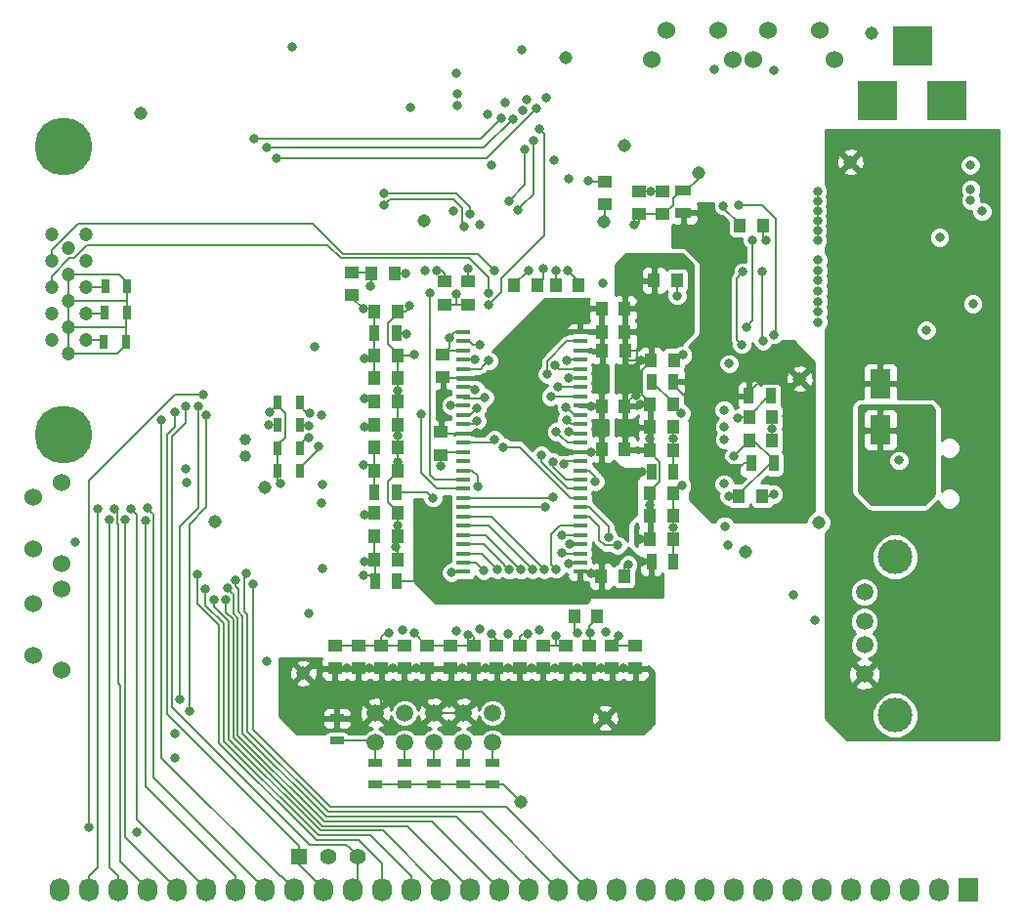
<source format=gbl>
%TF.GenerationSoftware,KiCad,Pcbnew,0.201506262353+5832~23~ubuntu14.04.1-product*%
%TF.CreationDate,2015-07-01T01:08:02-03:00*%
%TF.JobID,BoardRZA1,426F617264525A41312E6B696361645F,rev?*%
%TF.FileFunction,Copper,L4,Bot,Signal*%
%FSLAX46Y46*%
G04 Gerber Fmt 4.6, Leading zero omitted, Abs format (unit mm)*
G04 Created by KiCad (PCBNEW 0.201506262353+5832~23~ubuntu14.04.1-product) date mié 01 jul 2015 01:08:02 ART*
%MOMM*%
G01*
G04 APERTURE LIST*
%ADD10C,0.100000*%
%ADD11C,5.001260*%
%ADD12C,1.198880*%
%ADD13C,1.501140*%
%ADD14C,2.999740*%
%ADD15R,3.500120X3.500120*%
%ADD16R,1.800860X2.499360*%
%ADD17R,0.889000X1.397000*%
%ADD18R,1.397000X0.889000*%
%ADD19C,1.506220*%
%ADD20C,1.524000*%
%ADD21R,1.150620X0.457200*%
%ADD22C,1.000760*%
%ADD23C,1.143000*%
%ADD24R,1.397000X1.397000*%
%ADD25C,1.397000*%
%ADD26R,1.727200X2.032000*%
%ADD27O,1.727200X2.032000*%
%ADD28R,1.000000X1.250000*%
%ADD29R,1.250000X1.000000*%
%ADD30R,1.300000X0.700000*%
%ADD31R,0.700000X1.300000*%
%ADD32C,0.812800*%
%ADD33C,0.203200*%
%ADD34C,0.254000*%
G04 APERTURE END LIST*
D10*
D11*
X38277800Y-53848000D03*
D12*
X40276780Y-41087040D03*
X40276780Y-43373040D03*
X40276780Y-45664120D03*
X40276780Y-38793420D03*
X40276780Y-36504880D03*
X38778180Y-39938960D03*
X38778180Y-42227500D03*
X38778180Y-44518580D03*
X38778180Y-46809660D03*
D11*
X38277800Y-28859480D03*
D12*
X38778180Y-37647880D03*
X37277040Y-45664120D03*
X37277040Y-43373040D03*
X37279580Y-41084500D03*
X37277040Y-38793420D03*
X37277040Y-36504880D03*
D13*
X107700000Y-67500000D03*
X107700000Y-70040000D03*
X107700000Y-72072000D03*
X107700000Y-74612000D03*
D14*
X110367000Y-64452000D03*
X110367000Y-78168000D03*
D15*
X108861860Y-24892000D03*
X114861340Y-24892000D03*
X111861600Y-20193000D03*
D16*
X109090460Y-53441600D03*
X109090460Y-49443640D03*
D17*
X67177500Y-45075000D03*
X65272500Y-45075000D03*
X67227500Y-66550000D03*
X65322500Y-66550000D03*
X89247500Y-64850000D03*
X91152500Y-64850000D03*
X89247500Y-57050000D03*
X91152500Y-57050000D03*
D18*
X92025000Y-32722500D03*
X92025000Y-34627500D03*
D17*
X65272500Y-58850000D03*
X67177500Y-58850000D03*
X89247500Y-49275000D03*
X91152500Y-49275000D03*
X99602500Y-50475000D03*
X97697500Y-50475000D03*
X99827500Y-56325000D03*
X97922500Y-56325000D03*
D19*
X75501500Y-77978000D03*
X75501500Y-80518000D03*
X72961500Y-77978000D03*
X72961500Y-80518000D03*
X70421500Y-77978000D03*
X70421500Y-80518000D03*
X67881500Y-77978000D03*
X67881500Y-80518000D03*
X65341500Y-77978000D03*
X65341500Y-80518000D03*
D20*
X38176600Y-67234000D03*
X38176600Y-74244000D03*
X35686600Y-68489000D03*
X35686600Y-72989000D03*
X38176600Y-58039200D03*
X38176600Y-65049200D03*
X35686600Y-59294200D03*
X35686600Y-63794200D03*
X105105000Y-21311000D03*
X98095000Y-21311000D03*
X103850000Y-18821000D03*
X99350000Y-18821000D03*
X96278500Y-21311000D03*
X89268500Y-21311000D03*
X95023500Y-18821000D03*
X90523500Y-18821000D03*
D21*
X83081000Y-44941500D03*
X83081000Y-45741600D03*
X83081000Y-46541700D03*
X83081000Y-47341800D03*
X83081000Y-48141900D03*
X83081000Y-48942000D03*
X83081000Y-49742100D03*
X83081000Y-50542200D03*
X83081000Y-51342300D03*
X83081000Y-52142400D03*
X83081000Y-52942500D03*
X83081000Y-53742600D03*
X83081000Y-54542700D03*
X83081000Y-55342800D03*
X83081000Y-56142900D03*
X83081000Y-56943000D03*
X83081000Y-57743100D03*
X83081000Y-58543200D03*
X83081000Y-59343300D03*
X83081000Y-60143400D03*
X83081000Y-60943500D03*
X83081000Y-61743600D03*
X83081000Y-62543700D03*
X83081000Y-63343800D03*
X83081000Y-64143900D03*
X83081000Y-64944000D03*
X83081000Y-65744100D03*
X72921000Y-65744100D03*
X72921000Y-64944000D03*
X72921000Y-64143900D03*
X72921000Y-63343800D03*
X72921000Y-62543700D03*
X72921000Y-61743600D03*
X72921000Y-60943500D03*
X72921000Y-60143400D03*
X72921000Y-59343300D03*
X72921000Y-58543200D03*
X72921000Y-57743100D03*
X72921000Y-56943000D03*
X72921000Y-56142900D03*
X72921000Y-55342800D03*
X72921000Y-54542700D03*
X72921000Y-53742600D03*
X72921000Y-52942500D03*
X72921000Y-52142400D03*
X72921000Y-51342300D03*
X72921000Y-50542200D03*
X72921000Y-49742100D03*
X72921000Y-48942000D03*
X72921000Y-48141900D03*
X72921000Y-47341800D03*
X72921000Y-46541700D03*
X72921000Y-45741600D03*
X72921000Y-44941500D03*
D22*
X54050000Y-55749300D03*
X54050000Y-54250700D03*
D23*
X106500000Y-30200000D03*
X97450000Y-64050000D03*
X55725000Y-58425000D03*
X69525000Y-35275000D03*
X77900000Y-85650000D03*
X85175000Y-35425000D03*
X93350000Y-31150000D03*
X102100000Y-49000000D03*
X108330340Y-19050320D03*
X81875000Y-21200000D03*
X44975000Y-25975000D03*
X85250000Y-78400000D03*
X59100000Y-74525000D03*
X51450000Y-61375000D03*
X86925000Y-28800000D03*
X103750000Y-61450000D03*
D24*
X58720000Y-90400000D03*
D25*
X61260000Y-90400000D03*
X63800000Y-90400000D03*
D26*
X116713000Y-93345000D03*
D27*
X114173000Y-93345000D03*
X111633000Y-93345000D03*
X109093000Y-93345000D03*
X106553000Y-93345000D03*
X104013000Y-93345000D03*
X101473000Y-93345000D03*
X98933000Y-93345000D03*
X96393000Y-93345000D03*
X93853000Y-93345000D03*
X91313000Y-93345000D03*
X88773000Y-93345000D03*
X86233000Y-93345000D03*
X83693000Y-93345000D03*
X81153000Y-93345000D03*
X78613000Y-93345000D03*
X76073000Y-93345000D03*
X73533000Y-93345000D03*
X70993000Y-93345000D03*
X68453000Y-93345000D03*
X65913000Y-93345000D03*
X63373000Y-93345000D03*
X60833000Y-93345000D03*
X58293000Y-93345000D03*
X55753000Y-93345000D03*
X53213000Y-93345000D03*
X50673000Y-93345000D03*
X48133000Y-93345000D03*
X45593000Y-93345000D03*
X43053000Y-93345000D03*
X40513000Y-93345000D03*
X37973000Y-93345000D03*
D28*
X91150000Y-58900000D03*
X89150000Y-58900000D03*
X91125000Y-55200000D03*
X89125000Y-55200000D03*
X65275000Y-62650000D03*
X67275000Y-62650000D03*
X91150000Y-62900000D03*
X89150000Y-62900000D03*
X65275000Y-43225000D03*
X67275000Y-43225000D03*
X65275000Y-48975000D03*
X67275000Y-48975000D03*
X65275000Y-52972500D03*
X67275000Y-52972500D03*
X65275000Y-60650000D03*
X67275000Y-60650000D03*
D29*
X67850000Y-72100000D03*
X67850000Y-74100000D03*
X75850000Y-72100000D03*
X75850000Y-74100000D03*
X79850000Y-72100000D03*
X79850000Y-74100000D03*
X85850000Y-72100000D03*
X85850000Y-74100000D03*
D28*
X91200000Y-47375000D03*
X89200000Y-47375000D03*
X91475000Y-40475000D03*
X89475000Y-40475000D03*
D29*
X85250000Y-33900000D03*
X85250000Y-31900000D03*
D28*
X77370000Y-40920000D03*
X79370000Y-40920000D03*
X65275000Y-50975000D03*
X67275000Y-50975000D03*
D29*
X73325000Y-40550000D03*
X73325000Y-42550000D03*
D28*
X67000000Y-39900000D03*
X65000000Y-39900000D03*
D29*
X81850000Y-72100000D03*
X81850000Y-74100000D03*
X77850000Y-72100000D03*
X77850000Y-74100000D03*
X65850000Y-72100000D03*
X65850000Y-74100000D03*
X88200000Y-34750000D03*
X88200000Y-32750000D03*
D28*
X80970000Y-40920000D03*
X82970000Y-40920000D03*
D29*
X71325000Y-40550000D03*
X71325000Y-42550000D03*
X73850000Y-72100000D03*
X73850000Y-74100000D03*
X69850000Y-72100000D03*
X69850000Y-74100000D03*
D28*
X65275000Y-56975000D03*
X67275000Y-56975000D03*
X91125000Y-51200000D03*
X89125000Y-51200000D03*
X97725000Y-52350000D03*
X99725000Y-52350000D03*
X96850000Y-59175000D03*
X98850000Y-59175000D03*
X97725000Y-54350000D03*
X99725000Y-54350000D03*
X67275000Y-64650000D03*
X65275000Y-64650000D03*
X98900000Y-35700000D03*
X96900000Y-35700000D03*
X84938500Y-51355000D03*
X86938500Y-51355000D03*
X84990000Y-46590000D03*
X86990000Y-46590000D03*
D29*
X71200000Y-48875000D03*
X71200000Y-46875000D03*
D28*
X84925000Y-44925000D03*
X86925000Y-44925000D03*
X84900000Y-66125000D03*
X86900000Y-66125000D03*
D29*
X71025000Y-53625000D03*
X71025000Y-55625000D03*
D28*
X84950000Y-55125000D03*
X86950000Y-55125000D03*
X91125000Y-53200000D03*
X89125000Y-53200000D03*
X91150000Y-60900000D03*
X89150000Y-60900000D03*
X65275000Y-46975000D03*
X67275000Y-46975000D03*
D29*
X90200000Y-34750000D03*
X90200000Y-32750000D03*
X63847000Y-72100000D03*
X63847000Y-74100000D03*
D28*
X84925000Y-42925000D03*
X86925000Y-42925000D03*
D29*
X87850000Y-72100000D03*
X87850000Y-74100000D03*
X61844000Y-72100000D03*
X61844000Y-74100000D03*
X71850000Y-72100000D03*
X71850000Y-74100000D03*
D28*
X65275000Y-54975000D03*
X67275000Y-54975000D03*
D30*
X75501500Y-84198500D03*
X75501500Y-82298500D03*
X70421500Y-84198500D03*
X70421500Y-82298500D03*
X65341500Y-84198500D03*
X65341500Y-82298500D03*
X72961500Y-84198500D03*
X72961500Y-82298500D03*
X67881500Y-84198500D03*
X67881500Y-82298500D03*
D31*
X56875000Y-57025000D03*
X58775000Y-57025000D03*
X56875000Y-55025000D03*
X58775000Y-55025000D03*
X56875000Y-53025000D03*
X58775000Y-53025000D03*
X56875000Y-51025000D03*
X58775000Y-51025000D03*
X41950600Y-40944800D03*
X43850600Y-40944800D03*
X41899800Y-43307000D03*
X43799800Y-43307000D03*
X41823600Y-45796200D03*
X43723600Y-45796200D03*
D30*
X62000000Y-78425000D03*
X62000000Y-80325000D03*
D29*
X83850000Y-72100000D03*
X83850000Y-74100000D03*
X63325000Y-41775000D03*
X63325000Y-39775000D03*
D28*
X84575000Y-69625000D03*
X82575000Y-69625000D03*
D32*
X103400000Y-69950000D03*
X82026903Y-39597059D03*
X91846368Y-43425840D03*
X86938500Y-53281580D03*
X71906453Y-65781335D03*
X95500000Y-34000000D03*
X110683008Y-56084833D03*
X59573160Y-69354700D03*
X71740386Y-45440656D03*
X87944960Y-50449480D03*
X72387460Y-70873620D03*
X88275000Y-62900000D03*
X89150000Y-59910804D03*
X89125000Y-54219779D03*
X88241775Y-51200000D03*
X89215560Y-32750000D03*
X99725000Y-53334255D03*
X95583529Y-53172363D03*
X95550000Y-51700000D03*
X95583397Y-54252330D03*
X76625000Y-25075000D03*
X78070543Y-25751066D03*
X95568238Y-58123839D03*
X60657022Y-52137574D03*
X85275000Y-70990374D03*
X82850000Y-71049998D03*
X95950000Y-47700000D03*
X67655868Y-70790865D03*
X83750000Y-31825000D03*
X80798188Y-30074695D03*
X69677924Y-39597126D03*
X80175000Y-24650000D03*
X78025000Y-20475000D03*
X72350000Y-22500000D03*
X68400000Y-25525000D03*
X75050000Y-26075000D03*
X75425000Y-30450000D03*
X64925000Y-40975000D03*
X71025000Y-56550000D03*
X87225000Y-65125000D03*
X71875000Y-51300000D03*
X74353472Y-70662113D03*
X99825000Y-59025000D03*
X95602001Y-61775216D03*
X82079840Y-48952766D03*
X79875000Y-39500000D03*
X67137270Y-63613343D03*
X67275000Y-61691520D03*
X67275000Y-56185612D03*
X67279520Y-53972460D03*
X67275000Y-50009145D03*
X60779689Y-65469365D03*
X60661115Y-59757673D03*
X60746640Y-58201560D03*
X74409341Y-35651440D03*
X72092733Y-34449896D03*
X116925000Y-33548320D03*
X116925000Y-32572960D03*
X116900000Y-30500000D03*
X114218720Y-36726240D03*
X60100000Y-46200000D03*
X56180761Y-51871881D03*
X79565541Y-70784363D03*
X76847732Y-71117614D03*
X47957948Y-79742052D03*
X48929348Y-56834058D03*
X57100000Y-58100000D03*
X95900000Y-63400000D03*
X62870080Y-74100000D03*
X64830548Y-74100000D03*
X66865868Y-74100000D03*
X68901189Y-74100000D03*
X72859794Y-74100000D03*
X74856983Y-74100000D03*
X76861838Y-74100000D03*
X78866692Y-74100000D03*
X80870761Y-74100000D03*
X82875615Y-74100000D03*
X84909560Y-74100000D03*
X86835007Y-74100000D03*
X117900000Y-34500000D03*
X113100000Y-44800000D03*
X117100000Y-42500000D03*
X68300000Y-42650000D03*
X88184198Y-42743937D03*
X86863429Y-39650791D03*
X82098777Y-53633810D03*
X88370000Y-47389998D03*
X72350000Y-41649991D03*
X68700000Y-46940000D03*
X64325000Y-66075000D03*
X64372067Y-64823031D03*
X103650000Y-37000000D03*
X103650000Y-32750000D03*
X103650000Y-33600000D03*
X103650000Y-36150000D03*
X103650000Y-35300000D03*
X103650000Y-34450000D03*
X101579500Y-67743014D03*
X99200000Y-37000000D03*
X55935880Y-73527920D03*
X69560450Y-65801240D03*
X85009618Y-48046185D03*
X82075000Y-31650000D03*
X58125000Y-20225000D03*
X78488470Y-24825000D03*
X56100000Y-53000000D03*
X72450000Y-25350000D03*
X68025000Y-45100000D03*
X74725000Y-48925000D03*
X84000000Y-65875000D03*
X88400000Y-64825000D03*
X88400000Y-57075000D03*
X84060774Y-51355000D03*
X84060774Y-55342800D03*
X94686120Y-22189440D03*
X99898200Y-22280880D03*
X48000000Y-81900000D03*
X44688810Y-88300000D03*
X48969246Y-57975000D03*
X39300000Y-63200000D03*
X74138315Y-53657747D03*
X103700000Y-44100000D03*
X103700000Y-43200000D03*
X103700000Y-42300000D03*
X103700000Y-38700000D03*
X103700000Y-39600000D03*
X103700000Y-40500000D03*
X103700000Y-41400000D03*
X70314820Y-59326780D03*
X103000000Y-50249994D03*
X103000000Y-51250000D03*
X103000000Y-52250000D03*
X100250000Y-48750000D03*
X101000000Y-48000000D03*
X101000000Y-50000000D03*
X102000000Y-50750000D03*
X103000000Y-48000000D03*
X102000000Y-51750000D03*
X102000000Y-47250000D03*
X101000000Y-51250000D03*
X101000000Y-52250000D03*
X91878976Y-58288978D03*
X91150000Y-61860441D03*
X91125000Y-54198338D03*
X85063140Y-40740945D03*
X75375000Y-71125000D03*
X64409704Y-60767536D03*
X86434491Y-71253304D03*
X67925000Y-39900000D03*
X64291382Y-42962637D03*
X64392328Y-47249077D03*
X64391125Y-53170613D03*
X91959864Y-46937808D03*
X73344481Y-39475190D03*
X78591300Y-39588535D03*
X80966880Y-71297622D03*
X66511220Y-71025000D03*
X78511220Y-71100000D03*
X91499129Y-41798749D03*
X81010892Y-39597808D03*
X73385284Y-71181767D03*
X83975000Y-71025000D03*
X68684958Y-71027686D03*
X70693935Y-39597993D03*
X64392330Y-50751732D03*
X87730000Y-35650000D03*
X64311196Y-56500742D03*
X91846398Y-52007025D03*
X96750000Y-52400000D03*
X96400000Y-55752990D03*
X95978759Y-59192359D03*
X81175000Y-49700000D03*
X80525000Y-50525000D03*
X81870000Y-51440000D03*
X81920933Y-52543296D03*
X81020000Y-53590000D03*
X75665232Y-54256801D03*
X74151221Y-52641817D03*
X74104831Y-51607355D03*
X74802577Y-50626015D03*
X74001416Y-49972286D03*
X75130000Y-47450000D03*
X73961606Y-47305463D03*
X74367355Y-46048846D03*
X80240104Y-48600000D03*
X81938783Y-47388783D03*
X80944210Y-47808606D03*
X81495756Y-62585328D03*
X82178037Y-63338171D03*
X81500985Y-64095720D03*
X82109607Y-65012810D03*
X74700000Y-65600000D03*
X75891907Y-65524837D03*
X76914457Y-65574863D03*
X77930468Y-65575000D03*
X78945323Y-65526514D03*
X79961333Y-65525002D03*
X81000000Y-65500000D03*
X80030000Y-60100000D03*
X80742020Y-59240644D03*
X85537038Y-62727840D03*
X86344760Y-63446660D03*
X98000000Y-36965376D03*
X97467499Y-44512221D03*
X96800000Y-33925000D03*
X99850000Y-45175000D03*
X97080382Y-46025000D03*
X97200000Y-39750000D03*
X98909213Y-45703652D03*
X98861210Y-39725000D03*
X76440000Y-54918780D03*
X79740000Y-55630000D03*
X80692652Y-56197348D03*
X69275000Y-52105581D03*
X81690000Y-56430000D03*
X74200000Y-58300000D03*
X84400000Y-57900000D03*
X70050000Y-41600000D03*
X50711210Y-52171406D03*
X49200000Y-77800000D03*
X50000000Y-51400000D03*
X48426900Y-76780407D03*
X50409715Y-50409719D03*
X40550000Y-87850000D03*
X54708622Y-66826767D03*
X54164253Y-65915313D03*
X53245048Y-66428886D03*
X52502296Y-67122139D03*
X52347461Y-68126283D03*
X51333660Y-68193269D03*
X50622440Y-67200000D03*
X49911220Y-66000000D03*
X46822441Y-52600000D03*
X45563140Y-60200000D03*
X45400040Y-61288184D03*
X44140719Y-60260046D03*
X105130565Y-59619435D03*
X111400000Y-32100000D03*
X111400000Y-31000000D03*
X110400000Y-32100000D03*
X110400000Y-31000000D03*
X113100004Y-31000000D03*
X113099994Y-30000000D03*
X114900000Y-29999996D03*
X111400000Y-30000000D03*
X60402664Y-54861791D03*
X59545579Y-54123556D03*
X59568863Y-53107811D03*
X59654957Y-51969804D03*
X75119064Y-41542460D03*
X75639803Y-39592626D03*
X66126561Y-32921998D03*
X73553340Y-34675020D03*
X66102651Y-33947349D03*
X72986920Y-35785276D03*
X76891302Y-33621855D03*
X78313790Y-29123901D03*
X77647477Y-34391661D03*
X79025000Y-28325000D03*
X76235266Y-26449264D03*
X54800000Y-28230000D03*
X77250000Y-26500000D03*
X55930000Y-28990000D03*
X79275000Y-25575000D03*
X56750000Y-29900000D03*
X72450000Y-24333997D03*
X79550000Y-27350000D03*
X75150000Y-42600000D03*
X43688780Y-61201656D03*
X42718298Y-60279601D03*
X42266359Y-61221747D03*
X41295877Y-60286510D03*
X48000000Y-51900000D03*
X48876228Y-51353824D03*
X109475000Y-56425000D03*
X109500000Y-58725000D03*
D33*
X89200000Y-46072208D02*
X91439969Y-43832239D01*
X89200000Y-47375000D02*
X89200000Y-46072208D01*
X91597640Y-43425840D02*
X91846368Y-43425840D01*
X89475000Y-41303200D02*
X91597640Y-43425840D01*
X89475000Y-40475000D02*
X89475000Y-41303200D01*
X91439969Y-43832239D02*
X91846368Y-43425840D01*
X86938500Y-51355000D02*
X86938500Y-53281580D01*
X86950000Y-53293080D02*
X86938500Y-53281580D01*
X86950000Y-55125000D02*
X86950000Y-53293080D01*
X72921000Y-65744100D02*
X71943688Y-65744100D01*
X71943688Y-65744100D02*
X71906453Y-65781335D01*
X96900000Y-35700000D02*
X96900000Y-35575000D01*
X96900000Y-35575000D02*
X95500000Y-34175000D01*
X95500000Y-34175000D02*
X95500000Y-34000000D01*
X70421500Y-77978000D02*
X70222000Y-77978000D01*
X70222000Y-77978000D02*
X69000000Y-79200000D01*
X66563500Y-79200000D02*
X65341500Y-77978000D01*
X69000000Y-79200000D02*
X66563500Y-79200000D01*
X70421500Y-77978000D02*
X72961500Y-77978000D01*
X69850000Y-74100000D02*
X69850000Y-77406500D01*
X69850000Y-77406500D02*
X70421500Y-77978000D01*
X43723600Y-45796200D02*
X43723600Y-44542658D01*
X43723600Y-44542658D02*
X43723600Y-43383200D01*
X38778180Y-44518580D02*
X43699522Y-44518580D01*
X43699522Y-44518580D02*
X43723600Y-44542658D01*
X43799800Y-43307000D02*
X43799800Y-42205858D01*
X43799800Y-42205858D02*
X43799800Y-40995600D01*
X38778180Y-42227500D02*
X43778158Y-42227500D01*
X43778158Y-42227500D02*
X43799800Y-42205858D01*
X43850600Y-40944800D02*
X43850600Y-40644800D01*
X43850600Y-40644800D02*
X43144760Y-39938960D01*
X43144760Y-39938960D02*
X39625916Y-39938960D01*
X39625916Y-39938960D02*
X38778180Y-39938960D01*
X38778180Y-42227500D02*
X38778180Y-39938960D01*
X38778180Y-44518580D02*
X38778180Y-42227500D01*
X38778180Y-44518580D02*
X38778180Y-45366316D01*
X38778180Y-45366316D02*
X38778180Y-46809660D01*
X38778180Y-46809660D02*
X43010140Y-46809660D01*
X43010140Y-46809660D02*
X43723600Y-46096200D01*
X43723600Y-46096200D02*
X43723600Y-45796200D01*
X65850000Y-74100000D02*
X65850000Y-77469500D01*
X65850000Y-77469500D02*
X65341500Y-77978000D01*
X71740386Y-45343604D02*
X71740386Y-45440656D01*
X72142490Y-44941500D02*
X71740386Y-45343604D01*
X72921000Y-44941500D02*
X72142490Y-44941500D01*
X87538561Y-50043081D02*
X87944960Y-50449480D01*
X86925000Y-49429520D02*
X87538561Y-50043081D01*
X86925000Y-46925000D02*
X86925000Y-49429520D01*
X87719020Y-50449480D02*
X87944960Y-50449480D01*
X86938500Y-51230000D02*
X87719020Y-50449480D01*
X86938500Y-51355000D02*
X86938500Y-51230000D01*
X89150000Y-62900000D02*
X88275000Y-62900000D01*
X89150000Y-58900000D02*
X89150000Y-59910804D01*
X89150000Y-60900000D02*
X89150000Y-59910804D01*
X89125000Y-54219779D02*
X89125000Y-53200000D01*
X89125000Y-55200000D02*
X89125000Y-54219779D01*
X88081844Y-51200000D02*
X87093500Y-51200000D01*
X89125000Y-51200000D02*
X88081844Y-51200000D01*
X88081844Y-51200000D02*
X88241775Y-51200000D01*
X89200000Y-47375000D02*
X88004445Y-47375000D01*
X88200000Y-32750000D02*
X89215560Y-32750000D01*
X90200000Y-32750000D02*
X89215560Y-32750000D01*
X99725000Y-53334255D02*
X99725000Y-52350000D01*
X99725000Y-54350000D02*
X99725000Y-53334255D01*
X95583529Y-53172363D02*
X95475000Y-53063834D01*
X95475000Y-53063834D02*
X95475000Y-53050000D01*
X95583397Y-54252330D02*
X95581067Y-54250000D01*
X95581067Y-54250000D02*
X95575000Y-54250000D01*
X89150000Y-58900000D02*
X89150000Y-58775000D01*
X89150000Y-58775000D02*
X89996801Y-57928199D01*
X89996801Y-57928199D02*
X89996801Y-56196801D01*
X89996801Y-56196801D02*
X89125000Y-55325000D01*
X89125000Y-55325000D02*
X89125000Y-55200000D01*
X43799800Y-40995600D02*
X43850600Y-40944800D01*
X43723600Y-43383200D02*
X43799800Y-43307000D01*
X56875000Y-55025000D02*
X56875000Y-57025000D01*
X56875000Y-51325000D02*
X57529801Y-51979801D01*
X57529801Y-51979801D02*
X57529801Y-54070199D01*
X57529801Y-54070199D02*
X56875000Y-54725000D01*
X56875000Y-54725000D02*
X56875000Y-55025000D01*
X63325000Y-39775000D02*
X64875000Y-39775000D01*
X64875000Y-39775000D02*
X65000000Y-39900000D01*
X82575000Y-69625000D02*
X82575000Y-70774998D01*
X82575000Y-70774998D02*
X82850000Y-71049998D01*
X87150000Y-42925000D02*
X86925000Y-42925000D01*
X64894500Y-78425000D02*
X65341500Y-77978000D01*
X67675000Y-70725000D02*
X67675000Y-70771733D01*
X67675000Y-70771733D02*
X67655868Y-70790865D01*
X85250000Y-31900000D02*
X83825000Y-31900000D01*
X83825000Y-31900000D02*
X83750000Y-31825000D01*
X69625000Y-39425000D02*
X69625000Y-39544202D01*
X69625000Y-39544202D02*
X69677924Y-39597126D01*
X65000000Y-39900000D02*
X65000000Y-40900000D01*
X65000000Y-40900000D02*
X64925000Y-40975000D01*
X67275000Y-48975000D02*
X67275000Y-46975000D01*
X67275000Y-52972500D02*
X67275000Y-50975000D01*
X71025000Y-55625000D02*
X71025000Y-56550000D01*
X86900000Y-65296800D02*
X87071800Y-65125000D01*
X87071800Y-65125000D02*
X87225000Y-65125000D01*
X86900000Y-66125000D02*
X86900000Y-65296800D01*
X72921000Y-51342300D02*
X71917300Y-51342300D01*
X71917300Y-51342300D02*
X71875000Y-51300000D01*
X72921000Y-46541700D02*
X71533300Y-46541700D01*
X71533300Y-46541700D02*
X71200000Y-46875000D01*
X72921000Y-55342800D02*
X71307200Y-55342800D01*
X71307200Y-55342800D02*
X71025000Y-55625000D01*
X67275000Y-56975000D02*
X67275000Y-57100000D01*
X67275000Y-57100000D02*
X66428199Y-57946801D01*
X66428199Y-57946801D02*
X66428199Y-59678199D01*
X66428199Y-59678199D02*
X67275000Y-60525000D01*
X67275000Y-60525000D02*
X67275000Y-60650000D01*
X67275000Y-60444142D02*
X67275000Y-60650000D01*
X67275000Y-64650000D02*
X67275000Y-62650000D01*
X74353472Y-70662113D02*
X74325000Y-70633641D01*
X74325000Y-70633641D02*
X74325000Y-70625000D01*
X79850000Y-74100000D02*
X83850000Y-74100000D01*
X79850000Y-74100000D02*
X81850000Y-74100000D01*
X73850000Y-74100000D02*
X75850000Y-74100000D01*
X69850000Y-74100000D02*
X71850000Y-74100000D01*
X63847000Y-74100000D02*
X65850000Y-74100000D01*
X98850000Y-59175000D02*
X99675000Y-59175000D01*
X99675000Y-59175000D02*
X99825000Y-59025000D01*
X89150000Y-62900000D02*
X89150000Y-60900000D01*
X89125000Y-53200000D02*
X89125000Y-51200000D01*
X86950000Y-55125000D02*
X89050000Y-55125000D01*
X89050000Y-55125000D02*
X89125000Y-55200000D01*
X82090606Y-48942000D02*
X82079840Y-48952766D01*
X83081000Y-48942000D02*
X82090606Y-48942000D01*
X89125000Y-51200000D02*
X89125000Y-51075000D01*
X89125000Y-51075000D02*
X88421800Y-50371800D01*
X88421800Y-50371800D02*
X88421800Y-48278200D01*
X88421800Y-48278200D02*
X89200000Y-47500000D01*
X89200000Y-47500000D02*
X89200000Y-47375000D01*
X87093500Y-51200000D02*
X86938500Y-51355000D01*
X86925000Y-46925000D02*
X86925000Y-44925000D01*
X86925000Y-44925000D02*
X86925000Y-42925000D01*
X86925000Y-42800000D02*
X86925000Y-42925000D01*
X89375000Y-47200000D02*
X89200000Y-47375000D01*
X87375000Y-47375000D02*
X86925000Y-46925000D01*
X67275000Y-63751073D02*
X67137270Y-63613343D01*
X67275000Y-64650000D02*
X67275000Y-63751073D01*
X67275000Y-62650000D02*
X67275000Y-61691520D01*
X67275000Y-61691520D02*
X67275000Y-60444142D01*
X67275000Y-56975000D02*
X67275000Y-56185612D01*
X67275000Y-56185612D02*
X67275000Y-54975000D01*
X67275000Y-53976980D02*
X67279520Y-53972460D01*
X67275000Y-54975000D02*
X67275000Y-53976980D01*
X67275000Y-53967940D02*
X67279520Y-53972460D01*
X67275000Y-52972500D02*
X67275000Y-53967940D01*
X67275000Y-50975000D02*
X67275000Y-50009145D01*
X67275000Y-50009145D02*
X67275000Y-48975000D01*
X71740386Y-46334614D02*
X71200000Y-46875000D01*
X71740386Y-45440656D02*
X71740386Y-46334614D01*
X60779689Y-65469365D02*
X60801684Y-65491360D01*
X60705202Y-59801760D02*
X60975240Y-59801760D01*
X60661115Y-59757673D02*
X60705202Y-59801760D01*
X56875000Y-51025000D02*
X56875000Y-51325000D01*
X56875000Y-51325000D02*
X56727642Y-51325000D01*
X56727642Y-51325000D02*
X56587160Y-51465482D01*
X56587160Y-51465482D02*
X56180761Y-51871881D01*
X76825000Y-71094882D02*
X76847732Y-71117614D01*
X48995290Y-56900000D02*
X49000000Y-56900000D01*
X48929348Y-56834058D02*
X48995290Y-56900000D01*
X56875000Y-57875000D02*
X57100000Y-58100000D01*
X56875000Y-57025000D02*
X56875000Y-57875000D01*
X59525000Y-74100000D02*
X59100000Y-74525000D01*
X61844000Y-74100000D02*
X59525000Y-74100000D01*
X61844000Y-74100000D02*
X62870080Y-74100000D01*
X62870080Y-74100000D02*
X63847000Y-74100000D01*
X63847000Y-74100000D02*
X64830548Y-74100000D01*
X65850000Y-74100000D02*
X66865868Y-74100000D01*
X66865868Y-74100000D02*
X67850000Y-74100000D01*
X64830548Y-74100000D02*
X66865868Y-74100000D01*
X67850000Y-74100000D02*
X68901189Y-74100000D01*
X68901189Y-74100000D02*
X69850000Y-74100000D01*
X63847000Y-74100000D02*
X68901189Y-74100000D01*
X71850000Y-74100000D02*
X72859794Y-74100000D01*
X72859794Y-74100000D02*
X73850000Y-74100000D01*
X69850000Y-74100000D02*
X72859794Y-74100000D01*
X75850000Y-74100000D02*
X74856983Y-74100000D01*
X73850000Y-74100000D02*
X74856983Y-74100000D01*
X75850000Y-74100000D02*
X76861838Y-74100000D01*
X76861838Y-74100000D02*
X77850000Y-74100000D01*
X74856983Y-74100000D02*
X76861838Y-74100000D01*
X77850000Y-74100000D02*
X78866692Y-74100000D01*
X78866692Y-74100000D02*
X79850000Y-74100000D01*
X79850000Y-74100000D02*
X80870761Y-74100000D01*
X81850000Y-74100000D02*
X82875615Y-74100000D01*
X80870761Y-74100000D02*
X82875615Y-74100000D01*
X85850000Y-74100000D02*
X84909560Y-74100000D01*
X82875615Y-74100000D02*
X84909560Y-74100000D01*
X85850000Y-74100000D02*
X86835007Y-74100000D01*
X87850000Y-74100000D02*
X86835007Y-74100000D01*
X68300000Y-42903200D02*
X68300000Y-42650000D01*
X67275000Y-43225000D02*
X67978200Y-43225000D01*
X67978200Y-43225000D02*
X68300000Y-42903200D01*
X86925000Y-42925000D02*
X88003135Y-42925000D01*
X88003135Y-42925000D02*
X88184198Y-42743937D01*
X89475000Y-41453135D02*
X88590597Y-42337538D01*
X89475000Y-40475000D02*
X89475000Y-41453135D01*
X88590597Y-42337538D02*
X88184198Y-42743937D01*
X83081000Y-53742600D02*
X82207567Y-53742600D01*
X82207567Y-53742600D02*
X82098777Y-53633810D01*
X88004445Y-47375000D02*
X88019443Y-47389998D01*
X88019443Y-47389998D02*
X88370000Y-47389998D01*
X86990000Y-46590000D02*
X87860000Y-46590000D01*
X88420000Y-46030000D02*
X88420000Y-45190000D01*
X88155000Y-44925000D02*
X86925000Y-44925000D01*
X88420000Y-45190000D02*
X88155000Y-44925000D01*
X87996563Y-47183505D02*
X87805068Y-47375000D01*
X87996563Y-46453437D02*
X87996563Y-47183505D01*
X87805068Y-47375000D02*
X87375000Y-47375000D01*
X88004445Y-47375000D02*
X87805068Y-47375000D01*
X87860000Y-46590000D02*
X87996563Y-46453437D01*
X87996563Y-46453437D02*
X88420000Y-46030000D01*
X82970000Y-40540156D02*
X82026903Y-39597059D01*
X82970000Y-40920000D02*
X82970000Y-40540156D01*
X73325000Y-42550000D02*
X72496800Y-42550000D01*
X72346330Y-41653661D02*
X72350000Y-41649991D01*
X72346330Y-42550000D02*
X72346330Y-41653661D01*
X71325000Y-42550000D02*
X72346330Y-42550000D01*
X72346330Y-42550000D02*
X73325000Y-42550000D01*
X79875000Y-40415000D02*
X79370000Y-40920000D01*
X79875000Y-39500000D02*
X79875000Y-40415000D01*
X66428199Y-44196801D02*
X67275000Y-43350000D01*
X67275000Y-43350000D02*
X67275000Y-43225000D01*
X66428199Y-46003199D02*
X66428199Y-44196801D01*
X67275000Y-46850000D02*
X66428199Y-46003199D01*
X67275000Y-46975000D02*
X67275000Y-46850000D01*
X67275000Y-46975000D02*
X68665000Y-46975000D01*
X68665000Y-46975000D02*
X68700000Y-46940000D01*
X65275000Y-62650000D02*
X65275000Y-64650000D01*
X64325000Y-66075000D02*
X64847500Y-66075000D01*
X64847500Y-66075000D02*
X65322500Y-66550000D01*
X64372067Y-64823031D02*
X65101969Y-64823031D01*
X65101969Y-64823031D02*
X65275000Y-64650000D01*
X65322500Y-66550000D02*
X65322500Y-64697500D01*
X65322500Y-64697500D02*
X65275000Y-64650000D01*
X75501500Y-84198500D02*
X76448500Y-84198500D01*
X76448500Y-84198500D02*
X77900000Y-85650000D01*
X98900000Y-35700000D02*
X98900000Y-36700000D01*
X98900000Y-36700000D02*
X99200000Y-37000000D01*
X67227500Y-66550000D02*
X68811690Y-66550000D01*
X68811690Y-66550000D02*
X69560450Y-65801240D01*
X84925000Y-46925000D02*
X84925000Y-47961567D01*
X84925000Y-47961567D02*
X85009618Y-48046185D01*
X78488470Y-24825000D02*
X78500000Y-24825000D01*
X56875000Y-53025000D02*
X56125000Y-53025000D01*
X56125000Y-53025000D02*
X56100000Y-53000000D01*
X75501500Y-84198500D02*
X75801500Y-84198500D01*
X67881500Y-84198500D02*
X67028300Y-84198500D01*
X67028300Y-84198500D02*
X65341500Y-84198500D01*
X70421500Y-84198500D02*
X67881500Y-84198500D01*
X75501500Y-84198500D02*
X70421500Y-84198500D01*
X75501500Y-84198500D02*
X72961500Y-84198500D01*
X67177500Y-45075000D02*
X68000000Y-45075000D01*
X68000000Y-45075000D02*
X68025000Y-45100000D01*
X72921000Y-48942000D02*
X74708000Y-48942000D01*
X74708000Y-48942000D02*
X74725000Y-48925000D01*
X72921000Y-48942000D02*
X71267000Y-48942000D01*
X71267000Y-48942000D02*
X71200000Y-48875000D01*
X72921000Y-53742600D02*
X71142600Y-53742600D01*
X71142600Y-53742600D02*
X71025000Y-53625000D01*
X84900000Y-66125000D02*
X84250000Y-66125000D01*
X84250000Y-66125000D02*
X84000000Y-65875000D01*
X83081000Y-65744100D02*
X83869100Y-65744100D01*
X83869100Y-65744100D02*
X84000000Y-65875000D01*
X89247500Y-64850000D02*
X88425000Y-64850000D01*
X88425000Y-64850000D02*
X88400000Y-64825000D01*
X89247500Y-57050000D02*
X88425000Y-57050000D01*
X88425000Y-57050000D02*
X88400000Y-57075000D01*
X84060774Y-51355000D02*
X83093700Y-51355000D01*
X84938500Y-51355000D02*
X84060774Y-51355000D01*
X84060774Y-55342800D02*
X84732200Y-55342800D01*
X83081000Y-55342800D02*
X84060774Y-55342800D01*
X84732200Y-55342800D02*
X84950000Y-55125000D01*
X83093700Y-51355000D02*
X83081000Y-51342300D01*
X84541700Y-46541700D02*
X84925000Y-46925000D01*
X83081000Y-46541700D02*
X84541700Y-46541700D01*
X84908500Y-44941500D02*
X84925000Y-44925000D01*
X83081000Y-44941500D02*
X84908500Y-44941500D01*
X84925000Y-42925000D02*
X84925000Y-44925000D01*
X84925000Y-44925000D02*
X84925000Y-46925000D01*
X44688810Y-88300000D02*
X44600000Y-88300000D01*
X72921000Y-53742600D02*
X74053462Y-53742600D01*
X74053462Y-53742600D02*
X74138315Y-53657747D01*
X69838040Y-58850000D02*
X69908421Y-58920381D01*
X69908421Y-58920381D02*
X70314820Y-59326780D01*
X67177500Y-58850000D02*
X69838040Y-58850000D01*
X94215626Y-54621194D02*
X94215626Y-50678550D01*
X94215626Y-37465826D02*
X94215626Y-50678550D01*
X94215626Y-50678550D02*
X94215626Y-50475000D01*
X92025000Y-34627500D02*
X92025000Y-35275200D01*
X92025000Y-35275200D02*
X94215626Y-37465826D01*
X97697500Y-50475000D02*
X94215626Y-50475000D01*
X94215626Y-50475000D02*
X92098500Y-50475000D01*
X97922500Y-56325000D02*
X97274800Y-56325000D01*
X97274800Y-56325000D02*
X97135609Y-56464191D01*
X97135609Y-56464191D02*
X96058623Y-56464191D01*
X96058623Y-56464191D02*
X94215626Y-54621194D01*
X97697500Y-50475000D02*
X97697500Y-50221000D01*
X97697500Y-50221000D02*
X98446801Y-49471699D01*
X98446801Y-49471699D02*
X101595078Y-49471699D01*
X101595078Y-49471699D02*
X102091777Y-48975000D01*
X91152500Y-49529000D02*
X91152500Y-49275000D01*
X92098500Y-50475000D02*
X91152500Y-49529000D01*
X102100000Y-49000000D02*
X103000000Y-49900000D01*
X103000000Y-49900000D02*
X103000000Y-50249994D01*
X103000000Y-50249994D02*
X103000000Y-51250000D01*
X103000000Y-51250000D02*
X103000000Y-52250000D01*
X97697500Y-49573300D02*
X97750000Y-49520800D01*
X97697500Y-50475000D02*
X97697500Y-49573300D01*
X97750000Y-49520800D02*
X97750000Y-48750000D01*
X97750000Y-48750000D02*
X100250000Y-48750000D01*
X100250000Y-48750000D02*
X101000000Y-48000000D01*
X100250000Y-49250000D02*
X101000000Y-50000000D01*
X100250000Y-48750000D02*
X100250000Y-49250000D01*
X101250000Y-50000000D02*
X102000000Y-50750000D01*
X101000000Y-50000000D02*
X101250000Y-50000000D01*
X102100000Y-48900000D02*
X103000000Y-48000000D01*
X102100000Y-49000000D02*
X102100000Y-48900000D01*
X102000000Y-50750000D02*
X102000000Y-51750000D01*
X102750000Y-48000000D02*
X102000000Y-47250000D01*
X103000000Y-48000000D02*
X102750000Y-48000000D01*
X101000000Y-50000000D02*
X101000000Y-51250000D01*
X101000000Y-51250000D02*
X101000000Y-52250000D01*
X91150000Y-58900000D02*
X91267954Y-58900000D01*
X91267954Y-58900000D02*
X91878976Y-58288978D01*
X91150000Y-62900000D02*
X91150000Y-61860441D01*
X91150000Y-61860441D02*
X91150000Y-60900000D01*
X91150000Y-58900000D02*
X91150000Y-60900000D01*
X91152500Y-64850000D02*
X91152500Y-62902500D01*
X91152500Y-62902500D02*
X91150000Y-62900000D01*
X91125000Y-53200000D02*
X91125000Y-54198338D01*
X91125000Y-54198338D02*
X91125000Y-55200000D01*
X91152500Y-57050000D02*
X91152500Y-55227500D01*
X91152500Y-55227500D02*
X91125000Y-55200000D01*
X75850000Y-72100000D02*
X75850000Y-71600000D01*
X75850000Y-71600000D02*
X75375000Y-71125000D01*
X65275000Y-60650000D02*
X64527240Y-60650000D01*
X64527240Y-60650000D02*
X64409704Y-60767536D01*
X85850000Y-71837795D02*
X86028092Y-71659703D01*
X86028092Y-71659703D02*
X86434491Y-71253304D01*
X85850000Y-72100000D02*
X85850000Y-71837795D01*
X63325000Y-41775000D02*
X63325000Y-41996255D01*
X63325000Y-41996255D02*
X64291382Y-42962637D01*
X65275000Y-48975000D02*
X65275000Y-46975000D01*
X87850000Y-72100000D02*
X85850000Y-72100000D01*
X67925000Y-39900000D02*
X67000000Y-39900000D01*
X64291382Y-42962637D02*
X65012637Y-42962637D01*
X65012637Y-42962637D02*
X65275000Y-43225000D01*
X64392328Y-47249077D02*
X65000923Y-47249077D01*
X65000923Y-47249077D02*
X65275000Y-46975000D01*
X65272500Y-45075000D02*
X65272500Y-46972500D01*
X65272500Y-46972500D02*
X65275000Y-46975000D01*
X65272500Y-45075000D02*
X65272500Y-43227500D01*
X65272500Y-43227500D02*
X65275000Y-43225000D01*
X64391125Y-53170613D02*
X65076887Y-53170613D01*
X65076887Y-53170613D02*
X65275000Y-52972500D01*
X65850000Y-72100000D02*
X61844000Y-72100000D01*
X65850000Y-72100000D02*
X63847000Y-72100000D01*
X65850000Y-72100000D02*
X67850000Y-72100000D01*
X79850000Y-72100000D02*
X80880208Y-72100000D01*
X80880208Y-72100000D02*
X81850000Y-72100000D01*
X91959864Y-46937808D02*
X91637192Y-46937808D01*
X91637192Y-46937808D02*
X91200000Y-47375000D01*
X73344481Y-39475190D02*
X73344481Y-40530519D01*
X73344481Y-40530519D02*
X73325000Y-40550000D01*
X78825000Y-39822235D02*
X78591300Y-39588535D01*
X85250000Y-35350000D02*
X85175000Y-35425000D01*
X85250000Y-33900000D02*
X85250000Y-35350000D01*
X80966880Y-71872358D02*
X80966880Y-71297622D01*
X80966880Y-72013328D02*
X80966880Y-71872358D01*
X80880208Y-72100000D02*
X80966880Y-72013328D01*
X65850000Y-71396800D02*
X66221800Y-71025000D01*
X65850000Y-72100000D02*
X65850000Y-71396800D01*
X66221800Y-71025000D02*
X66511220Y-71025000D01*
X77850000Y-72100000D02*
X77850000Y-71396800D01*
X77850000Y-71396800D02*
X78146800Y-71100000D01*
X78146800Y-71100000D02*
X78511220Y-71100000D01*
X91475000Y-41774620D02*
X91499129Y-41798749D01*
X91475000Y-40475000D02*
X91475000Y-41774620D01*
X77370000Y-40809835D02*
X78591300Y-39588535D01*
X77370000Y-40920000D02*
X77370000Y-40809835D01*
X73850000Y-72100000D02*
X73850000Y-71396800D01*
X73850000Y-71396800D02*
X73634967Y-71181767D01*
X73634967Y-71181767D02*
X73385284Y-71181767D01*
X83975000Y-71025000D02*
X83975000Y-71975000D01*
X83975000Y-71975000D02*
X83850000Y-72100000D01*
X92025000Y-32722500D02*
X92279000Y-32722500D01*
X92279000Y-32722500D02*
X93350000Y-31651500D01*
X93350000Y-31651500D02*
X93350000Y-31150000D01*
X90200000Y-34750000D02*
X90325000Y-34750000D01*
X90325000Y-34750000D02*
X91123300Y-33951700D01*
X91123300Y-33951700D02*
X91123300Y-33370200D01*
X91123300Y-33370200D02*
X91771000Y-32722500D01*
X91771000Y-32722500D02*
X92025000Y-32722500D01*
X88200000Y-34750000D02*
X90200000Y-34750000D01*
X83871800Y-70453200D02*
X83871800Y-70921800D01*
X84575000Y-69625000D02*
X84575000Y-69750000D01*
X83871800Y-70921800D02*
X83975000Y-71025000D01*
X84575000Y-69750000D02*
X83871800Y-70453200D01*
X68684958Y-71059958D02*
X68684958Y-71027686D01*
X69725000Y-72100000D02*
X68684958Y-71059958D01*
X69850000Y-72100000D02*
X69725000Y-72100000D01*
X70599191Y-39597993D02*
X70693935Y-39597993D01*
X71076193Y-39597993D02*
X70693935Y-39597993D01*
X71325000Y-39846800D02*
X71076193Y-39597993D01*
X71325000Y-40550000D02*
X71325000Y-39846800D01*
X70598999Y-39597801D02*
X70599191Y-39597993D01*
X64392330Y-50751732D02*
X65051732Y-50751732D01*
X65051732Y-50751732D02*
X65275000Y-50975000D01*
X69850000Y-72100000D02*
X71850000Y-72100000D01*
X71850000Y-72100000D02*
X73850000Y-72100000D01*
X88200000Y-34750000D02*
X88200000Y-35453200D01*
X88200000Y-35453200D02*
X88003200Y-35650000D01*
X88003200Y-35650000D02*
X87730000Y-35650000D01*
X80970000Y-39638700D02*
X81010892Y-39597808D01*
X80970000Y-40920000D02*
X80970000Y-39638700D01*
X64311196Y-56500742D02*
X64800742Y-56500742D01*
X64800742Y-56500742D02*
X65275000Y-56975000D01*
X65272500Y-58850000D02*
X65272500Y-54977500D01*
X65272500Y-54977500D02*
X65275000Y-54975000D01*
X65272500Y-58850000D02*
X65272500Y-56977500D01*
X65272500Y-56977500D02*
X65275000Y-56975000D01*
X91846398Y-52007025D02*
X91846398Y-51921398D01*
X91846398Y-51921398D02*
X91125000Y-51200000D01*
X91125000Y-51200000D02*
X91125000Y-51075000D01*
X91125000Y-51075000D02*
X89325000Y-49275000D01*
X89325000Y-49275000D02*
X89247500Y-49275000D01*
X97725000Y-52350000D02*
X96800000Y-52350000D01*
X96800000Y-52350000D02*
X96750000Y-52400000D01*
X97725000Y-52350000D02*
X97725000Y-52225000D01*
X97725000Y-52225000D02*
X99475000Y-50475000D01*
X99475000Y-50475000D02*
X99602500Y-50475000D01*
X96850000Y-59175000D02*
X96850000Y-59050000D01*
X96850000Y-59050000D02*
X99575000Y-56325000D01*
X99575000Y-56325000D02*
X99827500Y-56325000D01*
X99827500Y-56325000D02*
X99827500Y-56071000D01*
X99827500Y-56071000D02*
X98106500Y-54350000D01*
X98106500Y-54350000D02*
X97725000Y-54350000D01*
X96400000Y-55752990D02*
X96400000Y-55675000D01*
X96400000Y-55675000D02*
X97725000Y-54350000D01*
X95996118Y-59175000D02*
X95978759Y-59192359D01*
X96850000Y-59175000D02*
X95996118Y-59175000D01*
X81217100Y-49742100D02*
X81175000Y-49700000D01*
X83081000Y-49742100D02*
X81217100Y-49742100D01*
X80542200Y-50542200D02*
X80525000Y-50525000D01*
X83081000Y-50542200D02*
X80542200Y-50542200D01*
X82276399Y-51846399D02*
X81870000Y-51440000D01*
X83081000Y-52142400D02*
X82572400Y-52142400D01*
X82572400Y-52142400D02*
X82276399Y-51846399D01*
X81920933Y-52560943D02*
X81920933Y-52543296D01*
X83081000Y-52942500D02*
X82302490Y-52942500D01*
X82302490Y-52942500D02*
X81920933Y-52560943D01*
X81972700Y-54542700D02*
X81426399Y-53996399D01*
X83081000Y-54542700D02*
X81972700Y-54542700D01*
X81426399Y-53996399D02*
X81020000Y-53590000D01*
X72921000Y-54542700D02*
X75379333Y-54542700D01*
X75379333Y-54542700D02*
X75665232Y-54256801D01*
X72921000Y-52942500D02*
X73850538Y-52942500D01*
X73850538Y-52942500D02*
X74151221Y-52641817D01*
X73698432Y-52013754D02*
X74104831Y-51607355D01*
X73569786Y-52142400D02*
X73698432Y-52013754D01*
X72921000Y-52142400D02*
X73569786Y-52142400D01*
X73062287Y-50683487D02*
X74745105Y-50683487D01*
X72921000Y-50542200D02*
X73062287Y-50683487D01*
X74745105Y-50683487D02*
X74802577Y-50626015D01*
X72921000Y-49742100D02*
X73771230Y-49742100D01*
X73771230Y-49742100D02*
X74001416Y-49972286D01*
X74723601Y-47856399D02*
X75130000Y-47450000D01*
X72921000Y-48141900D02*
X74438100Y-48141900D01*
X74438100Y-48141900D02*
X74723601Y-47856399D01*
X73925269Y-47341800D02*
X73961606Y-47305463D01*
X72921000Y-47341800D02*
X73925269Y-47341800D01*
X72921000Y-45741600D02*
X73485373Y-45741600D01*
X73485373Y-45741600D02*
X73792619Y-46048846D01*
X73792619Y-46048846D02*
X74367355Y-46048846D01*
X62000000Y-80325000D02*
X65148500Y-80325000D01*
X65148500Y-80325000D02*
X65341500Y-80518000D01*
X65341500Y-80518000D02*
X65341500Y-82298500D01*
X70421500Y-80518000D02*
X70421500Y-82298500D01*
X67881500Y-82298500D02*
X67881500Y-80518000D01*
X75501500Y-80518000D02*
X75501500Y-82298500D01*
X72961500Y-82298500D02*
X72961500Y-80518000D01*
X80233009Y-48018169D02*
X80240104Y-48025264D01*
X80240104Y-48025264D02*
X80240104Y-48600000D01*
X80233009Y-47467229D02*
X80233009Y-48018169D01*
X81958638Y-45741600D02*
X80233009Y-47467229D01*
X83081000Y-45741600D02*
X81958638Y-45741600D01*
X83081000Y-47341800D02*
X81985766Y-47341800D01*
X81985766Y-47341800D02*
X81938783Y-47388783D01*
X81277504Y-48141900D02*
X80944210Y-47808606D01*
X83081000Y-48141900D02*
X81277504Y-48141900D01*
X83081000Y-62543700D02*
X81537384Y-62543700D01*
X81537384Y-62543700D02*
X81495756Y-62585328D01*
X83081000Y-63343800D02*
X82183666Y-63343800D01*
X82183666Y-63343800D02*
X82178037Y-63338171D01*
X81549165Y-64143900D02*
X81500985Y-64095720D01*
X83081000Y-64143900D02*
X81549165Y-64143900D01*
X83081000Y-64944000D02*
X82178417Y-64944000D01*
X82178417Y-64944000D02*
X82109607Y-65012810D01*
X74293601Y-65193601D02*
X74700000Y-65600000D01*
X74044000Y-64944000D02*
X74293601Y-65193601D01*
X72921000Y-64944000D02*
X74044000Y-64944000D01*
X72921000Y-64143900D02*
X74510970Y-64143900D01*
X74510970Y-64143900D02*
X75485508Y-65118438D01*
X75485508Y-65118438D02*
X75891907Y-65524837D01*
X76508058Y-65168464D02*
X76914457Y-65574863D01*
X72921000Y-63343800D02*
X74728545Y-63343800D01*
X76508058Y-65123313D02*
X76508058Y-65168464D01*
X74728545Y-63343800D02*
X76508058Y-65123313D01*
X77524069Y-65168601D02*
X77930468Y-65575000D01*
X74899168Y-62543700D02*
X77524069Y-65168601D01*
X72921000Y-62543700D02*
X74899168Y-62543700D01*
X78538924Y-65120115D02*
X78945323Y-65526514D01*
X75162409Y-61743600D02*
X78538924Y-65120115D01*
X72921000Y-61743600D02*
X75162409Y-61743600D01*
X79554934Y-65118603D02*
X79961333Y-65525002D01*
X72921000Y-60943500D02*
X75379831Y-60943500D01*
X75379831Y-60943500D02*
X79554934Y-65118603D01*
X80593601Y-65093601D02*
X81000000Y-65500000D01*
X80593601Y-62460217D02*
X80593601Y-65093601D01*
X83081000Y-61743600D02*
X81310218Y-61743600D01*
X81310218Y-61743600D02*
X80593601Y-62460217D01*
X72921000Y-60143400D02*
X79986600Y-60143400D01*
X79986600Y-60143400D02*
X80030000Y-60100000D01*
X72921000Y-59343300D02*
X80639364Y-59343300D01*
X80639364Y-59343300D02*
X80742020Y-59240644D01*
X85537038Y-62153104D02*
X85537038Y-62727840D01*
X83081000Y-60143400D02*
X83859510Y-60143400D01*
X85537038Y-61820928D02*
X85537038Y-62153104D01*
X83859510Y-60143400D02*
X85537038Y-61820928D01*
X83081000Y-60943500D02*
X83859510Y-60943500D01*
X83859510Y-60943500D02*
X84747100Y-61831090D01*
X84747100Y-61831090D02*
X84747100Y-62990480D01*
X85203280Y-63446660D02*
X85770024Y-63446660D01*
X84747100Y-62990480D02*
X85203280Y-63446660D01*
X85770024Y-63446660D02*
X86344760Y-63446660D01*
X98000000Y-37540112D02*
X98000000Y-36965376D01*
X98000000Y-43979720D02*
X98000000Y-37540112D01*
X97467499Y-44512221D02*
X98000000Y-43979720D01*
X99850000Y-45175000D02*
X100000000Y-45025000D01*
X100000000Y-45025000D02*
X100000000Y-35100000D01*
X97374736Y-33925000D02*
X96800000Y-33925000D01*
X100000000Y-35100000D02*
X98825000Y-33925000D01*
X98825000Y-33925000D02*
X97374736Y-33925000D01*
X96673983Y-40276017D02*
X96673983Y-45618601D01*
X96673983Y-45618601D02*
X97080382Y-46025000D01*
X97200000Y-39750000D02*
X96673983Y-40276017D01*
X98861210Y-39725000D02*
X98861210Y-45655649D01*
X98861210Y-45655649D02*
X98909213Y-45703652D01*
X77833516Y-54918780D02*
X77014736Y-54918780D01*
X83081000Y-59343300D02*
X82258036Y-59343300D01*
X82258036Y-59343300D02*
X77833516Y-54918780D01*
X77014736Y-54918780D02*
X76440000Y-54918780D01*
X79740000Y-56250514D02*
X79740000Y-56204736D01*
X83081000Y-58543200D02*
X82032686Y-58543200D01*
X82032686Y-58543200D02*
X79740000Y-56250514D01*
X79740000Y-56204736D02*
X79740000Y-55630000D01*
X81807336Y-57743100D02*
X80692652Y-56628416D01*
X83081000Y-57743100D02*
X81807336Y-57743100D01*
X80692652Y-56628416D02*
X80692652Y-56197348D01*
X72921000Y-58543200D02*
X70690498Y-58543200D01*
X70690498Y-58543200D02*
X69275000Y-57127702D01*
X69275000Y-57127702D02*
X69275000Y-52680317D01*
X69275000Y-52680317D02*
X69275000Y-52105581D01*
X81977100Y-56142900D02*
X81690000Y-56430000D01*
X83081000Y-56142900D02*
X81977100Y-56142900D01*
X74200000Y-57725264D02*
X74200000Y-58300000D01*
X73699510Y-56943000D02*
X74200000Y-57443490D01*
X72921000Y-56943000D02*
X73699510Y-56943000D01*
X74200000Y-57443490D02*
X74200000Y-57725264D01*
X84400000Y-57483490D02*
X84400000Y-57900000D01*
X83859510Y-56943000D02*
X84400000Y-57483490D01*
X83081000Y-56943000D02*
X83859510Y-56943000D01*
X70050000Y-42174736D02*
X70050000Y-41600000D01*
X70471171Y-57743100D02*
X70050000Y-57321929D01*
X72921000Y-57743100D02*
X70471171Y-57743100D01*
X70050000Y-57321929D02*
X70050000Y-42174736D01*
X50711210Y-60088798D02*
X49200000Y-61600008D01*
X50711210Y-52171406D02*
X50711210Y-60088798D01*
X49200000Y-61600008D02*
X49200000Y-77225264D01*
X49200000Y-77225264D02*
X49200000Y-77800000D01*
X48426900Y-76205671D02*
X48426900Y-76780407D01*
X50000000Y-51400000D02*
X50000000Y-60225258D01*
X50000000Y-60225258D02*
X48426900Y-61798358D01*
X48426900Y-61798358D02*
X48426900Y-76205671D01*
X47960144Y-50409719D02*
X40550000Y-57819863D01*
X40550000Y-57819863D02*
X40550000Y-87275264D01*
X50409715Y-50409719D02*
X47960144Y-50409719D01*
X40550000Y-87275264D02*
X40550000Y-87850000D01*
X54708622Y-67401503D02*
X54708622Y-66826767D01*
X54708622Y-79459122D02*
X54708622Y-67401503D01*
X61394919Y-86145419D02*
X54708622Y-79459122D01*
X83693000Y-93192600D02*
X76645819Y-86145419D01*
X83693000Y-93345000D02*
X83693000Y-93192600D01*
X76645819Y-86145419D02*
X61394919Y-86145419D01*
X53997402Y-66082164D02*
X54164253Y-65915313D01*
X74512229Y-86551829D02*
X61226579Y-86551829D01*
X81153000Y-93345000D02*
X81153000Y-93192600D01*
X53997402Y-69148902D02*
X53997402Y-66082164D01*
X54238454Y-79563704D02*
X54238454Y-69389954D01*
X61226579Y-86551829D02*
X54238454Y-79563704D01*
X54238454Y-69389954D02*
X53997402Y-69148902D01*
X81153000Y-93192600D02*
X74512229Y-86551829D01*
X78613000Y-93345000D02*
X78613000Y-93192600D01*
X72378639Y-86958239D02*
X61058239Y-86958239D01*
X53832046Y-79732046D02*
X53832045Y-69558295D01*
X53832045Y-69558295D02*
X53465072Y-69191322D01*
X78613000Y-93192600D02*
X72378639Y-86958239D01*
X61058239Y-86958239D02*
X53832046Y-79732046D01*
X53465072Y-69191322D02*
X53465072Y-67223646D01*
X53465072Y-67223646D02*
X53245048Y-67003622D01*
X53245048Y-67003622D02*
X53245048Y-66428886D01*
X53425636Y-69726636D02*
X53058662Y-69359662D01*
X76073000Y-93192600D02*
X70245049Y-87364649D01*
X52908695Y-67528538D02*
X52502296Y-67122139D01*
X60889899Y-87364649D02*
X53425636Y-79900386D01*
X53425636Y-79900386D02*
X53425636Y-69726636D01*
X53058662Y-69359662D02*
X53058662Y-67678505D01*
X53058662Y-67678505D02*
X52908695Y-67528538D01*
X70245049Y-87364649D02*
X60889899Y-87364649D01*
X76073000Y-93345000D02*
X76073000Y-93192600D01*
X53019228Y-80068728D02*
X53019227Y-69894977D01*
X73533000Y-93345000D02*
X73533000Y-93192600D01*
X73533000Y-93192600D02*
X68111459Y-87771059D01*
X68111459Y-87771059D02*
X60721559Y-87771059D01*
X60721559Y-87771059D02*
X53019228Y-80068728D01*
X53019227Y-69894977D02*
X52347461Y-69223211D01*
X52347461Y-68701019D02*
X52347461Y-68126283D01*
X52347461Y-69223211D02*
X52347461Y-68701019D01*
X51333660Y-68768005D02*
X51333660Y-68193269D01*
X60553219Y-88177469D02*
X52612818Y-80237068D01*
X52612818Y-70063318D02*
X51333660Y-68784160D01*
X70993000Y-93345000D02*
X70993000Y-93192600D01*
X65977869Y-88177469D02*
X60553219Y-88177469D01*
X52612818Y-80237068D02*
X52612818Y-70063318D01*
X70993000Y-93192600D02*
X65977869Y-88177469D01*
X51333660Y-68784160D02*
X51333660Y-68768005D01*
X50622440Y-68647690D02*
X50622440Y-67774736D01*
X52206409Y-70231659D02*
X50622440Y-68647690D01*
X52206410Y-80405410D02*
X52206409Y-70231659D01*
X64911079Y-88583879D02*
X60384879Y-88583879D01*
X68453000Y-92125800D02*
X64911079Y-88583879D01*
X60384879Y-88583879D02*
X52206410Y-80405410D01*
X68453000Y-93345000D02*
X68453000Y-92125800D01*
X50622440Y-67774736D02*
X50622440Y-67200000D01*
X49911220Y-68511220D02*
X49911220Y-66574736D01*
X60216538Y-88990288D02*
X51800000Y-80573750D01*
X65913000Y-91028114D02*
X63875175Y-88990289D01*
X51800000Y-70400000D02*
X49911220Y-68511220D01*
X65913000Y-93345000D02*
X65913000Y-91028114D01*
X51800000Y-80573750D02*
X51800000Y-70400000D01*
X63875175Y-88990289D02*
X60216538Y-88990288D01*
X49911220Y-66574736D02*
X49911220Y-66000000D01*
X46822441Y-52600000D02*
X46822441Y-81874441D01*
X46822441Y-81874441D02*
X57073800Y-92125800D01*
X57073800Y-92125800D02*
X57226200Y-92125800D01*
X57226200Y-92125800D02*
X58293000Y-93192600D01*
X58293000Y-93192600D02*
X58293000Y-93345000D01*
X45969539Y-60606399D02*
X45563140Y-60200000D01*
X46111231Y-83550831D02*
X46111231Y-61629571D01*
X55753000Y-93192600D02*
X46111231Y-83550831D01*
X55753000Y-93345000D02*
X55753000Y-93192600D01*
X46111231Y-61629571D02*
X46111241Y-61629561D01*
X46111241Y-61629561D02*
X46111241Y-60748101D01*
X46111241Y-60748101D02*
X45969539Y-60606399D01*
X53213000Y-93345000D02*
X53213000Y-92125800D01*
X53213000Y-92125800D02*
X45400040Y-84312840D01*
X45400040Y-61862920D02*
X45400040Y-61288184D01*
X45400040Y-84312840D02*
X45400040Y-61862920D01*
X44688820Y-87208420D02*
X44688820Y-60808147D01*
X50673000Y-93192600D02*
X44688820Y-87208420D01*
X50673000Y-93345000D02*
X50673000Y-93192600D01*
X44688820Y-60808147D02*
X44140719Y-60260046D01*
X112693595Y-30406399D02*
X113099994Y-30000000D01*
X111806399Y-30406399D02*
X112693595Y-30406399D01*
X111400000Y-30000000D02*
X111806399Y-30406399D01*
X60402664Y-55097336D02*
X60402664Y-54861791D01*
X58775000Y-57025000D02*
X58775000Y-56725000D01*
X58775000Y-56725000D02*
X60402664Y-55097336D01*
X58775000Y-54725000D02*
X59376444Y-54123556D01*
X59376444Y-54123556D02*
X59545579Y-54123556D01*
X58775000Y-55025000D02*
X58775000Y-54725000D01*
X59486052Y-53025000D02*
X59568863Y-53107811D01*
X58775000Y-53025000D02*
X59486052Y-53025000D01*
X58775000Y-51025000D02*
X58775000Y-51325000D01*
X59419804Y-51969804D02*
X59654957Y-51969804D01*
X58775000Y-51325000D02*
X59419804Y-51969804D01*
X40355217Y-37409121D02*
X61184371Y-37409121D01*
X38856617Y-38552121D02*
X39212217Y-38552121D01*
X61184371Y-37409121D02*
X62331660Y-38556410D01*
X37279580Y-40129158D02*
X38856617Y-38552121D01*
X39212217Y-38552121D02*
X40355217Y-37409121D01*
X62331660Y-38556410D02*
X73450373Y-38556410D01*
X75119064Y-40967724D02*
X75119064Y-41542460D01*
X75119064Y-40225101D02*
X75119064Y-40967724D01*
X73450373Y-38556410D02*
X75119064Y-40225101D01*
X37279580Y-41084500D02*
X37279580Y-40129158D01*
X59893590Y-35543590D02*
X62500000Y-38150000D01*
X37277040Y-37810742D02*
X39544192Y-35543590D01*
X39544192Y-35543590D02*
X59893590Y-35543590D01*
X37277040Y-38793420D02*
X37277040Y-37810742D01*
X74197177Y-38150000D02*
X75233404Y-39186227D01*
X62500000Y-38150000D02*
X74197177Y-38150000D01*
X75233404Y-39186227D02*
X75639803Y-39592626D01*
X66126561Y-32921998D02*
X72375054Y-32921998D01*
X72375054Y-32921998D02*
X73553340Y-34100284D01*
X73553340Y-34100284D02*
X73553340Y-34675020D01*
X72842120Y-35640476D02*
X72986920Y-35785276D01*
X72118220Y-33469580D02*
X72842120Y-34193480D01*
X66580420Y-33469580D02*
X72118220Y-33469580D01*
X66102651Y-33947349D02*
X66580420Y-33469580D01*
X72842120Y-34193480D02*
X72842120Y-35640476D01*
X78313790Y-29123901D02*
X78313790Y-32199367D01*
X78313790Y-32199367D02*
X76891302Y-33621855D01*
X78053876Y-33985262D02*
X77647477Y-34391661D01*
X79025000Y-33014138D02*
X78053876Y-33985262D01*
X79025000Y-28325000D02*
X79025000Y-33014138D01*
X40276780Y-41087040D02*
X41808360Y-41087040D01*
X41808360Y-41087040D02*
X41950600Y-40944800D01*
X74454530Y-28230000D02*
X55374736Y-28230000D01*
X76235266Y-26449264D02*
X74454530Y-28230000D01*
X55374736Y-28230000D02*
X54800000Y-28230000D01*
X40276780Y-43373040D02*
X41833760Y-43373040D01*
X41833760Y-43373040D02*
X41899800Y-43307000D01*
X77250000Y-26500000D02*
X74760000Y-28990000D01*
X74760000Y-28990000D02*
X56504736Y-28990000D01*
X56504736Y-28990000D02*
X55930000Y-28990000D01*
X40276780Y-45664120D02*
X41691520Y-45664120D01*
X41691520Y-45664120D02*
X41823600Y-45796200D01*
X79275000Y-25575000D02*
X74950000Y-29900000D01*
X74950000Y-29900000D02*
X57324736Y-29900000D01*
X57324736Y-29900000D02*
X56750000Y-29900000D01*
X72450000Y-24333997D02*
X72450000Y-24500000D01*
X75556399Y-42193601D02*
X75150000Y-42600000D01*
X76256399Y-40283601D02*
X76256399Y-41493601D01*
X76256399Y-41493601D02*
X75556399Y-42193601D01*
X79956399Y-36583601D02*
X76256399Y-40283601D01*
X79956399Y-27756399D02*
X79956399Y-36583601D01*
X79550000Y-27350000D02*
X79956399Y-27756399D01*
X48133000Y-93345000D02*
X48133000Y-93192600D01*
X43688780Y-61776392D02*
X43688780Y-61201656D01*
X43688780Y-88748380D02*
X43688780Y-61776392D01*
X48133000Y-93192600D02*
X43688780Y-88748380D01*
X42977579Y-60538882D02*
X42718298Y-60279601D01*
X45593000Y-93192600D02*
X43262047Y-90861647D01*
X43262047Y-90861647D02*
X43262047Y-75634796D01*
X43262047Y-75634796D02*
X43023108Y-75395857D01*
X43023108Y-75395857D02*
X43023108Y-61588562D01*
X43023108Y-61588562D02*
X42977579Y-61543033D01*
X45593000Y-93345000D02*
X45593000Y-93192600D01*
X42977579Y-61543033D02*
X42977579Y-60538882D01*
X43053000Y-93345000D02*
X43053000Y-92125800D01*
X43053000Y-92125800D02*
X42266359Y-91339159D01*
X42266359Y-91339159D02*
X42266359Y-61796483D01*
X42266359Y-61796483D02*
X42266359Y-61221747D01*
X41295877Y-87443299D02*
X41295877Y-60861246D01*
X41311201Y-87458623D02*
X41295877Y-87443299D01*
X41311201Y-91338799D02*
X41311201Y-87458623D01*
X40513000Y-92137000D02*
X41311201Y-91338799D01*
X41295877Y-60861246D02*
X41295877Y-60286510D01*
X40513000Y-93345000D02*
X40513000Y-92137000D01*
X58720000Y-90400000D02*
X58720000Y-89498300D01*
X58720000Y-89498300D02*
X47280771Y-78059071D01*
X47280771Y-78059071D02*
X47280771Y-76205019D01*
X47280771Y-76205019D02*
X47280771Y-53877595D01*
X47280771Y-53877595D02*
X48000000Y-53158366D01*
X48000000Y-53158366D02*
X48000000Y-52474736D01*
X48000000Y-52474736D02*
X48000000Y-51900000D01*
X58720000Y-91079600D02*
X58720000Y-90400000D01*
X60833000Y-93192600D02*
X58720000Y-91079600D01*
X60833000Y-93345000D02*
X60833000Y-93192600D01*
X48876228Y-51353824D02*
X48876228Y-52856888D01*
X63101501Y-89701501D02*
X63800000Y-90400000D01*
X48876228Y-52856888D02*
X47687180Y-54045936D01*
X47687180Y-54045936D02*
X47687180Y-77439758D01*
X47687180Y-77439758D02*
X59644121Y-89396699D01*
X59644121Y-89396699D02*
X62796699Y-89396699D01*
X62796699Y-89396699D02*
X63101501Y-89701501D01*
X63800000Y-92918000D02*
X63373000Y-93345000D01*
X63800000Y-90400000D02*
X63800000Y-92918000D01*
X109500000Y-56450000D02*
X109475000Y-56425000D01*
X109500000Y-58725000D02*
X109500000Y-56450000D01*
X109090460Y-56040460D02*
X109475000Y-56425000D01*
X109090460Y-53441600D02*
X109090460Y-56040460D01*
D34*
G36*
X71861552Y-50144983D02*
X71827738Y-50313600D01*
X71827738Y-50385558D01*
X71693913Y-50385442D01*
X71357711Y-50524358D01*
X71100262Y-50781358D01*
X70960759Y-51117317D01*
X70960442Y-51481087D01*
X71099358Y-51817289D01*
X71356358Y-52074738D01*
X71692317Y-52214241D01*
X71827738Y-52214359D01*
X71827738Y-52371000D01*
X71857338Y-52523563D01*
X71776310Y-52490000D01*
X71523691Y-52490000D01*
X71310750Y-52490000D01*
X71152000Y-52648750D01*
X71152000Y-53498000D01*
X71172000Y-53498000D01*
X71172000Y-53752000D01*
X71152000Y-53752000D01*
X71152000Y-53772000D01*
X70898000Y-53772000D01*
X70898000Y-53752000D01*
X70878000Y-53752000D01*
X70878000Y-53498000D01*
X70898000Y-53498000D01*
X70898000Y-52648750D01*
X70739250Y-52490000D01*
X70659600Y-52490000D01*
X70659600Y-50010000D01*
X70701309Y-50010000D01*
X70914250Y-50010000D01*
X71073000Y-49851250D01*
X71073000Y-49002000D01*
X71053000Y-49002000D01*
X71053000Y-48748000D01*
X71073000Y-48748000D01*
X71073000Y-48728000D01*
X71327000Y-48728000D01*
X71327000Y-48748000D01*
X71347000Y-48748000D01*
X71347000Y-49002000D01*
X71327000Y-49002000D01*
X71327000Y-49851250D01*
X71485750Y-50010000D01*
X71698691Y-50010000D01*
X71835363Y-50010000D01*
X71861552Y-50144983D01*
X71861552Y-50144983D01*
G37*
X71861552Y-50144983D02*
X71827738Y-50313600D01*
X71827738Y-50385558D01*
X71693913Y-50385442D01*
X71357711Y-50524358D01*
X71100262Y-50781358D01*
X70960759Y-51117317D01*
X70960442Y-51481087D01*
X71099358Y-51817289D01*
X71356358Y-52074738D01*
X71692317Y-52214241D01*
X71827738Y-52214359D01*
X71827738Y-52371000D01*
X71857338Y-52523563D01*
X71776310Y-52490000D01*
X71523691Y-52490000D01*
X71310750Y-52490000D01*
X71152000Y-52648750D01*
X71152000Y-53498000D01*
X71172000Y-53498000D01*
X71172000Y-53752000D01*
X71152000Y-53752000D01*
X71152000Y-53772000D01*
X70898000Y-53772000D01*
X70898000Y-53752000D01*
X70878000Y-53752000D01*
X70878000Y-53498000D01*
X70898000Y-53498000D01*
X70898000Y-52648750D01*
X70739250Y-52490000D01*
X70659600Y-52490000D01*
X70659600Y-50010000D01*
X70701309Y-50010000D01*
X70914250Y-50010000D01*
X71073000Y-49851250D01*
X71073000Y-49002000D01*
X71053000Y-49002000D01*
X71053000Y-48748000D01*
X71073000Y-48748000D01*
X71073000Y-48728000D01*
X71327000Y-48728000D01*
X71327000Y-48748000D01*
X71347000Y-48748000D01*
X71347000Y-49002000D01*
X71327000Y-49002000D01*
X71327000Y-49851250D01*
X71485750Y-50010000D01*
X71698691Y-50010000D01*
X71835363Y-50010000D01*
X71861552Y-50144983D01*
G36*
X88492000Y-57177000D02*
X88326750Y-57177000D01*
X88168000Y-57335750D01*
X88168000Y-57513580D01*
X88040790Y-57640790D01*
X87930669Y-57805597D01*
X87892000Y-58000000D01*
X87892000Y-60789579D01*
X87340790Y-61340790D01*
X87230669Y-61505597D01*
X87192000Y-61700000D01*
X87192000Y-63102651D01*
X87120402Y-62929371D01*
X86863402Y-62671922D01*
X86527443Y-62532419D01*
X86445643Y-62532347D01*
X86312680Y-62210551D01*
X86146638Y-62044218D01*
X86146638Y-61820928D01*
X86100235Y-61587644D01*
X85968090Y-61389876D01*
X84290562Y-59712348D01*
X84163166Y-59627224D01*
X84174262Y-59571900D01*
X84174262Y-59114700D01*
X84140447Y-58940416D01*
X84169714Y-58794474D01*
X84217317Y-58814241D01*
X84581087Y-58814558D01*
X84917289Y-58675642D01*
X85174738Y-58418642D01*
X85314241Y-58082683D01*
X85314558Y-57718913D01*
X85175642Y-57382711D01*
X84918642Y-57125262D01*
X84864762Y-57102889D01*
X84863000Y-57100251D01*
X84831052Y-57052438D01*
X84290562Y-56511948D01*
X84163166Y-56426824D01*
X84174262Y-56371500D01*
X84174262Y-56323104D01*
X84323691Y-56385000D01*
X84664250Y-56385000D01*
X84823000Y-56226250D01*
X84823000Y-55252000D01*
X84803000Y-55252000D01*
X84803000Y-54998000D01*
X84823000Y-54998000D01*
X84823000Y-54023750D01*
X84664250Y-53865000D01*
X84323691Y-53865000D01*
X84174262Y-53926895D01*
X84174262Y-53514000D01*
X84140447Y-53339716D01*
X84174262Y-53171100D01*
X84174262Y-52713900D01*
X84141342Y-52544232D01*
X84312191Y-52615000D01*
X84652750Y-52615000D01*
X84811500Y-52456250D01*
X84811500Y-51482000D01*
X84157960Y-51482000D01*
X84132560Y-51456600D01*
X83886689Y-51456600D01*
X83856022Y-51435899D01*
X83656310Y-51395848D01*
X82934000Y-51395848D01*
X82934000Y-51288752D01*
X83656310Y-51288752D01*
X83850009Y-51251170D01*
X83885281Y-51228000D01*
X83962250Y-51228000D01*
X84132560Y-51228000D01*
X84811500Y-51228000D01*
X84811500Y-50253750D01*
X84652750Y-50095000D01*
X84312191Y-50095000D01*
X84145264Y-50164143D01*
X84140447Y-50139316D01*
X84174262Y-49970700D01*
X84174262Y-49513500D01*
X84140447Y-49339216D01*
X84174262Y-49170600D01*
X84174262Y-48713400D01*
X84140447Y-48539116D01*
X84174262Y-48370500D01*
X84174262Y-47913300D01*
X84144352Y-47759147D01*
X84363691Y-47850000D01*
X84704250Y-47850000D01*
X84863000Y-47691250D01*
X84863000Y-46717000D01*
X84193560Y-46717000D01*
X84132560Y-46656000D01*
X83886689Y-46656000D01*
X83856022Y-46635299D01*
X83656310Y-46595248D01*
X82934000Y-46595248D01*
X82934000Y-46488152D01*
X83656310Y-46488152D01*
X83850009Y-46450570D01*
X83885281Y-46427400D01*
X83978150Y-46427400D01*
X84013750Y-46463000D01*
X84863000Y-46463000D01*
X84863000Y-45488750D01*
X84798000Y-45423750D01*
X84798000Y-45052000D01*
X84798000Y-44798000D01*
X84798000Y-44026250D01*
X84798000Y-43823750D01*
X84798000Y-43052000D01*
X83948750Y-43052000D01*
X83790000Y-43210750D01*
X83790000Y-43423691D01*
X83790000Y-43676310D01*
X83886673Y-43909699D01*
X83901974Y-43925000D01*
X83886673Y-43940301D01*
X83822786Y-44094537D01*
X83782620Y-44077900D01*
X83530001Y-44077900D01*
X83366750Y-44077900D01*
X83208000Y-44236650D01*
X83208000Y-44827200D01*
X84132560Y-44827200D01*
X84161760Y-44798000D01*
X84798000Y-44798000D01*
X84798000Y-45052000D01*
X83948750Y-45052000D01*
X83944950Y-45055800D01*
X83886689Y-45055800D01*
X83856022Y-45035099D01*
X83656310Y-44995048D01*
X82954000Y-44995048D01*
X82954000Y-44827200D01*
X82954000Y-44236650D01*
X82795250Y-44077900D01*
X82631999Y-44077900D01*
X82379380Y-44077900D01*
X82145991Y-44174573D01*
X81967363Y-44353202D01*
X81870690Y-44586591D01*
X81870690Y-44668450D01*
X82029440Y-44827200D01*
X82954000Y-44827200D01*
X82954000Y-44995048D01*
X82505690Y-44995048D01*
X82311991Y-45032630D01*
X82276718Y-45055800D01*
X82029440Y-45055800D01*
X81951899Y-45133340D01*
X81725354Y-45178403D01*
X81527586Y-45310548D01*
X79801957Y-47036177D01*
X79669812Y-47233945D01*
X79623409Y-47467229D01*
X79623409Y-47923590D01*
X79465366Y-48081358D01*
X79325863Y-48417317D01*
X79325546Y-48781087D01*
X79464462Y-49117289D01*
X79721462Y-49374738D01*
X80057421Y-49514241D01*
X80261962Y-49514419D01*
X80260759Y-49517317D01*
X80260647Y-49644846D01*
X80007711Y-49749358D01*
X79750262Y-50006358D01*
X79610759Y-50342317D01*
X79610442Y-50706087D01*
X79749358Y-51042289D01*
X80006358Y-51299738D01*
X80342317Y-51439241D01*
X80706087Y-51439558D01*
X80955690Y-51336423D01*
X80955442Y-51621087D01*
X81094358Y-51957289D01*
X81153913Y-52016948D01*
X81146195Y-52024654D01*
X81006692Y-52360613D01*
X81006417Y-52675587D01*
X80838913Y-52675442D01*
X80502711Y-52814358D01*
X80245262Y-53071358D01*
X80105759Y-53407317D01*
X80105442Y-53771087D01*
X80244358Y-54107289D01*
X80501358Y-54364738D01*
X80837317Y-54504241D01*
X81072341Y-54504445D01*
X81541648Y-54973752D01*
X81739416Y-55105897D01*
X81948408Y-55147468D01*
X82029440Y-55228500D01*
X82275310Y-55228500D01*
X82305978Y-55249201D01*
X82505690Y-55289252D01*
X83228000Y-55289252D01*
X83228000Y-55396348D01*
X82505690Y-55396348D01*
X82311991Y-55433930D01*
X82276718Y-55457100D01*
X82029440Y-55457100D01*
X81947315Y-55539224D01*
X81935063Y-55541661D01*
X81872683Y-55515759D01*
X81508913Y-55515442D01*
X81363813Y-55575395D01*
X81211294Y-55422610D01*
X80875335Y-55283107D01*
X80585944Y-55282854D01*
X80515642Y-55112711D01*
X80258642Y-54855262D01*
X79922683Y-54715759D01*
X79558913Y-54715442D01*
X79222711Y-54854358D01*
X78965262Y-55111358D01*
X78942651Y-55165811D01*
X78264568Y-54487728D01*
X78066800Y-54355583D01*
X77833516Y-54309180D01*
X77123491Y-54309180D01*
X76958642Y-54144042D01*
X76622683Y-54004539D01*
X76550355Y-54004475D01*
X76440874Y-53739512D01*
X76183874Y-53482063D01*
X75847915Y-53342560D01*
X75717135Y-53342446D01*
X75484145Y-53342243D01*
X75147943Y-53481159D01*
X74890494Y-53738159D01*
X74809547Y-53933100D01*
X74048760Y-53933100D01*
X73972560Y-53856900D01*
X73726689Y-53856900D01*
X73696022Y-53836199D01*
X73496310Y-53796148D01*
X72345690Y-53796148D01*
X72198882Y-53824632D01*
X72126252Y-53752002D01*
X72285000Y-53752002D01*
X72285000Y-53676880D01*
X72345690Y-53689052D01*
X73496310Y-53689052D01*
X73690009Y-53651470D01*
X73725281Y-53628300D01*
X73972560Y-53628300D01*
X74044735Y-53556124D01*
X74332308Y-53556375D01*
X74668510Y-53417459D01*
X74925959Y-53160459D01*
X75065462Y-52824500D01*
X75065779Y-52460730D01*
X74926863Y-52124528D01*
X74893893Y-52091500D01*
X75019072Y-51790038D01*
X75019302Y-51525847D01*
X75319866Y-51401657D01*
X75577315Y-51144657D01*
X75716818Y-50808698D01*
X75717135Y-50444928D01*
X75578219Y-50108726D01*
X75321219Y-49851277D01*
X74985260Y-49711774D01*
X74883119Y-49711684D01*
X74777058Y-49454997D01*
X74520058Y-49197548D01*
X74184099Y-49058045D01*
X73974122Y-49057862D01*
X73972560Y-49056300D01*
X73726689Y-49056300D01*
X73696022Y-49035599D01*
X73496310Y-48995548D01*
X72460000Y-48995548D01*
X72460000Y-48888452D01*
X73496310Y-48888452D01*
X73690009Y-48850870D01*
X73725281Y-48827700D01*
X73972560Y-48827700D01*
X74048760Y-48751500D01*
X74438100Y-48751500D01*
X74671384Y-48705097D01*
X74869152Y-48572952D01*
X75077750Y-48364354D01*
X75311087Y-48364558D01*
X75647289Y-48225642D01*
X75904738Y-47968642D01*
X76044241Y-47632683D01*
X76044558Y-47268913D01*
X75905642Y-46932711D01*
X75648642Y-46675262D01*
X75518417Y-46621187D01*
X80072605Y-42067000D01*
X83834192Y-42067000D01*
X83790000Y-42173690D01*
X83790000Y-42426309D01*
X83790000Y-42639250D01*
X83948750Y-42798000D01*
X84798000Y-42798000D01*
X84798000Y-42778000D01*
X85052000Y-42778000D01*
X85052000Y-42798000D01*
X85072000Y-42798000D01*
X85072000Y-43052000D01*
X85052000Y-43052000D01*
X85052000Y-43823750D01*
X85052000Y-44026250D01*
X85052000Y-44798000D01*
X85072000Y-44798000D01*
X85072000Y-45052000D01*
X85052000Y-45052000D01*
X85052000Y-46026250D01*
X85117000Y-46091250D01*
X85117000Y-46463000D01*
X85137000Y-46463000D01*
X85137000Y-46717000D01*
X85117000Y-46717000D01*
X85117000Y-47691250D01*
X85275750Y-47850000D01*
X85492000Y-47850000D01*
X85492000Y-50095000D01*
X85224250Y-50095000D01*
X85065500Y-50253750D01*
X85065500Y-51228000D01*
X85085500Y-51228000D01*
X85085500Y-51482000D01*
X85065500Y-51482000D01*
X85065500Y-52456250D01*
X85224250Y-52615000D01*
X85492000Y-52615000D01*
X85492000Y-53865000D01*
X85235750Y-53865000D01*
X85077000Y-54023750D01*
X85077000Y-54998000D01*
X85097000Y-54998000D01*
X85097000Y-55252000D01*
X85077000Y-55252000D01*
X85077000Y-56226250D01*
X85235750Y-56385000D01*
X85576309Y-56385000D01*
X85809698Y-56288327D01*
X85988327Y-56109699D01*
X85989191Y-56107611D01*
X86540790Y-56659210D01*
X86705596Y-56769331D01*
X86705597Y-56769331D01*
X86900000Y-56808000D01*
X88211750Y-56808000D01*
X88326750Y-56923000D01*
X88492000Y-56923000D01*
X88492000Y-57177000D01*
X88492000Y-57177000D01*
G37*
X88492000Y-57177000D02*
X88326750Y-57177000D01*
X88168000Y-57335750D01*
X88168000Y-57513580D01*
X88040790Y-57640790D01*
X87930669Y-57805597D01*
X87892000Y-58000000D01*
X87892000Y-60789579D01*
X87340790Y-61340790D01*
X87230669Y-61505597D01*
X87192000Y-61700000D01*
X87192000Y-63102651D01*
X87120402Y-62929371D01*
X86863402Y-62671922D01*
X86527443Y-62532419D01*
X86445643Y-62532347D01*
X86312680Y-62210551D01*
X86146638Y-62044218D01*
X86146638Y-61820928D01*
X86100235Y-61587644D01*
X85968090Y-61389876D01*
X84290562Y-59712348D01*
X84163166Y-59627224D01*
X84174262Y-59571900D01*
X84174262Y-59114700D01*
X84140447Y-58940416D01*
X84169714Y-58794474D01*
X84217317Y-58814241D01*
X84581087Y-58814558D01*
X84917289Y-58675642D01*
X85174738Y-58418642D01*
X85314241Y-58082683D01*
X85314558Y-57718913D01*
X85175642Y-57382711D01*
X84918642Y-57125262D01*
X84864762Y-57102889D01*
X84863000Y-57100251D01*
X84831052Y-57052438D01*
X84290562Y-56511948D01*
X84163166Y-56426824D01*
X84174262Y-56371500D01*
X84174262Y-56323104D01*
X84323691Y-56385000D01*
X84664250Y-56385000D01*
X84823000Y-56226250D01*
X84823000Y-55252000D01*
X84803000Y-55252000D01*
X84803000Y-54998000D01*
X84823000Y-54998000D01*
X84823000Y-54023750D01*
X84664250Y-53865000D01*
X84323691Y-53865000D01*
X84174262Y-53926895D01*
X84174262Y-53514000D01*
X84140447Y-53339716D01*
X84174262Y-53171100D01*
X84174262Y-52713900D01*
X84141342Y-52544232D01*
X84312191Y-52615000D01*
X84652750Y-52615000D01*
X84811500Y-52456250D01*
X84811500Y-51482000D01*
X84157960Y-51482000D01*
X84132560Y-51456600D01*
X83886689Y-51456600D01*
X83856022Y-51435899D01*
X83656310Y-51395848D01*
X82934000Y-51395848D01*
X82934000Y-51288752D01*
X83656310Y-51288752D01*
X83850009Y-51251170D01*
X83885281Y-51228000D01*
X83962250Y-51228000D01*
X84132560Y-51228000D01*
X84811500Y-51228000D01*
X84811500Y-50253750D01*
X84652750Y-50095000D01*
X84312191Y-50095000D01*
X84145264Y-50164143D01*
X84140447Y-50139316D01*
X84174262Y-49970700D01*
X84174262Y-49513500D01*
X84140447Y-49339216D01*
X84174262Y-49170600D01*
X84174262Y-48713400D01*
X84140447Y-48539116D01*
X84174262Y-48370500D01*
X84174262Y-47913300D01*
X84144352Y-47759147D01*
X84363691Y-47850000D01*
X84704250Y-47850000D01*
X84863000Y-47691250D01*
X84863000Y-46717000D01*
X84193560Y-46717000D01*
X84132560Y-46656000D01*
X83886689Y-46656000D01*
X83856022Y-46635299D01*
X83656310Y-46595248D01*
X82934000Y-46595248D01*
X82934000Y-46488152D01*
X83656310Y-46488152D01*
X83850009Y-46450570D01*
X83885281Y-46427400D01*
X83978150Y-46427400D01*
X84013750Y-46463000D01*
X84863000Y-46463000D01*
X84863000Y-45488750D01*
X84798000Y-45423750D01*
X84798000Y-45052000D01*
X84798000Y-44798000D01*
X84798000Y-44026250D01*
X84798000Y-43823750D01*
X84798000Y-43052000D01*
X83948750Y-43052000D01*
X83790000Y-43210750D01*
X83790000Y-43423691D01*
X83790000Y-43676310D01*
X83886673Y-43909699D01*
X83901974Y-43925000D01*
X83886673Y-43940301D01*
X83822786Y-44094537D01*
X83782620Y-44077900D01*
X83530001Y-44077900D01*
X83366750Y-44077900D01*
X83208000Y-44236650D01*
X83208000Y-44827200D01*
X84132560Y-44827200D01*
X84161760Y-44798000D01*
X84798000Y-44798000D01*
X84798000Y-45052000D01*
X83948750Y-45052000D01*
X83944950Y-45055800D01*
X83886689Y-45055800D01*
X83856022Y-45035099D01*
X83656310Y-44995048D01*
X82954000Y-44995048D01*
X82954000Y-44827200D01*
X82954000Y-44236650D01*
X82795250Y-44077900D01*
X82631999Y-44077900D01*
X82379380Y-44077900D01*
X82145991Y-44174573D01*
X81967363Y-44353202D01*
X81870690Y-44586591D01*
X81870690Y-44668450D01*
X82029440Y-44827200D01*
X82954000Y-44827200D01*
X82954000Y-44995048D01*
X82505690Y-44995048D01*
X82311991Y-45032630D01*
X82276718Y-45055800D01*
X82029440Y-45055800D01*
X81951899Y-45133340D01*
X81725354Y-45178403D01*
X81527586Y-45310548D01*
X79801957Y-47036177D01*
X79669812Y-47233945D01*
X79623409Y-47467229D01*
X79623409Y-47923590D01*
X79465366Y-48081358D01*
X79325863Y-48417317D01*
X79325546Y-48781087D01*
X79464462Y-49117289D01*
X79721462Y-49374738D01*
X80057421Y-49514241D01*
X80261962Y-49514419D01*
X80260759Y-49517317D01*
X80260647Y-49644846D01*
X80007711Y-49749358D01*
X79750262Y-50006358D01*
X79610759Y-50342317D01*
X79610442Y-50706087D01*
X79749358Y-51042289D01*
X80006358Y-51299738D01*
X80342317Y-51439241D01*
X80706087Y-51439558D01*
X80955690Y-51336423D01*
X80955442Y-51621087D01*
X81094358Y-51957289D01*
X81153913Y-52016948D01*
X81146195Y-52024654D01*
X81006692Y-52360613D01*
X81006417Y-52675587D01*
X80838913Y-52675442D01*
X80502711Y-52814358D01*
X80245262Y-53071358D01*
X80105759Y-53407317D01*
X80105442Y-53771087D01*
X80244358Y-54107289D01*
X80501358Y-54364738D01*
X80837317Y-54504241D01*
X81072341Y-54504445D01*
X81541648Y-54973752D01*
X81739416Y-55105897D01*
X81948408Y-55147468D01*
X82029440Y-55228500D01*
X82275310Y-55228500D01*
X82305978Y-55249201D01*
X82505690Y-55289252D01*
X83228000Y-55289252D01*
X83228000Y-55396348D01*
X82505690Y-55396348D01*
X82311991Y-55433930D01*
X82276718Y-55457100D01*
X82029440Y-55457100D01*
X81947315Y-55539224D01*
X81935063Y-55541661D01*
X81872683Y-55515759D01*
X81508913Y-55515442D01*
X81363813Y-55575395D01*
X81211294Y-55422610D01*
X80875335Y-55283107D01*
X80585944Y-55282854D01*
X80515642Y-55112711D01*
X80258642Y-54855262D01*
X79922683Y-54715759D01*
X79558913Y-54715442D01*
X79222711Y-54854358D01*
X78965262Y-55111358D01*
X78942651Y-55165811D01*
X78264568Y-54487728D01*
X78066800Y-54355583D01*
X77833516Y-54309180D01*
X77123491Y-54309180D01*
X76958642Y-54144042D01*
X76622683Y-54004539D01*
X76550355Y-54004475D01*
X76440874Y-53739512D01*
X76183874Y-53482063D01*
X75847915Y-53342560D01*
X75717135Y-53342446D01*
X75484145Y-53342243D01*
X75147943Y-53481159D01*
X74890494Y-53738159D01*
X74809547Y-53933100D01*
X74048760Y-53933100D01*
X73972560Y-53856900D01*
X73726689Y-53856900D01*
X73696022Y-53836199D01*
X73496310Y-53796148D01*
X72345690Y-53796148D01*
X72198882Y-53824632D01*
X72126252Y-53752002D01*
X72285000Y-53752002D01*
X72285000Y-53676880D01*
X72345690Y-53689052D01*
X73496310Y-53689052D01*
X73690009Y-53651470D01*
X73725281Y-53628300D01*
X73972560Y-53628300D01*
X74044735Y-53556124D01*
X74332308Y-53556375D01*
X74668510Y-53417459D01*
X74925959Y-53160459D01*
X75065462Y-52824500D01*
X75065779Y-52460730D01*
X74926863Y-52124528D01*
X74893893Y-52091500D01*
X75019072Y-51790038D01*
X75019302Y-51525847D01*
X75319866Y-51401657D01*
X75577315Y-51144657D01*
X75716818Y-50808698D01*
X75717135Y-50444928D01*
X75578219Y-50108726D01*
X75321219Y-49851277D01*
X74985260Y-49711774D01*
X74883119Y-49711684D01*
X74777058Y-49454997D01*
X74520058Y-49197548D01*
X74184099Y-49058045D01*
X73974122Y-49057862D01*
X73972560Y-49056300D01*
X73726689Y-49056300D01*
X73696022Y-49035599D01*
X73496310Y-48995548D01*
X72460000Y-48995548D01*
X72460000Y-48888452D01*
X73496310Y-48888452D01*
X73690009Y-48850870D01*
X73725281Y-48827700D01*
X73972560Y-48827700D01*
X74048760Y-48751500D01*
X74438100Y-48751500D01*
X74671384Y-48705097D01*
X74869152Y-48572952D01*
X75077750Y-48364354D01*
X75311087Y-48364558D01*
X75647289Y-48225642D01*
X75904738Y-47968642D01*
X76044241Y-47632683D01*
X76044558Y-47268913D01*
X75905642Y-46932711D01*
X75648642Y-46675262D01*
X75518417Y-46621187D01*
X80072605Y-42067000D01*
X83834192Y-42067000D01*
X83790000Y-42173690D01*
X83790000Y-42426309D01*
X83790000Y-42639250D01*
X83948750Y-42798000D01*
X84798000Y-42798000D01*
X84798000Y-42778000D01*
X85052000Y-42778000D01*
X85052000Y-42798000D01*
X85072000Y-42798000D01*
X85072000Y-43052000D01*
X85052000Y-43052000D01*
X85052000Y-43823750D01*
X85052000Y-44026250D01*
X85052000Y-44798000D01*
X85072000Y-44798000D01*
X85072000Y-45052000D01*
X85052000Y-45052000D01*
X85052000Y-46026250D01*
X85117000Y-46091250D01*
X85117000Y-46463000D01*
X85137000Y-46463000D01*
X85137000Y-46717000D01*
X85117000Y-46717000D01*
X85117000Y-47691250D01*
X85275750Y-47850000D01*
X85492000Y-47850000D01*
X85492000Y-50095000D01*
X85224250Y-50095000D01*
X85065500Y-50253750D01*
X85065500Y-51228000D01*
X85085500Y-51228000D01*
X85085500Y-51482000D01*
X85065500Y-51482000D01*
X85065500Y-52456250D01*
X85224250Y-52615000D01*
X85492000Y-52615000D01*
X85492000Y-53865000D01*
X85235750Y-53865000D01*
X85077000Y-54023750D01*
X85077000Y-54998000D01*
X85097000Y-54998000D01*
X85097000Y-55252000D01*
X85077000Y-55252000D01*
X85077000Y-56226250D01*
X85235750Y-56385000D01*
X85576309Y-56385000D01*
X85809698Y-56288327D01*
X85988327Y-56109699D01*
X85989191Y-56107611D01*
X86540790Y-56659210D01*
X86705596Y-56769331D01*
X86705597Y-56769331D01*
X86900000Y-56808000D01*
X88211750Y-56808000D01*
X88326750Y-56923000D01*
X88492000Y-56923000D01*
X88492000Y-57177000D01*
G36*
X90248000Y-67873000D02*
X89120500Y-67873000D01*
X89120500Y-66024750D01*
X89120500Y-64977000D01*
X88326750Y-64977000D01*
X88168000Y-65135750D01*
X88168000Y-65422191D01*
X88168000Y-65674810D01*
X88264673Y-65908199D01*
X88443302Y-66086827D01*
X88676691Y-66183500D01*
X88961750Y-66183500D01*
X89120500Y-66024750D01*
X89120500Y-67873000D01*
X88139558Y-67873000D01*
X88139558Y-64943913D01*
X88000642Y-64607711D01*
X87743642Y-64350262D01*
X87407683Y-64210759D01*
X87043913Y-64210442D01*
X86707711Y-64349358D01*
X86450262Y-64606358D01*
X86310759Y-64942317D01*
X86310709Y-64999372D01*
X86206301Y-65019630D01*
X86036058Y-65131461D01*
X85973223Y-65224548D01*
X85938327Y-65140301D01*
X85759698Y-64961673D01*
X85526309Y-64865000D01*
X85185750Y-64865000D01*
X85027000Y-65023750D01*
X85027000Y-65998000D01*
X85047000Y-65998000D01*
X85047000Y-66252000D01*
X85027000Y-66252000D01*
X85027000Y-67226250D01*
X85185750Y-67385000D01*
X85526309Y-67385000D01*
X85759698Y-67288327D01*
X85938327Y-67109699D01*
X85973265Y-67025349D01*
X86031461Y-67113942D01*
X86200288Y-67227901D01*
X86400000Y-67267952D01*
X87400000Y-67267952D01*
X87593699Y-67230370D01*
X87763942Y-67118539D01*
X87877901Y-66949712D01*
X87917952Y-66750000D01*
X87917952Y-65725285D01*
X87999738Y-65643642D01*
X88139241Y-65307683D01*
X88139558Y-64943913D01*
X88139558Y-67873000D01*
X84000000Y-67873000D01*
X83951399Y-67882667D01*
X83910197Y-67910197D01*
X83882667Y-67951399D01*
X83873000Y-68000000D01*
X83873000Y-68147394D01*
X83597394Y-68423000D01*
X70602605Y-68423000D01*
X68727000Y-66547394D01*
X68727000Y-59459600D01*
X69400304Y-59459600D01*
X69400262Y-59507867D01*
X69539178Y-59844069D01*
X69796178Y-60101518D01*
X70132137Y-60241021D01*
X70495907Y-60241338D01*
X70832109Y-60102422D01*
X71089558Y-59845422D01*
X71229061Y-59509463D01*
X71229371Y-59152800D01*
X71827738Y-59152800D01*
X71827738Y-59571900D01*
X71861552Y-59746183D01*
X71827738Y-59914800D01*
X71827738Y-60372000D01*
X71861552Y-60546283D01*
X71827738Y-60714900D01*
X71827738Y-61172100D01*
X71861552Y-61346383D01*
X71827738Y-61515000D01*
X71827738Y-61972200D01*
X71861552Y-62146483D01*
X71827738Y-62315100D01*
X71827738Y-62772300D01*
X71861552Y-62946583D01*
X71827738Y-63115200D01*
X71827738Y-63572400D01*
X71861552Y-63746683D01*
X71827738Y-63915300D01*
X71827738Y-64372500D01*
X71861552Y-64546783D01*
X71827738Y-64715400D01*
X71827738Y-64866866D01*
X71725366Y-64866777D01*
X71389164Y-65005693D01*
X71131715Y-65262693D01*
X70992212Y-65598652D01*
X70991895Y-65962422D01*
X71130811Y-66298624D01*
X71387811Y-66556073D01*
X71723770Y-66695576D01*
X72087540Y-66695893D01*
X72423742Y-66556977D01*
X72490182Y-66490652D01*
X73496310Y-66490652D01*
X73690009Y-66453070D01*
X73860252Y-66341239D01*
X73974211Y-66172412D01*
X73975076Y-66168096D01*
X74181358Y-66374738D01*
X74517317Y-66514241D01*
X74881087Y-66514558D01*
X75217289Y-66375642D01*
X75333446Y-66259687D01*
X75373265Y-66299575D01*
X75709224Y-66439078D01*
X76072994Y-66439395D01*
X76365005Y-66318738D01*
X76395815Y-66349601D01*
X76731774Y-66489104D01*
X77095544Y-66489421D01*
X77422687Y-66354248D01*
X77747785Y-66489241D01*
X78111555Y-66489558D01*
X78447757Y-66350642D01*
X78476507Y-66321941D01*
X78762640Y-66440755D01*
X79126410Y-66441072D01*
X79455543Y-66305076D01*
X79778650Y-66439243D01*
X80142420Y-66439560D01*
X80478622Y-66300644D01*
X80497753Y-66281545D01*
X80817317Y-66414241D01*
X81181087Y-66414558D01*
X81517289Y-66275642D01*
X81774738Y-66018642D01*
X81829558Y-65886620D01*
X81926924Y-65927051D01*
X81960759Y-65927080D01*
X81870690Y-66017150D01*
X81870690Y-66099009D01*
X81967363Y-66332398D01*
X82145991Y-66511027D01*
X82379380Y-66607700D01*
X82631999Y-66607700D01*
X82795250Y-66607700D01*
X82954000Y-66448950D01*
X82954000Y-65858400D01*
X82934000Y-65858400D01*
X82934000Y-65690552D01*
X83228000Y-65690552D01*
X83228000Y-65858400D01*
X83208000Y-65858400D01*
X83208000Y-66448950D01*
X83366750Y-66607700D01*
X83530001Y-66607700D01*
X83765000Y-66607700D01*
X83765000Y-66623691D01*
X83765000Y-66876310D01*
X83861673Y-67109699D01*
X84040302Y-67288327D01*
X84273691Y-67385000D01*
X84614250Y-67385000D01*
X84773000Y-67226250D01*
X84773000Y-66252000D01*
X84753000Y-66252000D01*
X84753000Y-65998000D01*
X84773000Y-65998000D01*
X84773000Y-65023750D01*
X84614250Y-64865000D01*
X84273691Y-64865000D01*
X84174262Y-64906184D01*
X84174262Y-64715400D01*
X84140447Y-64541116D01*
X84174262Y-64372500D01*
X84174262Y-63915300D01*
X84140447Y-63741016D01*
X84174262Y-63572400D01*
X84174262Y-63175295D01*
X84183903Y-63223764D01*
X84316048Y-63421532D01*
X84772228Y-63877712D01*
X84969996Y-64009857D01*
X85203280Y-64056260D01*
X85661268Y-64056260D01*
X85826118Y-64221398D01*
X86162077Y-64360901D01*
X86525847Y-64361218D01*
X86862049Y-64222302D01*
X87119498Y-63965302D01*
X87257090Y-63633944D01*
X87340790Y-63759210D01*
X87840790Y-64259210D01*
X88005597Y-64369331D01*
X88168000Y-64401634D01*
X88168000Y-64564250D01*
X88326750Y-64723000D01*
X89120500Y-64723000D01*
X89120500Y-64703000D01*
X89374500Y-64703000D01*
X89374500Y-64723000D01*
X89394500Y-64723000D01*
X89394500Y-64977000D01*
X89374500Y-64977000D01*
X89374500Y-66024750D01*
X89533250Y-66183500D01*
X89818309Y-66183500D01*
X90051698Y-66086827D01*
X90230327Y-65908199D01*
X90248000Y-65865532D01*
X90248000Y-67873000D01*
X90248000Y-67873000D01*
G37*
X90248000Y-67873000D02*
X89120500Y-67873000D01*
X89120500Y-66024750D01*
X89120500Y-64977000D01*
X88326750Y-64977000D01*
X88168000Y-65135750D01*
X88168000Y-65422191D01*
X88168000Y-65674810D01*
X88264673Y-65908199D01*
X88443302Y-66086827D01*
X88676691Y-66183500D01*
X88961750Y-66183500D01*
X89120500Y-66024750D01*
X89120500Y-67873000D01*
X88139558Y-67873000D01*
X88139558Y-64943913D01*
X88000642Y-64607711D01*
X87743642Y-64350262D01*
X87407683Y-64210759D01*
X87043913Y-64210442D01*
X86707711Y-64349358D01*
X86450262Y-64606358D01*
X86310759Y-64942317D01*
X86310709Y-64999372D01*
X86206301Y-65019630D01*
X86036058Y-65131461D01*
X85973223Y-65224548D01*
X85938327Y-65140301D01*
X85759698Y-64961673D01*
X85526309Y-64865000D01*
X85185750Y-64865000D01*
X85027000Y-65023750D01*
X85027000Y-65998000D01*
X85047000Y-65998000D01*
X85047000Y-66252000D01*
X85027000Y-66252000D01*
X85027000Y-67226250D01*
X85185750Y-67385000D01*
X85526309Y-67385000D01*
X85759698Y-67288327D01*
X85938327Y-67109699D01*
X85973265Y-67025349D01*
X86031461Y-67113942D01*
X86200288Y-67227901D01*
X86400000Y-67267952D01*
X87400000Y-67267952D01*
X87593699Y-67230370D01*
X87763942Y-67118539D01*
X87877901Y-66949712D01*
X87917952Y-66750000D01*
X87917952Y-65725285D01*
X87999738Y-65643642D01*
X88139241Y-65307683D01*
X88139558Y-64943913D01*
X88139558Y-67873000D01*
X84000000Y-67873000D01*
X83951399Y-67882667D01*
X83910197Y-67910197D01*
X83882667Y-67951399D01*
X83873000Y-68000000D01*
X83873000Y-68147394D01*
X83597394Y-68423000D01*
X70602605Y-68423000D01*
X68727000Y-66547394D01*
X68727000Y-59459600D01*
X69400304Y-59459600D01*
X69400262Y-59507867D01*
X69539178Y-59844069D01*
X69796178Y-60101518D01*
X70132137Y-60241021D01*
X70495907Y-60241338D01*
X70832109Y-60102422D01*
X71089558Y-59845422D01*
X71229061Y-59509463D01*
X71229371Y-59152800D01*
X71827738Y-59152800D01*
X71827738Y-59571900D01*
X71861552Y-59746183D01*
X71827738Y-59914800D01*
X71827738Y-60372000D01*
X71861552Y-60546283D01*
X71827738Y-60714900D01*
X71827738Y-61172100D01*
X71861552Y-61346383D01*
X71827738Y-61515000D01*
X71827738Y-61972200D01*
X71861552Y-62146483D01*
X71827738Y-62315100D01*
X71827738Y-62772300D01*
X71861552Y-62946583D01*
X71827738Y-63115200D01*
X71827738Y-63572400D01*
X71861552Y-63746683D01*
X71827738Y-63915300D01*
X71827738Y-64372500D01*
X71861552Y-64546783D01*
X71827738Y-64715400D01*
X71827738Y-64866866D01*
X71725366Y-64866777D01*
X71389164Y-65005693D01*
X71131715Y-65262693D01*
X70992212Y-65598652D01*
X70991895Y-65962422D01*
X71130811Y-66298624D01*
X71387811Y-66556073D01*
X71723770Y-66695576D01*
X72087540Y-66695893D01*
X72423742Y-66556977D01*
X72490182Y-66490652D01*
X73496310Y-66490652D01*
X73690009Y-66453070D01*
X73860252Y-66341239D01*
X73974211Y-66172412D01*
X73975076Y-66168096D01*
X74181358Y-66374738D01*
X74517317Y-66514241D01*
X74881087Y-66514558D01*
X75217289Y-66375642D01*
X75333446Y-66259687D01*
X75373265Y-66299575D01*
X75709224Y-66439078D01*
X76072994Y-66439395D01*
X76365005Y-66318738D01*
X76395815Y-66349601D01*
X76731774Y-66489104D01*
X77095544Y-66489421D01*
X77422687Y-66354248D01*
X77747785Y-66489241D01*
X78111555Y-66489558D01*
X78447757Y-66350642D01*
X78476507Y-66321941D01*
X78762640Y-66440755D01*
X79126410Y-66441072D01*
X79455543Y-66305076D01*
X79778650Y-66439243D01*
X80142420Y-66439560D01*
X80478622Y-66300644D01*
X80497753Y-66281545D01*
X80817317Y-66414241D01*
X81181087Y-66414558D01*
X81517289Y-66275642D01*
X81774738Y-66018642D01*
X81829558Y-65886620D01*
X81926924Y-65927051D01*
X81960759Y-65927080D01*
X81870690Y-66017150D01*
X81870690Y-66099009D01*
X81967363Y-66332398D01*
X82145991Y-66511027D01*
X82379380Y-66607700D01*
X82631999Y-66607700D01*
X82795250Y-66607700D01*
X82954000Y-66448950D01*
X82954000Y-65858400D01*
X82934000Y-65858400D01*
X82934000Y-65690552D01*
X83228000Y-65690552D01*
X83228000Y-65858400D01*
X83208000Y-65858400D01*
X83208000Y-66448950D01*
X83366750Y-66607700D01*
X83530001Y-66607700D01*
X83765000Y-66607700D01*
X83765000Y-66623691D01*
X83765000Y-66876310D01*
X83861673Y-67109699D01*
X84040302Y-67288327D01*
X84273691Y-67385000D01*
X84614250Y-67385000D01*
X84773000Y-67226250D01*
X84773000Y-66252000D01*
X84753000Y-66252000D01*
X84753000Y-65998000D01*
X84773000Y-65998000D01*
X84773000Y-65023750D01*
X84614250Y-64865000D01*
X84273691Y-64865000D01*
X84174262Y-64906184D01*
X84174262Y-64715400D01*
X84140447Y-64541116D01*
X84174262Y-64372500D01*
X84174262Y-63915300D01*
X84140447Y-63741016D01*
X84174262Y-63572400D01*
X84174262Y-63175295D01*
X84183903Y-63223764D01*
X84316048Y-63421532D01*
X84772228Y-63877712D01*
X84969996Y-64009857D01*
X85203280Y-64056260D01*
X85661268Y-64056260D01*
X85826118Y-64221398D01*
X86162077Y-64360901D01*
X86525847Y-64361218D01*
X86862049Y-64222302D01*
X87119498Y-63965302D01*
X87257090Y-63633944D01*
X87340790Y-63759210D01*
X87840790Y-64259210D01*
X88005597Y-64369331D01*
X88168000Y-64401634D01*
X88168000Y-64564250D01*
X88326750Y-64723000D01*
X89120500Y-64723000D01*
X89120500Y-64703000D01*
X89374500Y-64703000D01*
X89374500Y-64723000D01*
X89394500Y-64723000D01*
X89394500Y-64977000D01*
X89374500Y-64977000D01*
X89374500Y-66024750D01*
X89533250Y-66183500D01*
X89818309Y-66183500D01*
X90051698Y-66086827D01*
X90230327Y-65908199D01*
X90248000Y-65865532D01*
X90248000Y-67873000D01*
G36*
X119305000Y-80273000D02*
X118814558Y-80273000D01*
X118814558Y-34318913D01*
X118675642Y-33982711D01*
X118418642Y-33725262D01*
X118082683Y-33585759D01*
X117839367Y-33585546D01*
X117839558Y-33367233D01*
X117712735Y-33060300D01*
X117839241Y-32755643D01*
X117839558Y-32391873D01*
X117814558Y-32331368D01*
X117814558Y-30318913D01*
X117675642Y-29982711D01*
X117418642Y-29725262D01*
X117082683Y-29585759D01*
X116718913Y-29585442D01*
X116382711Y-29724358D01*
X116125262Y-29981358D01*
X115985759Y-30317317D01*
X115985442Y-30681087D01*
X116124358Y-31017289D01*
X116381358Y-31274738D01*
X116717317Y-31414241D01*
X117081087Y-31414558D01*
X117417289Y-31275642D01*
X117674738Y-31018642D01*
X117814241Y-30682683D01*
X117814558Y-30318913D01*
X117814558Y-32331368D01*
X117700642Y-32055671D01*
X117443642Y-31798222D01*
X117107683Y-31658719D01*
X116743913Y-31658402D01*
X116407711Y-31797318D01*
X116150262Y-32054318D01*
X116010759Y-32390277D01*
X116010442Y-32754047D01*
X116137264Y-33060979D01*
X116010759Y-33365637D01*
X116010442Y-33729407D01*
X116149358Y-34065609D01*
X116406358Y-34323058D01*
X116742317Y-34462561D01*
X116985632Y-34462773D01*
X116985442Y-34681087D01*
X117124358Y-35017289D01*
X117381358Y-35274738D01*
X117717317Y-35414241D01*
X118081087Y-35414558D01*
X118417289Y-35275642D01*
X118674738Y-35018642D01*
X118814241Y-34682683D01*
X118814558Y-34318913D01*
X118814558Y-80273000D01*
X118014558Y-80273000D01*
X118014558Y-42318913D01*
X117875642Y-41982711D01*
X117618642Y-41725262D01*
X117282683Y-41585759D01*
X116918913Y-41585442D01*
X116582711Y-41724358D01*
X116325262Y-41981358D01*
X116185759Y-42317317D01*
X116185442Y-42681087D01*
X116324358Y-43017289D01*
X116581358Y-43274738D01*
X116917317Y-43414241D01*
X117281087Y-43414558D01*
X117617289Y-43275642D01*
X117874738Y-43018642D01*
X118014241Y-42682683D01*
X118014558Y-42318913D01*
X118014558Y-80273000D01*
X116033906Y-80273000D01*
X116033906Y-59223501D01*
X115888430Y-58871423D01*
X115619294Y-58601817D01*
X115267470Y-58455727D01*
X114886521Y-58455394D01*
X114534443Y-58600870D01*
X114408000Y-58727092D01*
X114408000Y-55699938D01*
X114533026Y-55825183D01*
X114884850Y-55971273D01*
X115265799Y-55971606D01*
X115617877Y-55826130D01*
X115887483Y-55556994D01*
X116033573Y-55205170D01*
X116033906Y-54824221D01*
X115888430Y-54472143D01*
X115619294Y-54202537D01*
X115267470Y-54056447D01*
X115133278Y-54056329D01*
X115133278Y-36545153D01*
X114994362Y-36208951D01*
X114737362Y-35951502D01*
X114401403Y-35811999D01*
X114037633Y-35811682D01*
X113701431Y-35950598D01*
X113443982Y-36207598D01*
X113304479Y-36543557D01*
X113304162Y-36907327D01*
X113443078Y-37243529D01*
X113700078Y-37500978D01*
X114036037Y-37640481D01*
X114399807Y-37640798D01*
X114736009Y-37501882D01*
X114993458Y-37244882D01*
X115132961Y-36908923D01*
X115133278Y-36545153D01*
X115133278Y-54056329D01*
X114886521Y-54056114D01*
X114534443Y-54201590D01*
X114408000Y-54327812D01*
X114408000Y-51600000D01*
X114375746Y-51437849D01*
X114369331Y-51405597D01*
X114369331Y-51405596D01*
X114259210Y-51240790D01*
X114259210Y-51240789D01*
X114014558Y-50996137D01*
X114014558Y-44618913D01*
X113875642Y-44282711D01*
X113618642Y-44025262D01*
X113282683Y-43885759D01*
X112918913Y-43885442D01*
X112582711Y-44024358D01*
X112325262Y-44281358D01*
X112185759Y-44617317D01*
X112185442Y-44981087D01*
X112324358Y-45317289D01*
X112581358Y-45574738D01*
X112917317Y-45714241D01*
X113281087Y-45714558D01*
X113617289Y-45575642D01*
X113874738Y-45318642D01*
X114014241Y-44982683D01*
X114014558Y-44618913D01*
X114014558Y-50996137D01*
X113859210Y-50840790D01*
X113694403Y-50730669D01*
X113500000Y-50692000D01*
X110625890Y-50692000D01*
X110625890Y-49729390D01*
X110625890Y-49157890D01*
X110625890Y-48067651D01*
X110529217Y-47834262D01*
X110350589Y-47655633D01*
X110117200Y-47558960D01*
X109864581Y-47558960D01*
X109376210Y-47558960D01*
X109217460Y-47717710D01*
X109217460Y-49316640D01*
X110467140Y-49316640D01*
X110625890Y-49157890D01*
X110625890Y-49729390D01*
X110467140Y-49570640D01*
X109217460Y-49570640D01*
X109217460Y-49590640D01*
X108963460Y-49590640D01*
X108963460Y-49570640D01*
X108963460Y-49316640D01*
X108963460Y-47717710D01*
X108804710Y-47558960D01*
X108316339Y-47558960D01*
X108063720Y-47558960D01*
X107830331Y-47655633D01*
X107719405Y-47766559D01*
X107719405Y-30362145D01*
X107688633Y-29883156D01*
X107564533Y-29583552D01*
X107342046Y-29537559D01*
X107162441Y-29717164D01*
X107162441Y-29357954D01*
X107116448Y-29135467D01*
X106662145Y-28980595D01*
X106183156Y-29011367D01*
X105883552Y-29135467D01*
X105837559Y-29357954D01*
X106500000Y-30020395D01*
X107162441Y-29357954D01*
X107162441Y-29717164D01*
X106679605Y-30200000D01*
X107342046Y-30862441D01*
X107564533Y-30816448D01*
X107719405Y-30362145D01*
X107719405Y-47766559D01*
X107651703Y-47834262D01*
X107555030Y-48067651D01*
X107555030Y-49157890D01*
X107713780Y-49316640D01*
X108963460Y-49316640D01*
X108963460Y-49570640D01*
X107713780Y-49570640D01*
X107555030Y-49729390D01*
X107555030Y-50692000D01*
X107300000Y-50692000D01*
X107162441Y-50719362D01*
X107162441Y-31042046D01*
X106500000Y-30379605D01*
X106320395Y-30559210D01*
X106320395Y-30200000D01*
X105657954Y-29537559D01*
X105435467Y-29583552D01*
X105280595Y-30037855D01*
X105311367Y-30516844D01*
X105435467Y-30816448D01*
X105657954Y-30862441D01*
X106320395Y-30200000D01*
X106320395Y-30559210D01*
X105837559Y-31042046D01*
X105883552Y-31264533D01*
X106337855Y-31419405D01*
X106816844Y-31388633D01*
X107116448Y-31264533D01*
X107162441Y-31042046D01*
X107162441Y-50719362D01*
X107105597Y-50730669D01*
X106940790Y-50840790D01*
X106740790Y-51040790D01*
X106630669Y-51205597D01*
X106592000Y-51400000D01*
X106592000Y-58800000D01*
X106630669Y-58994403D01*
X106740790Y-59159210D01*
X107940790Y-60359210D01*
X108105596Y-60469331D01*
X108105597Y-60469331D01*
X108137849Y-60475746D01*
X108300000Y-60508000D01*
X110500000Y-60508000D01*
X113000000Y-60508000D01*
X113194403Y-60469331D01*
X113359210Y-60359210D01*
X114118416Y-59600003D01*
X114118414Y-59602779D01*
X114263890Y-59954857D01*
X114533026Y-60224463D01*
X114884850Y-60370553D01*
X115265799Y-60370886D01*
X115617877Y-60225410D01*
X115887483Y-59956274D01*
X116033573Y-59604450D01*
X116033906Y-59223501D01*
X116033906Y-80273000D01*
X112375217Y-80273000D01*
X112375217Y-77770362D01*
X112375217Y-64054362D01*
X112070181Y-63316119D01*
X111505852Y-62750804D01*
X110768142Y-62444480D01*
X109969362Y-62443783D01*
X109231119Y-62748819D01*
X108665804Y-63313148D01*
X108359480Y-64050858D01*
X108358783Y-64849638D01*
X108663819Y-65587881D01*
X109228148Y-66153196D01*
X109965858Y-66459520D01*
X110764638Y-66460217D01*
X111502881Y-66155181D01*
X112068196Y-65590852D01*
X112374520Y-64853142D01*
X112375217Y-64054362D01*
X112375217Y-77770362D01*
X112070181Y-77032119D01*
X111505852Y-76466804D01*
X110768142Y-76160480D01*
X109969362Y-76159783D01*
X109231119Y-76464819D01*
X109097767Y-76597938D01*
X109097767Y-74816966D01*
X109069805Y-74266462D01*
X108958788Y-73998443D01*
X108958788Y-71822753D01*
X108767586Y-71360009D01*
X108463888Y-71055779D01*
X108766342Y-70753854D01*
X108958351Y-70291443D01*
X108958788Y-69790753D01*
X108958788Y-67250753D01*
X108767586Y-66788009D01*
X108413854Y-66433658D01*
X107951443Y-66241649D01*
X107450753Y-66241212D01*
X106988009Y-66432414D01*
X106633658Y-66786146D01*
X106441649Y-67248557D01*
X106441212Y-67749247D01*
X106632414Y-68211991D01*
X106986146Y-68566342D01*
X107448557Y-68758351D01*
X107949247Y-68758788D01*
X108411991Y-68567586D01*
X108766342Y-68213854D01*
X108958351Y-67751443D01*
X108958788Y-67250753D01*
X108958788Y-69790753D01*
X108767586Y-69328009D01*
X108413854Y-68973658D01*
X107951443Y-68781649D01*
X107450753Y-68781212D01*
X106988009Y-68972414D01*
X106633658Y-69326146D01*
X106441649Y-69788557D01*
X106441212Y-70289247D01*
X106632414Y-70751991D01*
X106936111Y-71056220D01*
X106633658Y-71358146D01*
X106441649Y-71820557D01*
X106441212Y-72321247D01*
X106632414Y-72783991D01*
X106986146Y-73138342D01*
X107295284Y-73266707D01*
X106975735Y-73399069D01*
X106907675Y-73640070D01*
X107700000Y-74432395D01*
X108492325Y-73640070D01*
X108424265Y-73399069D01*
X108080297Y-73276639D01*
X108411991Y-73139586D01*
X108766342Y-72785854D01*
X108958351Y-72323443D01*
X108958788Y-71822753D01*
X108958788Y-73998443D01*
X108912931Y-73887735D01*
X108671930Y-73819675D01*
X107879605Y-74612000D01*
X108671930Y-75404325D01*
X108912931Y-75336265D01*
X109097767Y-74816966D01*
X109097767Y-76597938D01*
X108665804Y-77029148D01*
X108492325Y-77446931D01*
X108492325Y-75583930D01*
X107700000Y-74791605D01*
X107520395Y-74971210D01*
X107520395Y-74612000D01*
X106728070Y-73819675D01*
X106487069Y-73887735D01*
X106302233Y-74407034D01*
X106330195Y-74957538D01*
X106487069Y-75336265D01*
X106728070Y-75404325D01*
X107520395Y-74612000D01*
X107520395Y-74971210D01*
X106907675Y-75583930D01*
X106975735Y-75824931D01*
X107495034Y-76009767D01*
X108045538Y-75981805D01*
X108424265Y-75824931D01*
X108492325Y-75583930D01*
X108492325Y-77446931D01*
X108359480Y-77766858D01*
X108358783Y-78565638D01*
X108663819Y-79303881D01*
X109228148Y-79869196D01*
X109965858Y-80175520D01*
X110764638Y-80176217D01*
X111502881Y-79871181D01*
X112068196Y-79306852D01*
X112374520Y-78569142D01*
X112375217Y-77770362D01*
X112375217Y-80273000D01*
X106258855Y-80273000D01*
X104327000Y-78379035D01*
X104327000Y-62379609D01*
X104360689Y-62365689D01*
X104664622Y-62062286D01*
X104829313Y-61665668D01*
X104829687Y-61236216D01*
X104665689Y-60839311D01*
X104362286Y-60535378D01*
X104327000Y-60520725D01*
X104327000Y-44766122D01*
X104474738Y-44618642D01*
X104614241Y-44282683D01*
X104614558Y-43918913D01*
X104503343Y-43649753D01*
X104614241Y-43382683D01*
X104614558Y-43018913D01*
X104503343Y-42749753D01*
X104614241Y-42482683D01*
X104614558Y-42118913D01*
X104503343Y-41849753D01*
X104614241Y-41582683D01*
X104614558Y-41218913D01*
X104503343Y-40949753D01*
X104614241Y-40682683D01*
X104614558Y-40318913D01*
X104503343Y-40049753D01*
X104614241Y-39782683D01*
X104614558Y-39418913D01*
X104503343Y-39149753D01*
X104614241Y-38882683D01*
X104614558Y-38518913D01*
X104475642Y-38182711D01*
X104327000Y-38033809D01*
X104327000Y-37616209D01*
X104424738Y-37518642D01*
X104564241Y-37182683D01*
X104564558Y-36818913D01*
X104463698Y-36574814D01*
X104564241Y-36332683D01*
X104564558Y-35968913D01*
X104463698Y-35724814D01*
X104564241Y-35482683D01*
X104564558Y-35118913D01*
X104463698Y-34874814D01*
X104564241Y-34632683D01*
X104564558Y-34268913D01*
X104463698Y-34024814D01*
X104564241Y-33782683D01*
X104564558Y-33418913D01*
X104463698Y-33174814D01*
X104564241Y-32932683D01*
X104564558Y-32568913D01*
X104425642Y-32232711D01*
X104327000Y-32133896D01*
X104327000Y-27404060D01*
X119305000Y-27404060D01*
X119305000Y-80273000D01*
X119305000Y-80273000D01*
G37*
X119305000Y-80273000D02*
X118814558Y-80273000D01*
X118814558Y-34318913D01*
X118675642Y-33982711D01*
X118418642Y-33725262D01*
X118082683Y-33585759D01*
X117839367Y-33585546D01*
X117839558Y-33367233D01*
X117712735Y-33060300D01*
X117839241Y-32755643D01*
X117839558Y-32391873D01*
X117814558Y-32331368D01*
X117814558Y-30318913D01*
X117675642Y-29982711D01*
X117418642Y-29725262D01*
X117082683Y-29585759D01*
X116718913Y-29585442D01*
X116382711Y-29724358D01*
X116125262Y-29981358D01*
X115985759Y-30317317D01*
X115985442Y-30681087D01*
X116124358Y-31017289D01*
X116381358Y-31274738D01*
X116717317Y-31414241D01*
X117081087Y-31414558D01*
X117417289Y-31275642D01*
X117674738Y-31018642D01*
X117814241Y-30682683D01*
X117814558Y-30318913D01*
X117814558Y-32331368D01*
X117700642Y-32055671D01*
X117443642Y-31798222D01*
X117107683Y-31658719D01*
X116743913Y-31658402D01*
X116407711Y-31797318D01*
X116150262Y-32054318D01*
X116010759Y-32390277D01*
X116010442Y-32754047D01*
X116137264Y-33060979D01*
X116010759Y-33365637D01*
X116010442Y-33729407D01*
X116149358Y-34065609D01*
X116406358Y-34323058D01*
X116742317Y-34462561D01*
X116985632Y-34462773D01*
X116985442Y-34681087D01*
X117124358Y-35017289D01*
X117381358Y-35274738D01*
X117717317Y-35414241D01*
X118081087Y-35414558D01*
X118417289Y-35275642D01*
X118674738Y-35018642D01*
X118814241Y-34682683D01*
X118814558Y-34318913D01*
X118814558Y-80273000D01*
X118014558Y-80273000D01*
X118014558Y-42318913D01*
X117875642Y-41982711D01*
X117618642Y-41725262D01*
X117282683Y-41585759D01*
X116918913Y-41585442D01*
X116582711Y-41724358D01*
X116325262Y-41981358D01*
X116185759Y-42317317D01*
X116185442Y-42681087D01*
X116324358Y-43017289D01*
X116581358Y-43274738D01*
X116917317Y-43414241D01*
X117281087Y-43414558D01*
X117617289Y-43275642D01*
X117874738Y-43018642D01*
X118014241Y-42682683D01*
X118014558Y-42318913D01*
X118014558Y-80273000D01*
X116033906Y-80273000D01*
X116033906Y-59223501D01*
X115888430Y-58871423D01*
X115619294Y-58601817D01*
X115267470Y-58455727D01*
X114886521Y-58455394D01*
X114534443Y-58600870D01*
X114408000Y-58727092D01*
X114408000Y-55699938D01*
X114533026Y-55825183D01*
X114884850Y-55971273D01*
X115265799Y-55971606D01*
X115617877Y-55826130D01*
X115887483Y-55556994D01*
X116033573Y-55205170D01*
X116033906Y-54824221D01*
X115888430Y-54472143D01*
X115619294Y-54202537D01*
X115267470Y-54056447D01*
X115133278Y-54056329D01*
X115133278Y-36545153D01*
X114994362Y-36208951D01*
X114737362Y-35951502D01*
X114401403Y-35811999D01*
X114037633Y-35811682D01*
X113701431Y-35950598D01*
X113443982Y-36207598D01*
X113304479Y-36543557D01*
X113304162Y-36907327D01*
X113443078Y-37243529D01*
X113700078Y-37500978D01*
X114036037Y-37640481D01*
X114399807Y-37640798D01*
X114736009Y-37501882D01*
X114993458Y-37244882D01*
X115132961Y-36908923D01*
X115133278Y-36545153D01*
X115133278Y-54056329D01*
X114886521Y-54056114D01*
X114534443Y-54201590D01*
X114408000Y-54327812D01*
X114408000Y-51600000D01*
X114375746Y-51437849D01*
X114369331Y-51405597D01*
X114369331Y-51405596D01*
X114259210Y-51240790D01*
X114259210Y-51240789D01*
X114014558Y-50996137D01*
X114014558Y-44618913D01*
X113875642Y-44282711D01*
X113618642Y-44025262D01*
X113282683Y-43885759D01*
X112918913Y-43885442D01*
X112582711Y-44024358D01*
X112325262Y-44281358D01*
X112185759Y-44617317D01*
X112185442Y-44981087D01*
X112324358Y-45317289D01*
X112581358Y-45574738D01*
X112917317Y-45714241D01*
X113281087Y-45714558D01*
X113617289Y-45575642D01*
X113874738Y-45318642D01*
X114014241Y-44982683D01*
X114014558Y-44618913D01*
X114014558Y-50996137D01*
X113859210Y-50840790D01*
X113694403Y-50730669D01*
X113500000Y-50692000D01*
X110625890Y-50692000D01*
X110625890Y-49729390D01*
X110625890Y-49157890D01*
X110625890Y-48067651D01*
X110529217Y-47834262D01*
X110350589Y-47655633D01*
X110117200Y-47558960D01*
X109864581Y-47558960D01*
X109376210Y-47558960D01*
X109217460Y-47717710D01*
X109217460Y-49316640D01*
X110467140Y-49316640D01*
X110625890Y-49157890D01*
X110625890Y-49729390D01*
X110467140Y-49570640D01*
X109217460Y-49570640D01*
X109217460Y-49590640D01*
X108963460Y-49590640D01*
X108963460Y-49570640D01*
X108963460Y-49316640D01*
X108963460Y-47717710D01*
X108804710Y-47558960D01*
X108316339Y-47558960D01*
X108063720Y-47558960D01*
X107830331Y-47655633D01*
X107719405Y-47766559D01*
X107719405Y-30362145D01*
X107688633Y-29883156D01*
X107564533Y-29583552D01*
X107342046Y-29537559D01*
X107162441Y-29717164D01*
X107162441Y-29357954D01*
X107116448Y-29135467D01*
X106662145Y-28980595D01*
X106183156Y-29011367D01*
X105883552Y-29135467D01*
X105837559Y-29357954D01*
X106500000Y-30020395D01*
X107162441Y-29357954D01*
X107162441Y-29717164D01*
X106679605Y-30200000D01*
X107342046Y-30862441D01*
X107564533Y-30816448D01*
X107719405Y-30362145D01*
X107719405Y-47766559D01*
X107651703Y-47834262D01*
X107555030Y-48067651D01*
X107555030Y-49157890D01*
X107713780Y-49316640D01*
X108963460Y-49316640D01*
X108963460Y-49570640D01*
X107713780Y-49570640D01*
X107555030Y-49729390D01*
X107555030Y-50692000D01*
X107300000Y-50692000D01*
X107162441Y-50719362D01*
X107162441Y-31042046D01*
X106500000Y-30379605D01*
X106320395Y-30559210D01*
X106320395Y-30200000D01*
X105657954Y-29537559D01*
X105435467Y-29583552D01*
X105280595Y-30037855D01*
X105311367Y-30516844D01*
X105435467Y-30816448D01*
X105657954Y-30862441D01*
X106320395Y-30200000D01*
X106320395Y-30559210D01*
X105837559Y-31042046D01*
X105883552Y-31264533D01*
X106337855Y-31419405D01*
X106816844Y-31388633D01*
X107116448Y-31264533D01*
X107162441Y-31042046D01*
X107162441Y-50719362D01*
X107105597Y-50730669D01*
X106940790Y-50840790D01*
X106740790Y-51040790D01*
X106630669Y-51205597D01*
X106592000Y-51400000D01*
X106592000Y-58800000D01*
X106630669Y-58994403D01*
X106740790Y-59159210D01*
X107940790Y-60359210D01*
X108105596Y-60469331D01*
X108105597Y-60469331D01*
X108137849Y-60475746D01*
X108300000Y-60508000D01*
X110500000Y-60508000D01*
X113000000Y-60508000D01*
X113194403Y-60469331D01*
X113359210Y-60359210D01*
X114118416Y-59600003D01*
X114118414Y-59602779D01*
X114263890Y-59954857D01*
X114533026Y-60224463D01*
X114884850Y-60370553D01*
X115265799Y-60370886D01*
X115617877Y-60225410D01*
X115887483Y-59956274D01*
X116033573Y-59604450D01*
X116033906Y-59223501D01*
X116033906Y-80273000D01*
X112375217Y-80273000D01*
X112375217Y-77770362D01*
X112375217Y-64054362D01*
X112070181Y-63316119D01*
X111505852Y-62750804D01*
X110768142Y-62444480D01*
X109969362Y-62443783D01*
X109231119Y-62748819D01*
X108665804Y-63313148D01*
X108359480Y-64050858D01*
X108358783Y-64849638D01*
X108663819Y-65587881D01*
X109228148Y-66153196D01*
X109965858Y-66459520D01*
X110764638Y-66460217D01*
X111502881Y-66155181D01*
X112068196Y-65590852D01*
X112374520Y-64853142D01*
X112375217Y-64054362D01*
X112375217Y-77770362D01*
X112070181Y-77032119D01*
X111505852Y-76466804D01*
X110768142Y-76160480D01*
X109969362Y-76159783D01*
X109231119Y-76464819D01*
X109097767Y-76597938D01*
X109097767Y-74816966D01*
X109069805Y-74266462D01*
X108958788Y-73998443D01*
X108958788Y-71822753D01*
X108767586Y-71360009D01*
X108463888Y-71055779D01*
X108766342Y-70753854D01*
X108958351Y-70291443D01*
X108958788Y-69790753D01*
X108958788Y-67250753D01*
X108767586Y-66788009D01*
X108413854Y-66433658D01*
X107951443Y-66241649D01*
X107450753Y-66241212D01*
X106988009Y-66432414D01*
X106633658Y-66786146D01*
X106441649Y-67248557D01*
X106441212Y-67749247D01*
X106632414Y-68211991D01*
X106986146Y-68566342D01*
X107448557Y-68758351D01*
X107949247Y-68758788D01*
X108411991Y-68567586D01*
X108766342Y-68213854D01*
X108958351Y-67751443D01*
X108958788Y-67250753D01*
X108958788Y-69790753D01*
X108767586Y-69328009D01*
X108413854Y-68973658D01*
X107951443Y-68781649D01*
X107450753Y-68781212D01*
X106988009Y-68972414D01*
X106633658Y-69326146D01*
X106441649Y-69788557D01*
X106441212Y-70289247D01*
X106632414Y-70751991D01*
X106936111Y-71056220D01*
X106633658Y-71358146D01*
X106441649Y-71820557D01*
X106441212Y-72321247D01*
X106632414Y-72783991D01*
X106986146Y-73138342D01*
X107295284Y-73266707D01*
X106975735Y-73399069D01*
X106907675Y-73640070D01*
X107700000Y-74432395D01*
X108492325Y-73640070D01*
X108424265Y-73399069D01*
X108080297Y-73276639D01*
X108411991Y-73139586D01*
X108766342Y-72785854D01*
X108958351Y-72323443D01*
X108958788Y-71822753D01*
X108958788Y-73998443D01*
X108912931Y-73887735D01*
X108671930Y-73819675D01*
X107879605Y-74612000D01*
X108671930Y-75404325D01*
X108912931Y-75336265D01*
X109097767Y-74816966D01*
X109097767Y-76597938D01*
X108665804Y-77029148D01*
X108492325Y-77446931D01*
X108492325Y-75583930D01*
X107700000Y-74791605D01*
X107520395Y-74971210D01*
X107520395Y-74612000D01*
X106728070Y-73819675D01*
X106487069Y-73887735D01*
X106302233Y-74407034D01*
X106330195Y-74957538D01*
X106487069Y-75336265D01*
X106728070Y-75404325D01*
X107520395Y-74612000D01*
X107520395Y-74971210D01*
X106907675Y-75583930D01*
X106975735Y-75824931D01*
X107495034Y-76009767D01*
X108045538Y-75981805D01*
X108424265Y-75824931D01*
X108492325Y-75583930D01*
X108492325Y-77446931D01*
X108359480Y-77766858D01*
X108358783Y-78565638D01*
X108663819Y-79303881D01*
X109228148Y-79869196D01*
X109965858Y-80175520D01*
X110764638Y-80176217D01*
X111502881Y-79871181D01*
X112068196Y-79306852D01*
X112374520Y-78569142D01*
X112375217Y-77770362D01*
X112375217Y-80273000D01*
X106258855Y-80273000D01*
X104327000Y-78379035D01*
X104327000Y-62379609D01*
X104360689Y-62365689D01*
X104664622Y-62062286D01*
X104829313Y-61665668D01*
X104829687Y-61236216D01*
X104665689Y-60839311D01*
X104362286Y-60535378D01*
X104327000Y-60520725D01*
X104327000Y-44766122D01*
X104474738Y-44618642D01*
X104614241Y-44282683D01*
X104614558Y-43918913D01*
X104503343Y-43649753D01*
X104614241Y-43382683D01*
X104614558Y-43018913D01*
X104503343Y-42749753D01*
X104614241Y-42482683D01*
X104614558Y-42118913D01*
X104503343Y-41849753D01*
X104614241Y-41582683D01*
X104614558Y-41218913D01*
X104503343Y-40949753D01*
X104614241Y-40682683D01*
X104614558Y-40318913D01*
X104503343Y-40049753D01*
X104614241Y-39782683D01*
X104614558Y-39418913D01*
X104503343Y-39149753D01*
X104614241Y-38882683D01*
X104614558Y-38518913D01*
X104475642Y-38182711D01*
X104327000Y-38033809D01*
X104327000Y-37616209D01*
X104424738Y-37518642D01*
X104564241Y-37182683D01*
X104564558Y-36818913D01*
X104463698Y-36574814D01*
X104564241Y-36332683D01*
X104564558Y-35968913D01*
X104463698Y-35724814D01*
X104564241Y-35482683D01*
X104564558Y-35118913D01*
X104463698Y-34874814D01*
X104564241Y-34632683D01*
X104564558Y-34268913D01*
X104463698Y-34024814D01*
X104564241Y-33782683D01*
X104564558Y-33418913D01*
X104463698Y-33174814D01*
X104564241Y-32932683D01*
X104564558Y-32568913D01*
X104425642Y-32232711D01*
X104327000Y-32133896D01*
X104327000Y-27404060D01*
X119305000Y-27404060D01*
X119305000Y-80273000D01*
G36*
X113773000Y-59047394D02*
X112947394Y-59873000D01*
X111597566Y-59873000D01*
X111597566Y-55903746D01*
X111458650Y-55567544D01*
X111201650Y-55310095D01*
X110865691Y-55170592D01*
X110625890Y-55170383D01*
X110625890Y-54817589D01*
X110625890Y-53727350D01*
X110625890Y-53155850D01*
X110625890Y-52065611D01*
X110529217Y-51832222D01*
X110350589Y-51653593D01*
X110117200Y-51556920D01*
X109864581Y-51556920D01*
X109376210Y-51556920D01*
X109217460Y-51715670D01*
X109217460Y-53314600D01*
X110467140Y-53314600D01*
X110625890Y-53155850D01*
X110625890Y-53727350D01*
X110467140Y-53568600D01*
X109217460Y-53568600D01*
X109217460Y-55167530D01*
X109376210Y-55326280D01*
X109864581Y-55326280D01*
X110117200Y-55326280D01*
X110350589Y-55229607D01*
X110529217Y-55050978D01*
X110625890Y-54817589D01*
X110625890Y-55170383D01*
X110501921Y-55170275D01*
X110165719Y-55309191D01*
X109908270Y-55566191D01*
X109768767Y-55902150D01*
X109768450Y-56265920D01*
X109907366Y-56602122D01*
X110164366Y-56859571D01*
X110500325Y-56999074D01*
X110864095Y-56999391D01*
X111200297Y-56860475D01*
X111457746Y-56603475D01*
X111597249Y-56267516D01*
X111597566Y-55903746D01*
X111597566Y-59873000D01*
X110500000Y-59873000D01*
X108963460Y-59873000D01*
X108963460Y-55167530D01*
X108963460Y-53568600D01*
X108963460Y-53314600D01*
X108963460Y-51715670D01*
X108804710Y-51556920D01*
X108316339Y-51556920D01*
X108063720Y-51556920D01*
X107830331Y-51653593D01*
X107651703Y-51832222D01*
X107555030Y-52065611D01*
X107555030Y-53155850D01*
X107713780Y-53314600D01*
X108963460Y-53314600D01*
X108963460Y-53568600D01*
X107713780Y-53568600D01*
X107555030Y-53727350D01*
X107555030Y-54817589D01*
X107651703Y-55050978D01*
X107830331Y-55229607D01*
X108063720Y-55326280D01*
X108316339Y-55326280D01*
X108804710Y-55326280D01*
X108963460Y-55167530D01*
X108963460Y-59873000D01*
X108352605Y-59873000D01*
X107227000Y-58747394D01*
X107227000Y-51452605D01*
X107352605Y-51327000D01*
X113447394Y-51327000D01*
X113773000Y-51652605D01*
X113773000Y-59047394D01*
X113773000Y-59047394D01*
G37*
X113773000Y-59047394D02*
X112947394Y-59873000D01*
X111597566Y-59873000D01*
X111597566Y-55903746D01*
X111458650Y-55567544D01*
X111201650Y-55310095D01*
X110865691Y-55170592D01*
X110625890Y-55170383D01*
X110625890Y-54817589D01*
X110625890Y-53727350D01*
X110625890Y-53155850D01*
X110625890Y-52065611D01*
X110529217Y-51832222D01*
X110350589Y-51653593D01*
X110117200Y-51556920D01*
X109864581Y-51556920D01*
X109376210Y-51556920D01*
X109217460Y-51715670D01*
X109217460Y-53314600D01*
X110467140Y-53314600D01*
X110625890Y-53155850D01*
X110625890Y-53727350D01*
X110467140Y-53568600D01*
X109217460Y-53568600D01*
X109217460Y-55167530D01*
X109376210Y-55326280D01*
X109864581Y-55326280D01*
X110117200Y-55326280D01*
X110350589Y-55229607D01*
X110529217Y-55050978D01*
X110625890Y-54817589D01*
X110625890Y-55170383D01*
X110501921Y-55170275D01*
X110165719Y-55309191D01*
X109908270Y-55566191D01*
X109768767Y-55902150D01*
X109768450Y-56265920D01*
X109907366Y-56602122D01*
X110164366Y-56859571D01*
X110500325Y-56999074D01*
X110864095Y-56999391D01*
X111200297Y-56860475D01*
X111457746Y-56603475D01*
X111597249Y-56267516D01*
X111597566Y-55903746D01*
X111597566Y-59873000D01*
X110500000Y-59873000D01*
X108963460Y-59873000D01*
X108963460Y-55167530D01*
X108963460Y-53568600D01*
X108963460Y-53314600D01*
X108963460Y-51715670D01*
X108804710Y-51556920D01*
X108316339Y-51556920D01*
X108063720Y-51556920D01*
X107830331Y-51653593D01*
X107651703Y-51832222D01*
X107555030Y-52065611D01*
X107555030Y-53155850D01*
X107713780Y-53314600D01*
X108963460Y-53314600D01*
X108963460Y-53568600D01*
X107713780Y-53568600D01*
X107555030Y-53727350D01*
X107555030Y-54817589D01*
X107651703Y-55050978D01*
X107830331Y-55229607D01*
X108063720Y-55326280D01*
X108316339Y-55326280D01*
X108804710Y-55326280D01*
X108963460Y-55167530D01*
X108963460Y-59873000D01*
X108352605Y-59873000D01*
X107227000Y-58747394D01*
X107227000Y-51452605D01*
X107352605Y-51327000D01*
X113447394Y-51327000D01*
X113773000Y-51652605D01*
X113773000Y-59047394D01*
G36*
X98069500Y-56452000D02*
X98049500Y-56452000D01*
X98049500Y-56472000D01*
X97795500Y-56472000D01*
X97795500Y-56452000D01*
X97775500Y-56452000D01*
X97775500Y-56198000D01*
X97795500Y-56198000D01*
X97795500Y-56178000D01*
X98049500Y-56178000D01*
X98049500Y-56198000D01*
X98069500Y-56198000D01*
X98069500Y-56452000D01*
X98069500Y-56452000D01*
G37*
X98069500Y-56452000D02*
X98049500Y-56452000D01*
X98049500Y-56472000D01*
X97795500Y-56472000D01*
X97795500Y-56452000D01*
X97775500Y-56452000D01*
X97775500Y-56198000D01*
X97795500Y-56198000D01*
X97795500Y-56178000D01*
X98049500Y-56178000D01*
X98049500Y-56198000D01*
X98069500Y-56198000D01*
X98069500Y-56452000D01*
G36*
X103373000Y-60437752D02*
X103319405Y-60459897D01*
X103319405Y-49162145D01*
X103288633Y-48683156D01*
X103164533Y-48383552D01*
X102942046Y-48337559D01*
X102762441Y-48517164D01*
X102762441Y-48157954D01*
X102716448Y-47935467D01*
X102262145Y-47780595D01*
X101783156Y-47811367D01*
X101483552Y-47935467D01*
X101437559Y-48157954D01*
X102100000Y-48820395D01*
X102762441Y-48157954D01*
X102762441Y-48517164D01*
X102279605Y-49000000D01*
X102942046Y-49662441D01*
X103164533Y-49616448D01*
X103319405Y-49162145D01*
X103319405Y-60459897D01*
X103139311Y-60534311D01*
X102835378Y-60837714D01*
X102762441Y-61013364D01*
X102762441Y-49842046D01*
X102100000Y-49179605D01*
X101920395Y-49359210D01*
X101920395Y-49000000D01*
X101257954Y-48337559D01*
X101035467Y-48383552D01*
X100880595Y-48837855D01*
X100911367Y-49316844D01*
X101035467Y-49616448D01*
X101257954Y-49662441D01*
X101920395Y-49000000D01*
X101920395Y-49359210D01*
X101437559Y-49842046D01*
X101483552Y-50064533D01*
X101937855Y-50219405D01*
X102416844Y-50188633D01*
X102716448Y-50064533D01*
X102762441Y-49842046D01*
X102762441Y-61013364D01*
X102670687Y-61234332D01*
X102670565Y-61373797D01*
X101100065Y-61373000D01*
X101099832Y-61373046D01*
X101099601Y-61373001D01*
X100789952Y-61373973D01*
X100789952Y-57023500D01*
X100789952Y-55626500D01*
X100752370Y-55432801D01*
X100642050Y-55264859D01*
X100702901Y-55174712D01*
X100742952Y-54975000D01*
X100742952Y-53725000D01*
X100705370Y-53531301D01*
X100639316Y-53430745D01*
X100639457Y-53268701D01*
X100702901Y-53174712D01*
X100742952Y-52975000D01*
X100742952Y-51725000D01*
X100705370Y-51531301D01*
X100593539Y-51361058D01*
X100535231Y-51321700D01*
X100564952Y-51173500D01*
X100564952Y-49776500D01*
X100527370Y-49582801D01*
X100415539Y-49412558D01*
X100246712Y-49298599D01*
X100047000Y-49258548D01*
X99158000Y-49258548D01*
X98964301Y-49296130D01*
X98794058Y-49407961D01*
X98721308Y-49515737D01*
X98680327Y-49416801D01*
X98501698Y-49238173D01*
X98268309Y-49141500D01*
X97983250Y-49141500D01*
X97824500Y-49300250D01*
X97824500Y-50348000D01*
X97844500Y-50348000D01*
X97844500Y-50602000D01*
X97824500Y-50602000D01*
X97824500Y-50622000D01*
X97570500Y-50622000D01*
X97570500Y-50602000D01*
X97570500Y-50348000D01*
X97570500Y-49300250D01*
X97411750Y-49141500D01*
X97126691Y-49141500D01*
X96893302Y-49238173D01*
X96864558Y-49266916D01*
X96864558Y-47518913D01*
X96725642Y-47182711D01*
X96468642Y-46925262D01*
X96132683Y-46785759D01*
X95768913Y-46785442D01*
X95432711Y-46924358D01*
X95175262Y-47181358D01*
X95035759Y-47517317D01*
X95035442Y-47881087D01*
X95174358Y-48217289D01*
X95431358Y-48474738D01*
X95767317Y-48614241D01*
X96131087Y-48614558D01*
X96467289Y-48475642D01*
X96724738Y-48218642D01*
X96864241Y-47882683D01*
X96864558Y-47518913D01*
X96864558Y-49266916D01*
X96714673Y-49416801D01*
X96618000Y-49650190D01*
X96618000Y-49902809D01*
X96618000Y-50189250D01*
X96776750Y-50348000D01*
X97570500Y-50348000D01*
X97570500Y-50602000D01*
X96776750Y-50602000D01*
X96618000Y-50760750D01*
X96618000Y-51047191D01*
X96618000Y-51299810D01*
X96694936Y-51485551D01*
X96568913Y-51485442D01*
X96464549Y-51528564D01*
X96464558Y-51518913D01*
X96325642Y-51182711D01*
X96068642Y-50925262D01*
X95732683Y-50785759D01*
X95368913Y-50785442D01*
X95032711Y-50924358D01*
X94775262Y-51181358D01*
X94635759Y-51517317D01*
X94635442Y-51881087D01*
X94774358Y-52217289D01*
X95009760Y-52453102D01*
X94808791Y-52653721D01*
X94669288Y-52989680D01*
X94668971Y-53353450D01*
X94807887Y-53689652D01*
X94830290Y-53712094D01*
X94808659Y-53733688D01*
X94669156Y-54069647D01*
X94668839Y-54433417D01*
X94807755Y-54769619D01*
X95064755Y-55027068D01*
X95400714Y-55166571D01*
X95692902Y-55166825D01*
X95625262Y-55234348D01*
X95485759Y-55570307D01*
X95485442Y-55934077D01*
X95624358Y-56270279D01*
X95881358Y-56527728D01*
X96217317Y-56667231D01*
X96581087Y-56667548D01*
X96917289Y-56528632D01*
X96994052Y-56452002D01*
X97001748Y-56452002D01*
X96843000Y-56610750D01*
X96843000Y-56897191D01*
X96843000Y-57149810D01*
X96939673Y-57383199D01*
X97118302Y-57561827D01*
X97351691Y-57658500D01*
X97379396Y-57658500D01*
X97005848Y-58032048D01*
X96482718Y-58032048D01*
X96482796Y-57942752D01*
X96343880Y-57606550D01*
X96086880Y-57349101D01*
X95750921Y-57209598D01*
X95387151Y-57209281D01*
X95050949Y-57348197D01*
X94793500Y-57605197D01*
X94653997Y-57941156D01*
X94653680Y-58304926D01*
X94792596Y-58641128D01*
X95049596Y-58898577D01*
X95101671Y-58920200D01*
X95064518Y-59009676D01*
X95064201Y-59373446D01*
X95203117Y-59709648D01*
X95460117Y-59967097D01*
X95796076Y-60106600D01*
X95943878Y-60106728D01*
X95981461Y-60163942D01*
X96150288Y-60277901D01*
X96350000Y-60317952D01*
X97350000Y-60317952D01*
X97543699Y-60280370D01*
X97713942Y-60168539D01*
X97827901Y-59999712D01*
X97849703Y-59890996D01*
X97869630Y-59993699D01*
X97981461Y-60163942D01*
X98150288Y-60277901D01*
X98350000Y-60317952D01*
X99350000Y-60317952D01*
X99543699Y-60280370D01*
X99713942Y-60168539D01*
X99827901Y-59999712D01*
X99839993Y-59939413D01*
X100006087Y-59939558D01*
X100342289Y-59800642D01*
X100599738Y-59543642D01*
X100739241Y-59207683D01*
X100739558Y-58843913D01*
X100600642Y-58507711D01*
X100343642Y-58250262D01*
X100007683Y-58110759D01*
X99643913Y-58110442D01*
X99620715Y-58120026D01*
X99549712Y-58072099D01*
X99350000Y-58032048D01*
X98730056Y-58032048D01*
X99247771Y-57514332D01*
X99383000Y-57541452D01*
X100272000Y-57541452D01*
X100465699Y-57503870D01*
X100635942Y-57392039D01*
X100749901Y-57223212D01*
X100789952Y-57023500D01*
X100789952Y-61373973D01*
X96431250Y-61387665D01*
X96377643Y-61257927D01*
X96120643Y-61000478D01*
X95784684Y-60860975D01*
X95420914Y-60860658D01*
X95084712Y-60999574D01*
X94827263Y-61256574D01*
X94770662Y-61392882D01*
X94573108Y-61393503D01*
X92627000Y-59447393D01*
X92627000Y-58834287D01*
X92653714Y-58807620D01*
X92793217Y-58471661D01*
X92793534Y-58107891D01*
X92654618Y-57771689D01*
X92627000Y-57744022D01*
X92627000Y-52800005D01*
X92627000Y-52800000D01*
X92627001Y-52800000D01*
X92617333Y-52751399D01*
X92589803Y-52710198D01*
X92589803Y-52710197D01*
X92589799Y-52710194D01*
X92513109Y-52633504D01*
X92621136Y-52525667D01*
X92760639Y-52189708D01*
X92760956Y-51825938D01*
X92622040Y-51489736D01*
X92365040Y-51232287D01*
X92142952Y-51140067D01*
X92142952Y-50575000D01*
X92105370Y-50381301D01*
X92098176Y-50370349D01*
X92135327Y-50333199D01*
X92232000Y-50099810D01*
X92232000Y-49847191D01*
X92232000Y-49560750D01*
X92073250Y-49402000D01*
X91279500Y-49402000D01*
X91279500Y-49422000D01*
X91025500Y-49422000D01*
X91025500Y-49402000D01*
X91008000Y-49402000D01*
X91008000Y-49148000D01*
X91025500Y-49148000D01*
X91025500Y-49128000D01*
X91279500Y-49128000D01*
X91279500Y-49148000D01*
X92073250Y-49148000D01*
X92232000Y-48989250D01*
X92232000Y-48702809D01*
X92232000Y-48450190D01*
X92147130Y-48245297D01*
X92177901Y-48199712D01*
X92217952Y-48000000D01*
X92217952Y-47820549D01*
X92477153Y-47713450D01*
X92734602Y-47456450D01*
X92874105Y-47120491D01*
X92874422Y-46756721D01*
X92735506Y-46420519D01*
X92516894Y-46201525D01*
X93359210Y-45359210D01*
X93469331Y-45194403D01*
X93508000Y-45000000D01*
X93508000Y-39100000D01*
X93469331Y-38905597D01*
X93359211Y-38740790D01*
X93358500Y-38740079D01*
X93358500Y-35198309D01*
X93358500Y-34913250D01*
X93199750Y-34754500D01*
X92152000Y-34754500D01*
X92152000Y-35548250D01*
X92310750Y-35707000D01*
X92597191Y-35707000D01*
X92849810Y-35707000D01*
X93083199Y-35610327D01*
X93261827Y-35431698D01*
X93358500Y-35198309D01*
X93358500Y-38740079D01*
X92359210Y-37740790D01*
X92194403Y-37630669D01*
X92000000Y-37592000D01*
X91027000Y-37592000D01*
X91027000Y-35724917D01*
X91110703Y-35669933D01*
X91200190Y-35707000D01*
X91452809Y-35707000D01*
X91739250Y-35707000D01*
X91898000Y-35548250D01*
X91898000Y-34754500D01*
X91878000Y-34754500D01*
X91878000Y-34500500D01*
X91898000Y-34500500D01*
X91898000Y-34480500D01*
X92152000Y-34480500D01*
X92152000Y-34500500D01*
X93199750Y-34500500D01*
X93358500Y-34341750D01*
X93358500Y-34056691D01*
X93261827Y-33823302D01*
X93260088Y-33821563D01*
X94585751Y-33825480D01*
X94585442Y-34181087D01*
X94724358Y-34517289D01*
X94981358Y-34774738D01*
X95317317Y-34914241D01*
X95377189Y-34914293D01*
X95882048Y-35419152D01*
X95882048Y-36325000D01*
X95919630Y-36518699D01*
X96031461Y-36688942D01*
X96200288Y-36802901D01*
X96400000Y-36842952D01*
X97085706Y-36842952D01*
X97085442Y-37146463D01*
X97224358Y-37482665D01*
X97373000Y-37631566D01*
X97373000Y-38835750D01*
X97018913Y-38835442D01*
X96682711Y-38974358D01*
X96425262Y-39231358D01*
X96285759Y-39567317D01*
X96285554Y-39802341D01*
X96242931Y-39844965D01*
X96110786Y-40042733D01*
X96064383Y-40276017D01*
X96064383Y-45618601D01*
X96110786Y-45851885D01*
X96166060Y-45934608D01*
X96165824Y-46206087D01*
X96304740Y-46542289D01*
X96561740Y-46799738D01*
X96897699Y-46939241D01*
X97261469Y-46939558D01*
X97597671Y-46800642D01*
X97855120Y-46543642D01*
X97994623Y-46207683D01*
X97994903Y-45885341D01*
X98133571Y-46220941D01*
X98390571Y-46478390D01*
X98726530Y-46617893D01*
X99090300Y-46618210D01*
X99426502Y-46479294D01*
X99683951Y-46222294D01*
X99739173Y-46089303D01*
X100031087Y-46089558D01*
X100367289Y-45950642D01*
X100591321Y-45727000D01*
X101543788Y-45727000D01*
X103373000Y-47550303D01*
X103373000Y-60437752D01*
X103373000Y-60437752D01*
G37*
X103373000Y-60437752D02*
X103319405Y-60459897D01*
X103319405Y-49162145D01*
X103288633Y-48683156D01*
X103164533Y-48383552D01*
X102942046Y-48337559D01*
X102762441Y-48517164D01*
X102762441Y-48157954D01*
X102716448Y-47935467D01*
X102262145Y-47780595D01*
X101783156Y-47811367D01*
X101483552Y-47935467D01*
X101437559Y-48157954D01*
X102100000Y-48820395D01*
X102762441Y-48157954D01*
X102762441Y-48517164D01*
X102279605Y-49000000D01*
X102942046Y-49662441D01*
X103164533Y-49616448D01*
X103319405Y-49162145D01*
X103319405Y-60459897D01*
X103139311Y-60534311D01*
X102835378Y-60837714D01*
X102762441Y-61013364D01*
X102762441Y-49842046D01*
X102100000Y-49179605D01*
X101920395Y-49359210D01*
X101920395Y-49000000D01*
X101257954Y-48337559D01*
X101035467Y-48383552D01*
X100880595Y-48837855D01*
X100911367Y-49316844D01*
X101035467Y-49616448D01*
X101257954Y-49662441D01*
X101920395Y-49000000D01*
X101920395Y-49359210D01*
X101437559Y-49842046D01*
X101483552Y-50064533D01*
X101937855Y-50219405D01*
X102416844Y-50188633D01*
X102716448Y-50064533D01*
X102762441Y-49842046D01*
X102762441Y-61013364D01*
X102670687Y-61234332D01*
X102670565Y-61373797D01*
X101100065Y-61373000D01*
X101099832Y-61373046D01*
X101099601Y-61373001D01*
X100789952Y-61373973D01*
X100789952Y-57023500D01*
X100789952Y-55626500D01*
X100752370Y-55432801D01*
X100642050Y-55264859D01*
X100702901Y-55174712D01*
X100742952Y-54975000D01*
X100742952Y-53725000D01*
X100705370Y-53531301D01*
X100639316Y-53430745D01*
X100639457Y-53268701D01*
X100702901Y-53174712D01*
X100742952Y-52975000D01*
X100742952Y-51725000D01*
X100705370Y-51531301D01*
X100593539Y-51361058D01*
X100535231Y-51321700D01*
X100564952Y-51173500D01*
X100564952Y-49776500D01*
X100527370Y-49582801D01*
X100415539Y-49412558D01*
X100246712Y-49298599D01*
X100047000Y-49258548D01*
X99158000Y-49258548D01*
X98964301Y-49296130D01*
X98794058Y-49407961D01*
X98721308Y-49515737D01*
X98680327Y-49416801D01*
X98501698Y-49238173D01*
X98268309Y-49141500D01*
X97983250Y-49141500D01*
X97824500Y-49300250D01*
X97824500Y-50348000D01*
X97844500Y-50348000D01*
X97844500Y-50602000D01*
X97824500Y-50602000D01*
X97824500Y-50622000D01*
X97570500Y-50622000D01*
X97570500Y-50602000D01*
X97570500Y-50348000D01*
X97570500Y-49300250D01*
X97411750Y-49141500D01*
X97126691Y-49141500D01*
X96893302Y-49238173D01*
X96864558Y-49266916D01*
X96864558Y-47518913D01*
X96725642Y-47182711D01*
X96468642Y-46925262D01*
X96132683Y-46785759D01*
X95768913Y-46785442D01*
X95432711Y-46924358D01*
X95175262Y-47181358D01*
X95035759Y-47517317D01*
X95035442Y-47881087D01*
X95174358Y-48217289D01*
X95431358Y-48474738D01*
X95767317Y-48614241D01*
X96131087Y-48614558D01*
X96467289Y-48475642D01*
X96724738Y-48218642D01*
X96864241Y-47882683D01*
X96864558Y-47518913D01*
X96864558Y-49266916D01*
X96714673Y-49416801D01*
X96618000Y-49650190D01*
X96618000Y-49902809D01*
X96618000Y-50189250D01*
X96776750Y-50348000D01*
X97570500Y-50348000D01*
X97570500Y-50602000D01*
X96776750Y-50602000D01*
X96618000Y-50760750D01*
X96618000Y-51047191D01*
X96618000Y-51299810D01*
X96694936Y-51485551D01*
X96568913Y-51485442D01*
X96464549Y-51528564D01*
X96464558Y-51518913D01*
X96325642Y-51182711D01*
X96068642Y-50925262D01*
X95732683Y-50785759D01*
X95368913Y-50785442D01*
X95032711Y-50924358D01*
X94775262Y-51181358D01*
X94635759Y-51517317D01*
X94635442Y-51881087D01*
X94774358Y-52217289D01*
X95009760Y-52453102D01*
X94808791Y-52653721D01*
X94669288Y-52989680D01*
X94668971Y-53353450D01*
X94807887Y-53689652D01*
X94830290Y-53712094D01*
X94808659Y-53733688D01*
X94669156Y-54069647D01*
X94668839Y-54433417D01*
X94807755Y-54769619D01*
X95064755Y-55027068D01*
X95400714Y-55166571D01*
X95692902Y-55166825D01*
X95625262Y-55234348D01*
X95485759Y-55570307D01*
X95485442Y-55934077D01*
X95624358Y-56270279D01*
X95881358Y-56527728D01*
X96217317Y-56667231D01*
X96581087Y-56667548D01*
X96917289Y-56528632D01*
X96994052Y-56452002D01*
X97001748Y-56452002D01*
X96843000Y-56610750D01*
X96843000Y-56897191D01*
X96843000Y-57149810D01*
X96939673Y-57383199D01*
X97118302Y-57561827D01*
X97351691Y-57658500D01*
X97379396Y-57658500D01*
X97005848Y-58032048D01*
X96482718Y-58032048D01*
X96482796Y-57942752D01*
X96343880Y-57606550D01*
X96086880Y-57349101D01*
X95750921Y-57209598D01*
X95387151Y-57209281D01*
X95050949Y-57348197D01*
X94793500Y-57605197D01*
X94653997Y-57941156D01*
X94653680Y-58304926D01*
X94792596Y-58641128D01*
X95049596Y-58898577D01*
X95101671Y-58920200D01*
X95064518Y-59009676D01*
X95064201Y-59373446D01*
X95203117Y-59709648D01*
X95460117Y-59967097D01*
X95796076Y-60106600D01*
X95943878Y-60106728D01*
X95981461Y-60163942D01*
X96150288Y-60277901D01*
X96350000Y-60317952D01*
X97350000Y-60317952D01*
X97543699Y-60280370D01*
X97713942Y-60168539D01*
X97827901Y-59999712D01*
X97849703Y-59890996D01*
X97869630Y-59993699D01*
X97981461Y-60163942D01*
X98150288Y-60277901D01*
X98350000Y-60317952D01*
X99350000Y-60317952D01*
X99543699Y-60280370D01*
X99713942Y-60168539D01*
X99827901Y-59999712D01*
X99839993Y-59939413D01*
X100006087Y-59939558D01*
X100342289Y-59800642D01*
X100599738Y-59543642D01*
X100739241Y-59207683D01*
X100739558Y-58843913D01*
X100600642Y-58507711D01*
X100343642Y-58250262D01*
X100007683Y-58110759D01*
X99643913Y-58110442D01*
X99620715Y-58120026D01*
X99549712Y-58072099D01*
X99350000Y-58032048D01*
X98730056Y-58032048D01*
X99247771Y-57514332D01*
X99383000Y-57541452D01*
X100272000Y-57541452D01*
X100465699Y-57503870D01*
X100635942Y-57392039D01*
X100749901Y-57223212D01*
X100789952Y-57023500D01*
X100789952Y-61373973D01*
X96431250Y-61387665D01*
X96377643Y-61257927D01*
X96120643Y-61000478D01*
X95784684Y-60860975D01*
X95420914Y-60860658D01*
X95084712Y-60999574D01*
X94827263Y-61256574D01*
X94770662Y-61392882D01*
X94573108Y-61393503D01*
X92627000Y-59447393D01*
X92627000Y-58834287D01*
X92653714Y-58807620D01*
X92793217Y-58471661D01*
X92793534Y-58107891D01*
X92654618Y-57771689D01*
X92627000Y-57744022D01*
X92627000Y-52800005D01*
X92627000Y-52800000D01*
X92627001Y-52800000D01*
X92617333Y-52751399D01*
X92589803Y-52710198D01*
X92589803Y-52710197D01*
X92589799Y-52710194D01*
X92513109Y-52633504D01*
X92621136Y-52525667D01*
X92760639Y-52189708D01*
X92760956Y-51825938D01*
X92622040Y-51489736D01*
X92365040Y-51232287D01*
X92142952Y-51140067D01*
X92142952Y-50575000D01*
X92105370Y-50381301D01*
X92098176Y-50370349D01*
X92135327Y-50333199D01*
X92232000Y-50099810D01*
X92232000Y-49847191D01*
X92232000Y-49560750D01*
X92073250Y-49402000D01*
X91279500Y-49402000D01*
X91279500Y-49422000D01*
X91025500Y-49422000D01*
X91025500Y-49402000D01*
X91008000Y-49402000D01*
X91008000Y-49148000D01*
X91025500Y-49148000D01*
X91025500Y-49128000D01*
X91279500Y-49128000D01*
X91279500Y-49148000D01*
X92073250Y-49148000D01*
X92232000Y-48989250D01*
X92232000Y-48702809D01*
X92232000Y-48450190D01*
X92147130Y-48245297D01*
X92177901Y-48199712D01*
X92217952Y-48000000D01*
X92217952Y-47820549D01*
X92477153Y-47713450D01*
X92734602Y-47456450D01*
X92874105Y-47120491D01*
X92874422Y-46756721D01*
X92735506Y-46420519D01*
X92516894Y-46201525D01*
X93359210Y-45359210D01*
X93469331Y-45194403D01*
X93508000Y-45000000D01*
X93508000Y-39100000D01*
X93469331Y-38905597D01*
X93359211Y-38740790D01*
X93358500Y-38740079D01*
X93358500Y-35198309D01*
X93358500Y-34913250D01*
X93199750Y-34754500D01*
X92152000Y-34754500D01*
X92152000Y-35548250D01*
X92310750Y-35707000D01*
X92597191Y-35707000D01*
X92849810Y-35707000D01*
X93083199Y-35610327D01*
X93261827Y-35431698D01*
X93358500Y-35198309D01*
X93358500Y-38740079D01*
X92359210Y-37740790D01*
X92194403Y-37630669D01*
X92000000Y-37592000D01*
X91027000Y-37592000D01*
X91027000Y-35724917D01*
X91110703Y-35669933D01*
X91200190Y-35707000D01*
X91452809Y-35707000D01*
X91739250Y-35707000D01*
X91898000Y-35548250D01*
X91898000Y-34754500D01*
X91878000Y-34754500D01*
X91878000Y-34500500D01*
X91898000Y-34500500D01*
X91898000Y-34480500D01*
X92152000Y-34480500D01*
X92152000Y-34500500D01*
X93199750Y-34500500D01*
X93358500Y-34341750D01*
X93358500Y-34056691D01*
X93261827Y-33823302D01*
X93260088Y-33821563D01*
X94585751Y-33825480D01*
X94585442Y-34181087D01*
X94724358Y-34517289D01*
X94981358Y-34774738D01*
X95317317Y-34914241D01*
X95377189Y-34914293D01*
X95882048Y-35419152D01*
X95882048Y-36325000D01*
X95919630Y-36518699D01*
X96031461Y-36688942D01*
X96200288Y-36802901D01*
X96400000Y-36842952D01*
X97085706Y-36842952D01*
X97085442Y-37146463D01*
X97224358Y-37482665D01*
X97373000Y-37631566D01*
X97373000Y-38835750D01*
X97018913Y-38835442D01*
X96682711Y-38974358D01*
X96425262Y-39231358D01*
X96285759Y-39567317D01*
X96285554Y-39802341D01*
X96242931Y-39844965D01*
X96110786Y-40042733D01*
X96064383Y-40276017D01*
X96064383Y-45618601D01*
X96110786Y-45851885D01*
X96166060Y-45934608D01*
X96165824Y-46206087D01*
X96304740Y-46542289D01*
X96561740Y-46799738D01*
X96897699Y-46939241D01*
X97261469Y-46939558D01*
X97597671Y-46800642D01*
X97855120Y-46543642D01*
X97994623Y-46207683D01*
X97994903Y-45885341D01*
X98133571Y-46220941D01*
X98390571Y-46478390D01*
X98726530Y-46617893D01*
X99090300Y-46618210D01*
X99426502Y-46479294D01*
X99683951Y-46222294D01*
X99739173Y-46089303D01*
X100031087Y-46089558D01*
X100367289Y-45950642D01*
X100591321Y-45727000D01*
X101543788Y-45727000D01*
X103373000Y-47550303D01*
X103373000Y-60437752D01*
G36*
X89297000Y-63027000D02*
X89277000Y-63027000D01*
X89277000Y-63047000D01*
X89023000Y-63047000D01*
X89023000Y-63027000D01*
X88173750Y-63027000D01*
X88015000Y-63185750D01*
X88015000Y-63398691D01*
X88015000Y-63535394D01*
X87827000Y-63347394D01*
X87827000Y-61752605D01*
X88015000Y-61564604D01*
X88015000Y-61651310D01*
X88111673Y-61884699D01*
X88126974Y-61900000D01*
X88111673Y-61915301D01*
X88015000Y-62148690D01*
X88015000Y-62401309D01*
X88015000Y-62614250D01*
X88173750Y-62773000D01*
X89023000Y-62773000D01*
X89023000Y-62001250D01*
X89023000Y-61798750D01*
X89023000Y-61027000D01*
X89003000Y-61027000D01*
X89003000Y-60773000D01*
X89023000Y-60773000D01*
X89023000Y-60001250D01*
X89023000Y-59798750D01*
X89023000Y-59027000D01*
X89003000Y-59027000D01*
X89003000Y-58773000D01*
X89023000Y-58773000D01*
X89023000Y-58753000D01*
X89277000Y-58753000D01*
X89277000Y-58773000D01*
X89297000Y-58773000D01*
X89297000Y-59027000D01*
X89277000Y-59027000D01*
X89277000Y-59798750D01*
X89277000Y-60001250D01*
X89277000Y-60773000D01*
X89297000Y-60773000D01*
X89297000Y-61027000D01*
X89277000Y-61027000D01*
X89277000Y-61798750D01*
X89277000Y-62001250D01*
X89277000Y-62773000D01*
X89297000Y-62773000D01*
X89297000Y-63027000D01*
X89297000Y-63027000D01*
G37*
X89297000Y-63027000D02*
X89277000Y-63027000D01*
X89277000Y-63047000D01*
X89023000Y-63047000D01*
X89023000Y-63027000D01*
X88173750Y-63027000D01*
X88015000Y-63185750D01*
X88015000Y-63398691D01*
X88015000Y-63535394D01*
X87827000Y-63347394D01*
X87827000Y-61752605D01*
X88015000Y-61564604D01*
X88015000Y-61651310D01*
X88111673Y-61884699D01*
X88126974Y-61900000D01*
X88111673Y-61915301D01*
X88015000Y-62148690D01*
X88015000Y-62401309D01*
X88015000Y-62614250D01*
X88173750Y-62773000D01*
X89023000Y-62773000D01*
X89023000Y-62001250D01*
X89023000Y-61798750D01*
X89023000Y-61027000D01*
X89003000Y-61027000D01*
X89003000Y-60773000D01*
X89023000Y-60773000D01*
X89023000Y-60001250D01*
X89023000Y-59798750D01*
X89023000Y-59027000D01*
X89003000Y-59027000D01*
X89003000Y-58773000D01*
X89023000Y-58773000D01*
X89023000Y-58753000D01*
X89277000Y-58753000D01*
X89277000Y-58773000D01*
X89297000Y-58773000D01*
X89297000Y-59027000D01*
X89277000Y-59027000D01*
X89277000Y-59798750D01*
X89277000Y-60001250D01*
X89277000Y-60773000D01*
X89297000Y-60773000D01*
X89297000Y-61027000D01*
X89277000Y-61027000D01*
X89277000Y-61798750D01*
X89277000Y-62001250D01*
X89277000Y-62773000D01*
X89297000Y-62773000D01*
X89297000Y-63027000D01*
G36*
X92873000Y-44947394D02*
X92492952Y-45327441D01*
X92492952Y-41100000D01*
X92492952Y-39850000D01*
X92455370Y-39656301D01*
X92343539Y-39486058D01*
X92174712Y-39372099D01*
X91975000Y-39332048D01*
X90975000Y-39332048D01*
X90781301Y-39369630D01*
X90611058Y-39481461D01*
X90548223Y-39574548D01*
X90513327Y-39490301D01*
X90334698Y-39311673D01*
X90101309Y-39215000D01*
X89760750Y-39215000D01*
X89602000Y-39373750D01*
X89602000Y-40348000D01*
X89622000Y-40348000D01*
X89622000Y-40602000D01*
X89602000Y-40602000D01*
X89602000Y-41576250D01*
X89760750Y-41735000D01*
X90101309Y-41735000D01*
X90334698Y-41638327D01*
X90513327Y-41459699D01*
X90548265Y-41375349D01*
X90606461Y-41463942D01*
X90638949Y-41485871D01*
X90584888Y-41616066D01*
X90584571Y-41979836D01*
X90723487Y-42316038D01*
X90980487Y-42573487D01*
X91316446Y-42712990D01*
X91680216Y-42713307D01*
X92016418Y-42574391D01*
X92273867Y-42317391D01*
X92413370Y-41981432D01*
X92413687Y-41617662D01*
X92347085Y-41456474D01*
X92452901Y-41299712D01*
X92492952Y-41100000D01*
X92492952Y-45327441D01*
X91797128Y-46023265D01*
X91778777Y-46023250D01*
X91442575Y-46162166D01*
X91372570Y-46232048D01*
X90700000Y-46232048D01*
X90506301Y-46269630D01*
X90336058Y-46381461D01*
X90273223Y-46474548D01*
X90238327Y-46390301D01*
X90059698Y-46211673D01*
X89826309Y-46115000D01*
X89485750Y-46115000D01*
X89348000Y-46252750D01*
X89348000Y-41576250D01*
X89348000Y-40602000D01*
X89348000Y-40348000D01*
X89348000Y-39373750D01*
X89189250Y-39215000D01*
X88848691Y-39215000D01*
X88615302Y-39311673D01*
X88436673Y-39490301D01*
X88340000Y-39723690D01*
X88340000Y-39976309D01*
X88340000Y-40189250D01*
X88498750Y-40348000D01*
X89348000Y-40348000D01*
X89348000Y-40602000D01*
X88498750Y-40602000D01*
X88340000Y-40760750D01*
X88340000Y-40973691D01*
X88340000Y-41226310D01*
X88436673Y-41459699D01*
X88615302Y-41638327D01*
X88848691Y-41735000D01*
X89189250Y-41735000D01*
X89348000Y-41576250D01*
X89348000Y-46252750D01*
X89327000Y-46273750D01*
X89327000Y-47248000D01*
X89347000Y-47248000D01*
X89347000Y-47502000D01*
X89327000Y-47502000D01*
X89327000Y-47522000D01*
X89073000Y-47522000D01*
X89073000Y-47502000D01*
X89053000Y-47502000D01*
X89053000Y-47248000D01*
X89073000Y-47248000D01*
X89073000Y-46273750D01*
X88914250Y-46115000D01*
X88573691Y-46115000D01*
X88340302Y-46211673D01*
X88161673Y-46390301D01*
X88125000Y-46478837D01*
X88125000Y-46462998D01*
X87966252Y-46462998D01*
X88125000Y-46304250D01*
X88125000Y-46091309D01*
X88125000Y-45838690D01*
X88058869Y-45679038D01*
X88060000Y-45676310D01*
X88060000Y-45423691D01*
X88060000Y-45210750D01*
X88060000Y-44639250D01*
X88060000Y-44426309D01*
X88060000Y-44173690D01*
X87963327Y-43940301D01*
X87948025Y-43925000D01*
X87963327Y-43909699D01*
X88060000Y-43676310D01*
X88060000Y-43423691D01*
X88060000Y-43210750D01*
X88060000Y-42639250D01*
X88060000Y-42426309D01*
X88060000Y-42173690D01*
X87963327Y-41940301D01*
X87784698Y-41761673D01*
X87551309Y-41665000D01*
X87210750Y-41665000D01*
X87052000Y-41823750D01*
X87052000Y-42798000D01*
X87901250Y-42798000D01*
X88060000Y-42639250D01*
X88060000Y-43210750D01*
X87901250Y-43052000D01*
X87052000Y-43052000D01*
X87052000Y-43823750D01*
X87052000Y-44026250D01*
X87052000Y-44798000D01*
X87901250Y-44798000D01*
X88060000Y-44639250D01*
X88060000Y-45210750D01*
X87901250Y-45052000D01*
X87052000Y-45052000D01*
X87052000Y-46026250D01*
X87117000Y-46091250D01*
X87117000Y-46463000D01*
X87137000Y-46463000D01*
X87137000Y-46717000D01*
X87117000Y-46717000D01*
X87117000Y-47691250D01*
X87275750Y-47850000D01*
X87616309Y-47850000D01*
X87849698Y-47753327D01*
X88028327Y-47574699D01*
X88065000Y-47486162D01*
X88065000Y-47502002D01*
X88223748Y-47502002D01*
X88065000Y-47660750D01*
X88065000Y-47873691D01*
X88065000Y-48126310D01*
X88161673Y-48359699D01*
X88300654Y-48498679D01*
X88285048Y-48576500D01*
X88285048Y-49973500D01*
X88294924Y-50024403D01*
X88265302Y-50036673D01*
X88086673Y-50215301D01*
X87999648Y-50425396D01*
X87976827Y-50370301D01*
X87798198Y-50191673D01*
X87564809Y-50095000D01*
X87224250Y-50095000D01*
X87065500Y-50253750D01*
X87065500Y-51228000D01*
X87914750Y-51228000D01*
X88073500Y-51069250D01*
X88073500Y-50997750D01*
X88148750Y-51073000D01*
X88998000Y-51073000D01*
X88998000Y-51053000D01*
X89252000Y-51053000D01*
X89252000Y-51073000D01*
X89272000Y-51073000D01*
X89272000Y-51327000D01*
X89252000Y-51327000D01*
X89252000Y-52098750D01*
X89252000Y-52301250D01*
X89252000Y-53073000D01*
X89272000Y-53073000D01*
X89272000Y-53327000D01*
X89252000Y-53327000D01*
X89252000Y-54098750D01*
X89252000Y-54301250D01*
X89252000Y-55073000D01*
X89272000Y-55073000D01*
X89272000Y-55327000D01*
X89252000Y-55327000D01*
X89252000Y-55347000D01*
X88998000Y-55347000D01*
X88998000Y-55327000D01*
X88998000Y-55073000D01*
X88998000Y-54301250D01*
X88998000Y-54098750D01*
X88998000Y-53327000D01*
X88998000Y-53073000D01*
X88998000Y-52301250D01*
X88998000Y-52098750D01*
X88998000Y-51327000D01*
X88148750Y-51327000D01*
X87990000Y-51485750D01*
X87990000Y-51557250D01*
X87914750Y-51482000D01*
X87065500Y-51482000D01*
X87065500Y-52456250D01*
X87224250Y-52615000D01*
X87564809Y-52615000D01*
X87798198Y-52518327D01*
X87976827Y-52339699D01*
X88063851Y-52129603D01*
X88086673Y-52184699D01*
X88101974Y-52200000D01*
X88086673Y-52215301D01*
X87990000Y-52448690D01*
X87990000Y-52701309D01*
X87990000Y-52914250D01*
X88148750Y-53073000D01*
X88998000Y-53073000D01*
X88998000Y-53327000D01*
X88148750Y-53327000D01*
X87990000Y-53485750D01*
X87990000Y-53698691D01*
X87990000Y-53951310D01*
X88086673Y-54184699D01*
X88101974Y-54200000D01*
X88086673Y-54215301D01*
X88053033Y-54296514D01*
X87988327Y-54140301D01*
X87809698Y-53961673D01*
X87576309Y-53865000D01*
X87235750Y-53865000D01*
X87077000Y-54023750D01*
X87077000Y-54998000D01*
X87926250Y-54998000D01*
X88000000Y-54924250D01*
X88148750Y-55073000D01*
X88998000Y-55073000D01*
X88998000Y-55327000D01*
X88148750Y-55327000D01*
X88075000Y-55400750D01*
X87926250Y-55252000D01*
X87077000Y-55252000D01*
X87077000Y-55272000D01*
X86823000Y-55272000D01*
X86823000Y-55252000D01*
X86803000Y-55252000D01*
X86803000Y-54998000D01*
X86823000Y-54998000D01*
X86823000Y-54023750D01*
X86664250Y-53865000D01*
X86323691Y-53865000D01*
X86127000Y-53946472D01*
X86127000Y-52538291D01*
X86312191Y-52615000D01*
X86652750Y-52615000D01*
X86811500Y-52456250D01*
X86811500Y-51482000D01*
X86791500Y-51482000D01*
X86791500Y-51228000D01*
X86811500Y-51228000D01*
X86811500Y-50253750D01*
X86652750Y-50095000D01*
X86312191Y-50095000D01*
X86127000Y-50171708D01*
X86127000Y-47750025D01*
X86130302Y-47753327D01*
X86363691Y-47850000D01*
X86704250Y-47850000D01*
X86863000Y-47691250D01*
X86863000Y-46717000D01*
X86843000Y-46717000D01*
X86843000Y-46463000D01*
X86863000Y-46463000D01*
X86863000Y-45488750D01*
X86798000Y-45423750D01*
X86798000Y-45052000D01*
X86778000Y-45052000D01*
X86778000Y-44798000D01*
X86798000Y-44798000D01*
X86798000Y-44026250D01*
X86798000Y-43823750D01*
X86798000Y-43052000D01*
X86778000Y-43052000D01*
X86778000Y-42798000D01*
X86798000Y-42798000D01*
X86798000Y-41823750D01*
X86639250Y-41665000D01*
X86298691Y-41665000D01*
X86127000Y-41736116D01*
X86127000Y-40600000D01*
X86127000Y-39152605D01*
X87052605Y-38227000D01*
X91947394Y-38227000D01*
X92873000Y-39152605D01*
X92873000Y-44947394D01*
X92873000Y-44947394D01*
G37*
X92873000Y-44947394D02*
X92492952Y-45327441D01*
X92492952Y-41100000D01*
X92492952Y-39850000D01*
X92455370Y-39656301D01*
X92343539Y-39486058D01*
X92174712Y-39372099D01*
X91975000Y-39332048D01*
X90975000Y-39332048D01*
X90781301Y-39369630D01*
X90611058Y-39481461D01*
X90548223Y-39574548D01*
X90513327Y-39490301D01*
X90334698Y-39311673D01*
X90101309Y-39215000D01*
X89760750Y-39215000D01*
X89602000Y-39373750D01*
X89602000Y-40348000D01*
X89622000Y-40348000D01*
X89622000Y-40602000D01*
X89602000Y-40602000D01*
X89602000Y-41576250D01*
X89760750Y-41735000D01*
X90101309Y-41735000D01*
X90334698Y-41638327D01*
X90513327Y-41459699D01*
X90548265Y-41375349D01*
X90606461Y-41463942D01*
X90638949Y-41485871D01*
X90584888Y-41616066D01*
X90584571Y-41979836D01*
X90723487Y-42316038D01*
X90980487Y-42573487D01*
X91316446Y-42712990D01*
X91680216Y-42713307D01*
X92016418Y-42574391D01*
X92273867Y-42317391D01*
X92413370Y-41981432D01*
X92413687Y-41617662D01*
X92347085Y-41456474D01*
X92452901Y-41299712D01*
X92492952Y-41100000D01*
X92492952Y-45327441D01*
X91797128Y-46023265D01*
X91778777Y-46023250D01*
X91442575Y-46162166D01*
X91372570Y-46232048D01*
X90700000Y-46232048D01*
X90506301Y-46269630D01*
X90336058Y-46381461D01*
X90273223Y-46474548D01*
X90238327Y-46390301D01*
X90059698Y-46211673D01*
X89826309Y-46115000D01*
X89485750Y-46115000D01*
X89348000Y-46252750D01*
X89348000Y-41576250D01*
X89348000Y-40602000D01*
X89348000Y-40348000D01*
X89348000Y-39373750D01*
X89189250Y-39215000D01*
X88848691Y-39215000D01*
X88615302Y-39311673D01*
X88436673Y-39490301D01*
X88340000Y-39723690D01*
X88340000Y-39976309D01*
X88340000Y-40189250D01*
X88498750Y-40348000D01*
X89348000Y-40348000D01*
X89348000Y-40602000D01*
X88498750Y-40602000D01*
X88340000Y-40760750D01*
X88340000Y-40973691D01*
X88340000Y-41226310D01*
X88436673Y-41459699D01*
X88615302Y-41638327D01*
X88848691Y-41735000D01*
X89189250Y-41735000D01*
X89348000Y-41576250D01*
X89348000Y-46252750D01*
X89327000Y-46273750D01*
X89327000Y-47248000D01*
X89347000Y-47248000D01*
X89347000Y-47502000D01*
X89327000Y-47502000D01*
X89327000Y-47522000D01*
X89073000Y-47522000D01*
X89073000Y-47502000D01*
X89053000Y-47502000D01*
X89053000Y-47248000D01*
X89073000Y-47248000D01*
X89073000Y-46273750D01*
X88914250Y-46115000D01*
X88573691Y-46115000D01*
X88340302Y-46211673D01*
X88161673Y-46390301D01*
X88125000Y-46478837D01*
X88125000Y-46462998D01*
X87966252Y-46462998D01*
X88125000Y-46304250D01*
X88125000Y-46091309D01*
X88125000Y-45838690D01*
X88058869Y-45679038D01*
X88060000Y-45676310D01*
X88060000Y-45423691D01*
X88060000Y-45210750D01*
X88060000Y-44639250D01*
X88060000Y-44426309D01*
X88060000Y-44173690D01*
X87963327Y-43940301D01*
X87948025Y-43925000D01*
X87963327Y-43909699D01*
X88060000Y-43676310D01*
X88060000Y-43423691D01*
X88060000Y-43210750D01*
X88060000Y-42639250D01*
X88060000Y-42426309D01*
X88060000Y-42173690D01*
X87963327Y-41940301D01*
X87784698Y-41761673D01*
X87551309Y-41665000D01*
X87210750Y-41665000D01*
X87052000Y-41823750D01*
X87052000Y-42798000D01*
X87901250Y-42798000D01*
X88060000Y-42639250D01*
X88060000Y-43210750D01*
X87901250Y-43052000D01*
X87052000Y-43052000D01*
X87052000Y-43823750D01*
X87052000Y-44026250D01*
X87052000Y-44798000D01*
X87901250Y-44798000D01*
X88060000Y-44639250D01*
X88060000Y-45210750D01*
X87901250Y-45052000D01*
X87052000Y-45052000D01*
X87052000Y-46026250D01*
X87117000Y-46091250D01*
X87117000Y-46463000D01*
X87137000Y-46463000D01*
X87137000Y-46717000D01*
X87117000Y-46717000D01*
X87117000Y-47691250D01*
X87275750Y-47850000D01*
X87616309Y-47850000D01*
X87849698Y-47753327D01*
X88028327Y-47574699D01*
X88065000Y-47486162D01*
X88065000Y-47502002D01*
X88223748Y-47502002D01*
X88065000Y-47660750D01*
X88065000Y-47873691D01*
X88065000Y-48126310D01*
X88161673Y-48359699D01*
X88300654Y-48498679D01*
X88285048Y-48576500D01*
X88285048Y-49973500D01*
X88294924Y-50024403D01*
X88265302Y-50036673D01*
X88086673Y-50215301D01*
X87999648Y-50425396D01*
X87976827Y-50370301D01*
X87798198Y-50191673D01*
X87564809Y-50095000D01*
X87224250Y-50095000D01*
X87065500Y-50253750D01*
X87065500Y-51228000D01*
X87914750Y-51228000D01*
X88073500Y-51069250D01*
X88073500Y-50997750D01*
X88148750Y-51073000D01*
X88998000Y-51073000D01*
X88998000Y-51053000D01*
X89252000Y-51053000D01*
X89252000Y-51073000D01*
X89272000Y-51073000D01*
X89272000Y-51327000D01*
X89252000Y-51327000D01*
X89252000Y-52098750D01*
X89252000Y-52301250D01*
X89252000Y-53073000D01*
X89272000Y-53073000D01*
X89272000Y-53327000D01*
X89252000Y-53327000D01*
X89252000Y-54098750D01*
X89252000Y-54301250D01*
X89252000Y-55073000D01*
X89272000Y-55073000D01*
X89272000Y-55327000D01*
X89252000Y-55327000D01*
X89252000Y-55347000D01*
X88998000Y-55347000D01*
X88998000Y-55327000D01*
X88998000Y-55073000D01*
X88998000Y-54301250D01*
X88998000Y-54098750D01*
X88998000Y-53327000D01*
X88998000Y-53073000D01*
X88998000Y-52301250D01*
X88998000Y-52098750D01*
X88998000Y-51327000D01*
X88148750Y-51327000D01*
X87990000Y-51485750D01*
X87990000Y-51557250D01*
X87914750Y-51482000D01*
X87065500Y-51482000D01*
X87065500Y-52456250D01*
X87224250Y-52615000D01*
X87564809Y-52615000D01*
X87798198Y-52518327D01*
X87976827Y-52339699D01*
X88063851Y-52129603D01*
X88086673Y-52184699D01*
X88101974Y-52200000D01*
X88086673Y-52215301D01*
X87990000Y-52448690D01*
X87990000Y-52701309D01*
X87990000Y-52914250D01*
X88148750Y-53073000D01*
X88998000Y-53073000D01*
X88998000Y-53327000D01*
X88148750Y-53327000D01*
X87990000Y-53485750D01*
X87990000Y-53698691D01*
X87990000Y-53951310D01*
X88086673Y-54184699D01*
X88101974Y-54200000D01*
X88086673Y-54215301D01*
X88053033Y-54296514D01*
X87988327Y-54140301D01*
X87809698Y-53961673D01*
X87576309Y-53865000D01*
X87235750Y-53865000D01*
X87077000Y-54023750D01*
X87077000Y-54998000D01*
X87926250Y-54998000D01*
X88000000Y-54924250D01*
X88148750Y-55073000D01*
X88998000Y-55073000D01*
X88998000Y-55327000D01*
X88148750Y-55327000D01*
X88075000Y-55400750D01*
X87926250Y-55252000D01*
X87077000Y-55252000D01*
X87077000Y-55272000D01*
X86823000Y-55272000D01*
X86823000Y-55252000D01*
X86803000Y-55252000D01*
X86803000Y-54998000D01*
X86823000Y-54998000D01*
X86823000Y-54023750D01*
X86664250Y-53865000D01*
X86323691Y-53865000D01*
X86127000Y-53946472D01*
X86127000Y-52538291D01*
X86312191Y-52615000D01*
X86652750Y-52615000D01*
X86811500Y-52456250D01*
X86811500Y-51482000D01*
X86791500Y-51482000D01*
X86791500Y-51228000D01*
X86811500Y-51228000D01*
X86811500Y-50253750D01*
X86652750Y-50095000D01*
X86312191Y-50095000D01*
X86127000Y-50171708D01*
X86127000Y-47750025D01*
X86130302Y-47753327D01*
X86363691Y-47850000D01*
X86704250Y-47850000D01*
X86863000Y-47691250D01*
X86863000Y-46717000D01*
X86843000Y-46717000D01*
X86843000Y-46463000D01*
X86863000Y-46463000D01*
X86863000Y-45488750D01*
X86798000Y-45423750D01*
X86798000Y-45052000D01*
X86778000Y-45052000D01*
X86778000Y-44798000D01*
X86798000Y-44798000D01*
X86798000Y-44026250D01*
X86798000Y-43823750D01*
X86798000Y-43052000D01*
X86778000Y-43052000D01*
X86778000Y-42798000D01*
X86798000Y-42798000D01*
X86798000Y-41823750D01*
X86639250Y-41665000D01*
X86298691Y-41665000D01*
X86127000Y-41736116D01*
X86127000Y-40600000D01*
X86127000Y-39152605D01*
X87052605Y-38227000D01*
X91947394Y-38227000D01*
X92873000Y-39152605D01*
X92873000Y-44947394D01*
G36*
X89473000Y-78847394D02*
X89110000Y-79210394D01*
X89110000Y-74726309D01*
X89110000Y-74385750D01*
X88951250Y-74227000D01*
X87977000Y-74227000D01*
X87977000Y-75076250D01*
X88135750Y-75235000D01*
X88348691Y-75235000D01*
X88601310Y-75235000D01*
X88834699Y-75138327D01*
X89013327Y-74959698D01*
X89110000Y-74726309D01*
X89110000Y-79210394D01*
X88547394Y-79773000D01*
X87723000Y-79773000D01*
X87723000Y-75076250D01*
X87723000Y-74227000D01*
X86951250Y-74227000D01*
X86748750Y-74227000D01*
X85977000Y-74227000D01*
X85977000Y-75076250D01*
X86135750Y-75235000D01*
X86348691Y-75235000D01*
X86601310Y-75235000D01*
X86834699Y-75138327D01*
X86850000Y-75123025D01*
X86865301Y-75138327D01*
X87098690Y-75235000D01*
X87351309Y-75235000D01*
X87564250Y-75235000D01*
X87723000Y-75076250D01*
X87723000Y-79773000D01*
X86469405Y-79773000D01*
X86469405Y-78562145D01*
X86438633Y-78083156D01*
X86314533Y-77783552D01*
X86092046Y-77737559D01*
X85912441Y-77917164D01*
X85912441Y-77557954D01*
X85866448Y-77335467D01*
X85723000Y-77286565D01*
X85723000Y-75076250D01*
X85723000Y-74227000D01*
X84951250Y-74227000D01*
X84748750Y-74227000D01*
X83977000Y-74227000D01*
X83977000Y-75076250D01*
X84135750Y-75235000D01*
X84348691Y-75235000D01*
X84601310Y-75235000D01*
X84834699Y-75138327D01*
X84850000Y-75123025D01*
X84865301Y-75138327D01*
X85098690Y-75235000D01*
X85351309Y-75235000D01*
X85564250Y-75235000D01*
X85723000Y-75076250D01*
X85723000Y-77286565D01*
X85412145Y-77180595D01*
X84933156Y-77211367D01*
X84633552Y-77335467D01*
X84587559Y-77557954D01*
X85250000Y-78220395D01*
X85912441Y-77557954D01*
X85912441Y-77917164D01*
X85429605Y-78400000D01*
X86092046Y-79062441D01*
X86314533Y-79016448D01*
X86469405Y-78562145D01*
X86469405Y-79773000D01*
X85912441Y-79773000D01*
X85912441Y-79242046D01*
X85250000Y-78579605D01*
X85070395Y-78759210D01*
X85070395Y-78400000D01*
X84407954Y-77737559D01*
X84185467Y-77783552D01*
X84030595Y-78237855D01*
X84061367Y-78716844D01*
X84185467Y-79016448D01*
X84407954Y-79062441D01*
X85070395Y-78400000D01*
X85070395Y-78759210D01*
X84587559Y-79242046D01*
X84633552Y-79464533D01*
X85087855Y-79619405D01*
X85566844Y-79588633D01*
X85866448Y-79464533D01*
X85912441Y-79242046D01*
X85912441Y-79773000D01*
X83723000Y-79773000D01*
X83723000Y-75076250D01*
X83723000Y-74227000D01*
X82951250Y-74227000D01*
X82748750Y-74227000D01*
X81977000Y-74227000D01*
X81977000Y-75076250D01*
X82135750Y-75235000D01*
X82348691Y-75235000D01*
X82601310Y-75235000D01*
X82834699Y-75138327D01*
X82850000Y-75123025D01*
X82865301Y-75138327D01*
X83098690Y-75235000D01*
X83351309Y-75235000D01*
X83564250Y-75235000D01*
X83723000Y-75076250D01*
X83723000Y-79773000D01*
X81723000Y-79773000D01*
X81723000Y-75076250D01*
X81723000Y-74227000D01*
X80951250Y-74227000D01*
X80748750Y-74227000D01*
X79977000Y-74227000D01*
X79977000Y-75076250D01*
X80135750Y-75235000D01*
X80348691Y-75235000D01*
X80601310Y-75235000D01*
X80834699Y-75138327D01*
X80850000Y-75123025D01*
X80865301Y-75138327D01*
X81098690Y-75235000D01*
X81351309Y-75235000D01*
X81564250Y-75235000D01*
X81723000Y-75076250D01*
X81723000Y-79773000D01*
X79723000Y-79773000D01*
X79723000Y-75076250D01*
X79723000Y-74227000D01*
X78951250Y-74227000D01*
X78748750Y-74227000D01*
X77977000Y-74227000D01*
X77977000Y-75076250D01*
X78135750Y-75235000D01*
X78348691Y-75235000D01*
X78601310Y-75235000D01*
X78834699Y-75138327D01*
X78850000Y-75123025D01*
X78865301Y-75138327D01*
X79098690Y-75235000D01*
X79351309Y-75235000D01*
X79564250Y-75235000D01*
X79723000Y-75076250D01*
X79723000Y-79773000D01*
X77723000Y-79773000D01*
X77723000Y-75076250D01*
X77723000Y-74227000D01*
X76951250Y-74227000D01*
X76748750Y-74227000D01*
X75977000Y-74227000D01*
X75977000Y-75076250D01*
X76135750Y-75235000D01*
X76348691Y-75235000D01*
X76601310Y-75235000D01*
X76834699Y-75138327D01*
X76850000Y-75123025D01*
X76865301Y-75138327D01*
X77098690Y-75235000D01*
X77351309Y-75235000D01*
X77564250Y-75235000D01*
X77723000Y-75076250D01*
X77723000Y-79773000D01*
X76686615Y-79773000D01*
X76686615Y-77743341D01*
X76506604Y-77307679D01*
X76173574Y-76974068D01*
X75738227Y-76793296D01*
X75723000Y-76793282D01*
X75723000Y-75076250D01*
X75723000Y-74227000D01*
X74951250Y-74227000D01*
X74748750Y-74227000D01*
X73977000Y-74227000D01*
X73977000Y-75076250D01*
X74135750Y-75235000D01*
X74348691Y-75235000D01*
X74601310Y-75235000D01*
X74834699Y-75138327D01*
X74850000Y-75123025D01*
X74865301Y-75138327D01*
X75098690Y-75235000D01*
X75351309Y-75235000D01*
X75564250Y-75235000D01*
X75723000Y-75076250D01*
X75723000Y-76793282D01*
X75266841Y-76792885D01*
X74831179Y-76972896D01*
X74497568Y-77305926D01*
X74336945Y-77692746D01*
X74333873Y-77632054D01*
X74176535Y-77252207D01*
X73935272Y-77183834D01*
X73755666Y-77363439D01*
X73755666Y-77004228D01*
X73723000Y-76888961D01*
X73723000Y-75076250D01*
X73723000Y-74227000D01*
X72951250Y-74227000D01*
X72748750Y-74227000D01*
X71977000Y-74227000D01*
X71977000Y-75076250D01*
X72135750Y-75235000D01*
X72348691Y-75235000D01*
X72601310Y-75235000D01*
X72834699Y-75138327D01*
X72850000Y-75123025D01*
X72865301Y-75138327D01*
X73098690Y-75235000D01*
X73351309Y-75235000D01*
X73564250Y-75235000D01*
X73723000Y-75076250D01*
X73723000Y-76888961D01*
X73687293Y-76762965D01*
X73167072Y-76577704D01*
X72615554Y-76605627D01*
X72235707Y-76762965D01*
X72167334Y-77004228D01*
X72961500Y-77798395D01*
X73755666Y-77004228D01*
X73755666Y-77363439D01*
X73141105Y-77978000D01*
X73935272Y-78772166D01*
X74176535Y-78703793D01*
X74335211Y-78258222D01*
X74496396Y-78648321D01*
X74829426Y-78981932D01*
X75264773Y-79162704D01*
X75736159Y-79163115D01*
X76171821Y-78983104D01*
X76505432Y-78650074D01*
X76686204Y-78214727D01*
X76686615Y-77743341D01*
X76686615Y-79773000D01*
X76432055Y-79773000D01*
X76173574Y-79514068D01*
X75738227Y-79333296D01*
X75266841Y-79332885D01*
X74831179Y-79512896D01*
X74570621Y-79773000D01*
X73892055Y-79773000D01*
X73633574Y-79514068D01*
X73246753Y-79353445D01*
X73307446Y-79350373D01*
X73687293Y-79193035D01*
X73755666Y-78951772D01*
X72961500Y-78157605D01*
X72781895Y-78337210D01*
X72781895Y-77978000D01*
X71987728Y-77183834D01*
X71746465Y-77252207D01*
X71723000Y-77318097D01*
X71723000Y-75076250D01*
X71723000Y-74227000D01*
X70951250Y-74227000D01*
X70748750Y-74227000D01*
X69977000Y-74227000D01*
X69977000Y-75076250D01*
X70135750Y-75235000D01*
X70348691Y-75235000D01*
X70601310Y-75235000D01*
X70834699Y-75138327D01*
X70850000Y-75123025D01*
X70865301Y-75138327D01*
X71098690Y-75235000D01*
X71351309Y-75235000D01*
X71564250Y-75235000D01*
X71723000Y-75076250D01*
X71723000Y-77318097D01*
X71695645Y-77394911D01*
X71636535Y-77252207D01*
X71395272Y-77183834D01*
X71215666Y-77363439D01*
X71215666Y-77004228D01*
X71147293Y-76762965D01*
X70627072Y-76577704D01*
X70075554Y-76605627D01*
X69723000Y-76751659D01*
X69723000Y-75076250D01*
X69723000Y-74227000D01*
X68951250Y-74227000D01*
X68748750Y-74227000D01*
X67977000Y-74227000D01*
X67977000Y-75076250D01*
X68135750Y-75235000D01*
X68348691Y-75235000D01*
X68601310Y-75235000D01*
X68834699Y-75138327D01*
X68850000Y-75123025D01*
X68865301Y-75138327D01*
X69098690Y-75235000D01*
X69351309Y-75235000D01*
X69564250Y-75235000D01*
X69723000Y-75076250D01*
X69723000Y-76751659D01*
X69695707Y-76762965D01*
X69627334Y-77004228D01*
X70421500Y-77798395D01*
X71215666Y-77004228D01*
X71215666Y-77363439D01*
X70601105Y-77978000D01*
X71395272Y-78772166D01*
X71636535Y-78703793D01*
X71687354Y-78561088D01*
X71746465Y-78703793D01*
X71987728Y-78772166D01*
X72781895Y-77978000D01*
X72781895Y-78337210D01*
X72167334Y-78951772D01*
X72235707Y-79193035D01*
X72681277Y-79351711D01*
X72291179Y-79512896D01*
X72030621Y-79773000D01*
X71352055Y-79773000D01*
X71093574Y-79514068D01*
X70706753Y-79353445D01*
X70767446Y-79350373D01*
X71147293Y-79193035D01*
X71215666Y-78951772D01*
X70421500Y-78157605D01*
X70241895Y-78337210D01*
X70241895Y-77978000D01*
X69447728Y-77183834D01*
X69206465Y-77252207D01*
X69047788Y-77697777D01*
X68886604Y-77307679D01*
X68553574Y-76974068D01*
X68118227Y-76793296D01*
X67723000Y-76792951D01*
X67723000Y-75076250D01*
X67723000Y-74227000D01*
X66951250Y-74227000D01*
X66748750Y-74227000D01*
X65977000Y-74227000D01*
X65977000Y-75076250D01*
X66135750Y-75235000D01*
X66348691Y-75235000D01*
X66601310Y-75235000D01*
X66834699Y-75138327D01*
X66850000Y-75123025D01*
X66865301Y-75138327D01*
X67098690Y-75235000D01*
X67351309Y-75235000D01*
X67564250Y-75235000D01*
X67723000Y-75076250D01*
X67723000Y-76792951D01*
X67646841Y-76792885D01*
X67211179Y-76972896D01*
X66877568Y-77305926D01*
X66716945Y-77692746D01*
X66713873Y-77632054D01*
X66556535Y-77252207D01*
X66315272Y-77183834D01*
X66135666Y-77363439D01*
X66135666Y-77004228D01*
X66067293Y-76762965D01*
X65723000Y-76640355D01*
X65723000Y-75076250D01*
X65723000Y-74227000D01*
X64948250Y-74227000D01*
X64748750Y-74227000D01*
X63974000Y-74227000D01*
X63974000Y-75076250D01*
X64132750Y-75235000D01*
X64345691Y-75235000D01*
X64598310Y-75235000D01*
X64831699Y-75138327D01*
X64848500Y-75121525D01*
X64865301Y-75138327D01*
X65098690Y-75235000D01*
X65351309Y-75235000D01*
X65564250Y-75235000D01*
X65723000Y-75076250D01*
X65723000Y-76640355D01*
X65547072Y-76577704D01*
X64995554Y-76605627D01*
X64615707Y-76762965D01*
X64547334Y-77004228D01*
X65341500Y-77798395D01*
X66135666Y-77004228D01*
X66135666Y-77363439D01*
X65521105Y-77978000D01*
X66315272Y-78772166D01*
X66556535Y-78703793D01*
X66715211Y-78258222D01*
X66876396Y-78648321D01*
X67209426Y-78981932D01*
X67644773Y-79162704D01*
X68116159Y-79163115D01*
X68551821Y-78983104D01*
X68885432Y-78650074D01*
X69046054Y-78263253D01*
X69049127Y-78323946D01*
X69206465Y-78703793D01*
X69447728Y-78772166D01*
X70241895Y-77978000D01*
X70241895Y-78337210D01*
X69627334Y-78951772D01*
X69695707Y-79193035D01*
X70141277Y-79351711D01*
X69751179Y-79512896D01*
X69490621Y-79773000D01*
X68812055Y-79773000D01*
X68553574Y-79514068D01*
X68118227Y-79333296D01*
X67646841Y-79332885D01*
X67211179Y-79512896D01*
X66950621Y-79773000D01*
X66272055Y-79773000D01*
X66013574Y-79514068D01*
X65626753Y-79353445D01*
X65687446Y-79350373D01*
X66067293Y-79193035D01*
X66135666Y-78951772D01*
X65341500Y-78157605D01*
X65161895Y-78337210D01*
X65161895Y-77978000D01*
X64367728Y-77183834D01*
X64126465Y-77252207D01*
X63941204Y-77772428D01*
X63969127Y-78323946D01*
X64126465Y-78703793D01*
X64367728Y-78772166D01*
X65161895Y-77978000D01*
X65161895Y-78337210D01*
X64547334Y-78951772D01*
X64615707Y-79193035D01*
X65061277Y-79351711D01*
X64671179Y-79512896D01*
X64410621Y-79773000D01*
X63720000Y-79773000D01*
X63720000Y-75076250D01*
X63720000Y-74227000D01*
X62945250Y-74227000D01*
X62745750Y-74227000D01*
X61971000Y-74227000D01*
X61971000Y-75076250D01*
X62129750Y-75235000D01*
X62342691Y-75235000D01*
X62595310Y-75235000D01*
X62828699Y-75138327D01*
X62845500Y-75121525D01*
X62862301Y-75138327D01*
X63095690Y-75235000D01*
X63348309Y-75235000D01*
X63561250Y-75235000D01*
X63720000Y-75076250D01*
X63720000Y-79773000D01*
X63285000Y-79773000D01*
X63285000Y-78901309D01*
X63285000Y-78710750D01*
X63285000Y-78139250D01*
X63285000Y-77948691D01*
X63188327Y-77715302D01*
X63009699Y-77536673D01*
X62776310Y-77440000D01*
X62523691Y-77440000D01*
X62285750Y-77440000D01*
X62127000Y-77598750D01*
X62127000Y-78298000D01*
X63126250Y-78298000D01*
X63285000Y-78139250D01*
X63285000Y-78710750D01*
X63126250Y-78552000D01*
X62127000Y-78552000D01*
X62127000Y-79251250D01*
X62285750Y-79410000D01*
X62523691Y-79410000D01*
X62776310Y-79410000D01*
X63009699Y-79313327D01*
X63188327Y-79134698D01*
X63285000Y-78901309D01*
X63285000Y-79773000D01*
X63033776Y-79773000D01*
X62963258Y-79665649D01*
X62819755Y-79568784D01*
X62650000Y-79534741D01*
X61873000Y-79534741D01*
X61873000Y-79251250D01*
X61873000Y-78552000D01*
X61873000Y-78298000D01*
X61873000Y-77598750D01*
X61717000Y-77442750D01*
X61717000Y-75076250D01*
X61717000Y-74227000D01*
X60742750Y-74227000D01*
X60584000Y-74385750D01*
X60584000Y-74726309D01*
X60680673Y-74959698D01*
X60859301Y-75138327D01*
X61092690Y-75235000D01*
X61345309Y-75235000D01*
X61558250Y-75235000D01*
X61717000Y-75076250D01*
X61717000Y-77442750D01*
X61714250Y-77440000D01*
X61476309Y-77440000D01*
X61223690Y-77440000D01*
X60990301Y-77536673D01*
X60811673Y-77715302D01*
X60715000Y-77948691D01*
X60715000Y-78139250D01*
X60873750Y-78298000D01*
X61873000Y-78298000D01*
X61873000Y-78552000D01*
X60873750Y-78552000D01*
X60715000Y-78710750D01*
X60715000Y-78901309D01*
X60811673Y-79134698D01*
X60990301Y-79313327D01*
X61223690Y-79410000D01*
X61476309Y-79410000D01*
X61714250Y-79410000D01*
X61873000Y-79251250D01*
X61873000Y-79534741D01*
X61350000Y-79534741D01*
X61185356Y-79566685D01*
X61040649Y-79661742D01*
X60965549Y-79773000D01*
X60319405Y-79773000D01*
X60319405Y-74687145D01*
X60288633Y-74208156D01*
X60164533Y-73908552D01*
X59942046Y-73862559D01*
X59762441Y-74042164D01*
X59762441Y-73682954D01*
X59716448Y-73460467D01*
X59262145Y-73305595D01*
X58783156Y-73336367D01*
X58483552Y-73460467D01*
X58437559Y-73682954D01*
X59100000Y-74345395D01*
X59762441Y-73682954D01*
X59762441Y-74042164D01*
X59279605Y-74525000D01*
X59942046Y-75187441D01*
X60164533Y-75141448D01*
X60319405Y-74687145D01*
X60319405Y-79773000D01*
X59762441Y-79773000D01*
X59762441Y-75367046D01*
X59100000Y-74704605D01*
X58920395Y-74884210D01*
X58920395Y-74525000D01*
X58257954Y-73862559D01*
X58035467Y-73908552D01*
X57880595Y-74362855D01*
X57911367Y-74841844D01*
X58035467Y-75141448D01*
X58257954Y-75187441D01*
X58920395Y-74525000D01*
X58920395Y-74884210D01*
X58437559Y-75367046D01*
X58483552Y-75589533D01*
X58937855Y-75744405D01*
X59416844Y-75713633D01*
X59716448Y-75589533D01*
X59762441Y-75367046D01*
X59762441Y-79773000D01*
X58556213Y-79773000D01*
X57027000Y-78264473D01*
X57027000Y-73227000D01*
X60693974Y-73227000D01*
X60680673Y-73240302D01*
X60584000Y-73473691D01*
X60584000Y-73814250D01*
X60742750Y-73973000D01*
X61717000Y-73973000D01*
X61717000Y-73953000D01*
X61971000Y-73953000D01*
X61971000Y-73973000D01*
X62745750Y-73973000D01*
X62945250Y-73973000D01*
X63720000Y-73973000D01*
X63720000Y-73953000D01*
X63974000Y-73953000D01*
X63974000Y-73973000D01*
X64748750Y-73973000D01*
X64948250Y-73973000D01*
X65723000Y-73973000D01*
X65723000Y-73953000D01*
X65977000Y-73953000D01*
X65977000Y-73973000D01*
X66748750Y-73973000D01*
X66951250Y-73973000D01*
X67723000Y-73973000D01*
X67723000Y-73953000D01*
X67977000Y-73953000D01*
X67977000Y-73973000D01*
X68748750Y-73973000D01*
X68951250Y-73973000D01*
X69723000Y-73973000D01*
X69723000Y-73953000D01*
X69977000Y-73953000D01*
X69977000Y-73973000D01*
X70748750Y-73973000D01*
X70951250Y-73973000D01*
X71723000Y-73973000D01*
X71723000Y-73953000D01*
X71977000Y-73953000D01*
X71977000Y-73973000D01*
X72748750Y-73973000D01*
X72951250Y-73973000D01*
X73723000Y-73973000D01*
X73723000Y-73953000D01*
X73977000Y-73953000D01*
X73977000Y-73973000D01*
X74748750Y-73973000D01*
X74951250Y-73973000D01*
X75723000Y-73973000D01*
X75723000Y-73953000D01*
X75977000Y-73953000D01*
X75977000Y-73973000D01*
X76748750Y-73973000D01*
X76951250Y-73973000D01*
X77723000Y-73973000D01*
X77723000Y-73953000D01*
X77977000Y-73953000D01*
X77977000Y-73973000D01*
X78748750Y-73973000D01*
X78951250Y-73973000D01*
X79723000Y-73973000D01*
X79723000Y-73953000D01*
X79977000Y-73953000D01*
X79977000Y-73973000D01*
X80748750Y-73973000D01*
X80951250Y-73973000D01*
X81723000Y-73973000D01*
X81723000Y-73953000D01*
X81977000Y-73953000D01*
X81977000Y-73973000D01*
X82748750Y-73973000D01*
X82951250Y-73973000D01*
X83723000Y-73973000D01*
X83723000Y-73953000D01*
X83977000Y-73953000D01*
X83977000Y-73973000D01*
X84748750Y-73973000D01*
X84951250Y-73973000D01*
X85723000Y-73973000D01*
X85723000Y-73953000D01*
X85977000Y-73953000D01*
X85977000Y-73973000D01*
X86748750Y-73973000D01*
X86951250Y-73973000D01*
X87723000Y-73973000D01*
X87723000Y-73953000D01*
X87977000Y-73953000D01*
X87977000Y-73973000D01*
X88951250Y-73973000D01*
X88972322Y-73951927D01*
X89473000Y-74452605D01*
X89473000Y-78847394D01*
X89473000Y-78847394D01*
G37*
X89473000Y-78847394D02*
X89110000Y-79210394D01*
X89110000Y-74726309D01*
X89110000Y-74385750D01*
X88951250Y-74227000D01*
X87977000Y-74227000D01*
X87977000Y-75076250D01*
X88135750Y-75235000D01*
X88348691Y-75235000D01*
X88601310Y-75235000D01*
X88834699Y-75138327D01*
X89013327Y-74959698D01*
X89110000Y-74726309D01*
X89110000Y-79210394D01*
X88547394Y-79773000D01*
X87723000Y-79773000D01*
X87723000Y-75076250D01*
X87723000Y-74227000D01*
X86951250Y-74227000D01*
X86748750Y-74227000D01*
X85977000Y-74227000D01*
X85977000Y-75076250D01*
X86135750Y-75235000D01*
X86348691Y-75235000D01*
X86601310Y-75235000D01*
X86834699Y-75138327D01*
X86850000Y-75123025D01*
X86865301Y-75138327D01*
X87098690Y-75235000D01*
X87351309Y-75235000D01*
X87564250Y-75235000D01*
X87723000Y-75076250D01*
X87723000Y-79773000D01*
X86469405Y-79773000D01*
X86469405Y-78562145D01*
X86438633Y-78083156D01*
X86314533Y-77783552D01*
X86092046Y-77737559D01*
X85912441Y-77917164D01*
X85912441Y-77557954D01*
X85866448Y-77335467D01*
X85723000Y-77286565D01*
X85723000Y-75076250D01*
X85723000Y-74227000D01*
X84951250Y-74227000D01*
X84748750Y-74227000D01*
X83977000Y-74227000D01*
X83977000Y-75076250D01*
X84135750Y-75235000D01*
X84348691Y-75235000D01*
X84601310Y-75235000D01*
X84834699Y-75138327D01*
X84850000Y-75123025D01*
X84865301Y-75138327D01*
X85098690Y-75235000D01*
X85351309Y-75235000D01*
X85564250Y-75235000D01*
X85723000Y-75076250D01*
X85723000Y-77286565D01*
X85412145Y-77180595D01*
X84933156Y-77211367D01*
X84633552Y-77335467D01*
X84587559Y-77557954D01*
X85250000Y-78220395D01*
X85912441Y-77557954D01*
X85912441Y-77917164D01*
X85429605Y-78400000D01*
X86092046Y-79062441D01*
X86314533Y-79016448D01*
X86469405Y-78562145D01*
X86469405Y-79773000D01*
X85912441Y-79773000D01*
X85912441Y-79242046D01*
X85250000Y-78579605D01*
X85070395Y-78759210D01*
X85070395Y-78400000D01*
X84407954Y-77737559D01*
X84185467Y-77783552D01*
X84030595Y-78237855D01*
X84061367Y-78716844D01*
X84185467Y-79016448D01*
X84407954Y-79062441D01*
X85070395Y-78400000D01*
X85070395Y-78759210D01*
X84587559Y-79242046D01*
X84633552Y-79464533D01*
X85087855Y-79619405D01*
X85566844Y-79588633D01*
X85866448Y-79464533D01*
X85912441Y-79242046D01*
X85912441Y-79773000D01*
X83723000Y-79773000D01*
X83723000Y-75076250D01*
X83723000Y-74227000D01*
X82951250Y-74227000D01*
X82748750Y-74227000D01*
X81977000Y-74227000D01*
X81977000Y-75076250D01*
X82135750Y-75235000D01*
X82348691Y-75235000D01*
X82601310Y-75235000D01*
X82834699Y-75138327D01*
X82850000Y-75123025D01*
X82865301Y-75138327D01*
X83098690Y-75235000D01*
X83351309Y-75235000D01*
X83564250Y-75235000D01*
X83723000Y-75076250D01*
X83723000Y-79773000D01*
X81723000Y-79773000D01*
X81723000Y-75076250D01*
X81723000Y-74227000D01*
X80951250Y-74227000D01*
X80748750Y-74227000D01*
X79977000Y-74227000D01*
X79977000Y-75076250D01*
X80135750Y-75235000D01*
X80348691Y-75235000D01*
X80601310Y-75235000D01*
X80834699Y-75138327D01*
X80850000Y-75123025D01*
X80865301Y-75138327D01*
X81098690Y-75235000D01*
X81351309Y-75235000D01*
X81564250Y-75235000D01*
X81723000Y-75076250D01*
X81723000Y-79773000D01*
X79723000Y-79773000D01*
X79723000Y-75076250D01*
X79723000Y-74227000D01*
X78951250Y-74227000D01*
X78748750Y-74227000D01*
X77977000Y-74227000D01*
X77977000Y-75076250D01*
X78135750Y-75235000D01*
X78348691Y-75235000D01*
X78601310Y-75235000D01*
X78834699Y-75138327D01*
X78850000Y-75123025D01*
X78865301Y-75138327D01*
X79098690Y-75235000D01*
X79351309Y-75235000D01*
X79564250Y-75235000D01*
X79723000Y-75076250D01*
X79723000Y-79773000D01*
X77723000Y-79773000D01*
X77723000Y-75076250D01*
X77723000Y-74227000D01*
X76951250Y-74227000D01*
X76748750Y-74227000D01*
X75977000Y-74227000D01*
X75977000Y-75076250D01*
X76135750Y-75235000D01*
X76348691Y-75235000D01*
X76601310Y-75235000D01*
X76834699Y-75138327D01*
X76850000Y-75123025D01*
X76865301Y-75138327D01*
X77098690Y-75235000D01*
X77351309Y-75235000D01*
X77564250Y-75235000D01*
X77723000Y-75076250D01*
X77723000Y-79773000D01*
X76686615Y-79773000D01*
X76686615Y-77743341D01*
X76506604Y-77307679D01*
X76173574Y-76974068D01*
X75738227Y-76793296D01*
X75723000Y-76793282D01*
X75723000Y-75076250D01*
X75723000Y-74227000D01*
X74951250Y-74227000D01*
X74748750Y-74227000D01*
X73977000Y-74227000D01*
X73977000Y-75076250D01*
X74135750Y-75235000D01*
X74348691Y-75235000D01*
X74601310Y-75235000D01*
X74834699Y-75138327D01*
X74850000Y-75123025D01*
X74865301Y-75138327D01*
X75098690Y-75235000D01*
X75351309Y-75235000D01*
X75564250Y-75235000D01*
X75723000Y-75076250D01*
X75723000Y-76793282D01*
X75266841Y-76792885D01*
X74831179Y-76972896D01*
X74497568Y-77305926D01*
X74336945Y-77692746D01*
X74333873Y-77632054D01*
X74176535Y-77252207D01*
X73935272Y-77183834D01*
X73755666Y-77363439D01*
X73755666Y-77004228D01*
X73723000Y-76888961D01*
X73723000Y-75076250D01*
X73723000Y-74227000D01*
X72951250Y-74227000D01*
X72748750Y-74227000D01*
X71977000Y-74227000D01*
X71977000Y-75076250D01*
X72135750Y-75235000D01*
X72348691Y-75235000D01*
X72601310Y-75235000D01*
X72834699Y-75138327D01*
X72850000Y-75123025D01*
X72865301Y-75138327D01*
X73098690Y-75235000D01*
X73351309Y-75235000D01*
X73564250Y-75235000D01*
X73723000Y-75076250D01*
X73723000Y-76888961D01*
X73687293Y-76762965D01*
X73167072Y-76577704D01*
X72615554Y-76605627D01*
X72235707Y-76762965D01*
X72167334Y-77004228D01*
X72961500Y-77798395D01*
X73755666Y-77004228D01*
X73755666Y-77363439D01*
X73141105Y-77978000D01*
X73935272Y-78772166D01*
X74176535Y-78703793D01*
X74335211Y-78258222D01*
X74496396Y-78648321D01*
X74829426Y-78981932D01*
X75264773Y-79162704D01*
X75736159Y-79163115D01*
X76171821Y-78983104D01*
X76505432Y-78650074D01*
X76686204Y-78214727D01*
X76686615Y-77743341D01*
X76686615Y-79773000D01*
X76432055Y-79773000D01*
X76173574Y-79514068D01*
X75738227Y-79333296D01*
X75266841Y-79332885D01*
X74831179Y-79512896D01*
X74570621Y-79773000D01*
X73892055Y-79773000D01*
X73633574Y-79514068D01*
X73246753Y-79353445D01*
X73307446Y-79350373D01*
X73687293Y-79193035D01*
X73755666Y-78951772D01*
X72961500Y-78157605D01*
X72781895Y-78337210D01*
X72781895Y-77978000D01*
X71987728Y-77183834D01*
X71746465Y-77252207D01*
X71723000Y-77318097D01*
X71723000Y-75076250D01*
X71723000Y-74227000D01*
X70951250Y-74227000D01*
X70748750Y-74227000D01*
X69977000Y-74227000D01*
X69977000Y-75076250D01*
X70135750Y-75235000D01*
X70348691Y-75235000D01*
X70601310Y-75235000D01*
X70834699Y-75138327D01*
X70850000Y-75123025D01*
X70865301Y-75138327D01*
X71098690Y-75235000D01*
X71351309Y-75235000D01*
X71564250Y-75235000D01*
X71723000Y-75076250D01*
X71723000Y-77318097D01*
X71695645Y-77394911D01*
X71636535Y-77252207D01*
X71395272Y-77183834D01*
X71215666Y-77363439D01*
X71215666Y-77004228D01*
X71147293Y-76762965D01*
X70627072Y-76577704D01*
X70075554Y-76605627D01*
X69723000Y-76751659D01*
X69723000Y-75076250D01*
X69723000Y-74227000D01*
X68951250Y-74227000D01*
X68748750Y-74227000D01*
X67977000Y-74227000D01*
X67977000Y-75076250D01*
X68135750Y-75235000D01*
X68348691Y-75235000D01*
X68601310Y-75235000D01*
X68834699Y-75138327D01*
X68850000Y-75123025D01*
X68865301Y-75138327D01*
X69098690Y-75235000D01*
X69351309Y-75235000D01*
X69564250Y-75235000D01*
X69723000Y-75076250D01*
X69723000Y-76751659D01*
X69695707Y-76762965D01*
X69627334Y-77004228D01*
X70421500Y-77798395D01*
X71215666Y-77004228D01*
X71215666Y-77363439D01*
X70601105Y-77978000D01*
X71395272Y-78772166D01*
X71636535Y-78703793D01*
X71687354Y-78561088D01*
X71746465Y-78703793D01*
X71987728Y-78772166D01*
X72781895Y-77978000D01*
X72781895Y-78337210D01*
X72167334Y-78951772D01*
X72235707Y-79193035D01*
X72681277Y-79351711D01*
X72291179Y-79512896D01*
X72030621Y-79773000D01*
X71352055Y-79773000D01*
X71093574Y-79514068D01*
X70706753Y-79353445D01*
X70767446Y-79350373D01*
X71147293Y-79193035D01*
X71215666Y-78951772D01*
X70421500Y-78157605D01*
X70241895Y-78337210D01*
X70241895Y-77978000D01*
X69447728Y-77183834D01*
X69206465Y-77252207D01*
X69047788Y-77697777D01*
X68886604Y-77307679D01*
X68553574Y-76974068D01*
X68118227Y-76793296D01*
X67723000Y-76792951D01*
X67723000Y-75076250D01*
X67723000Y-74227000D01*
X66951250Y-74227000D01*
X66748750Y-74227000D01*
X65977000Y-74227000D01*
X65977000Y-75076250D01*
X66135750Y-75235000D01*
X66348691Y-75235000D01*
X66601310Y-75235000D01*
X66834699Y-75138327D01*
X66850000Y-75123025D01*
X66865301Y-75138327D01*
X67098690Y-75235000D01*
X67351309Y-75235000D01*
X67564250Y-75235000D01*
X67723000Y-75076250D01*
X67723000Y-76792951D01*
X67646841Y-76792885D01*
X67211179Y-76972896D01*
X66877568Y-77305926D01*
X66716945Y-77692746D01*
X66713873Y-77632054D01*
X66556535Y-77252207D01*
X66315272Y-77183834D01*
X66135666Y-77363439D01*
X66135666Y-77004228D01*
X66067293Y-76762965D01*
X65723000Y-76640355D01*
X65723000Y-75076250D01*
X65723000Y-74227000D01*
X64948250Y-74227000D01*
X64748750Y-74227000D01*
X63974000Y-74227000D01*
X63974000Y-75076250D01*
X64132750Y-75235000D01*
X64345691Y-75235000D01*
X64598310Y-75235000D01*
X64831699Y-75138327D01*
X64848500Y-75121525D01*
X64865301Y-75138327D01*
X65098690Y-75235000D01*
X65351309Y-75235000D01*
X65564250Y-75235000D01*
X65723000Y-75076250D01*
X65723000Y-76640355D01*
X65547072Y-76577704D01*
X64995554Y-76605627D01*
X64615707Y-76762965D01*
X64547334Y-77004228D01*
X65341500Y-77798395D01*
X66135666Y-77004228D01*
X66135666Y-77363439D01*
X65521105Y-77978000D01*
X66315272Y-78772166D01*
X66556535Y-78703793D01*
X66715211Y-78258222D01*
X66876396Y-78648321D01*
X67209426Y-78981932D01*
X67644773Y-79162704D01*
X68116159Y-79163115D01*
X68551821Y-78983104D01*
X68885432Y-78650074D01*
X69046054Y-78263253D01*
X69049127Y-78323946D01*
X69206465Y-78703793D01*
X69447728Y-78772166D01*
X70241895Y-77978000D01*
X70241895Y-78337210D01*
X69627334Y-78951772D01*
X69695707Y-79193035D01*
X70141277Y-79351711D01*
X69751179Y-79512896D01*
X69490621Y-79773000D01*
X68812055Y-79773000D01*
X68553574Y-79514068D01*
X68118227Y-79333296D01*
X67646841Y-79332885D01*
X67211179Y-79512896D01*
X66950621Y-79773000D01*
X66272055Y-79773000D01*
X66013574Y-79514068D01*
X65626753Y-79353445D01*
X65687446Y-79350373D01*
X66067293Y-79193035D01*
X66135666Y-78951772D01*
X65341500Y-78157605D01*
X65161895Y-78337210D01*
X65161895Y-77978000D01*
X64367728Y-77183834D01*
X64126465Y-77252207D01*
X63941204Y-77772428D01*
X63969127Y-78323946D01*
X64126465Y-78703793D01*
X64367728Y-78772166D01*
X65161895Y-77978000D01*
X65161895Y-78337210D01*
X64547334Y-78951772D01*
X64615707Y-79193035D01*
X65061277Y-79351711D01*
X64671179Y-79512896D01*
X64410621Y-79773000D01*
X63720000Y-79773000D01*
X63720000Y-75076250D01*
X63720000Y-74227000D01*
X62945250Y-74227000D01*
X62745750Y-74227000D01*
X61971000Y-74227000D01*
X61971000Y-75076250D01*
X62129750Y-75235000D01*
X62342691Y-75235000D01*
X62595310Y-75235000D01*
X62828699Y-75138327D01*
X62845500Y-75121525D01*
X62862301Y-75138327D01*
X63095690Y-75235000D01*
X63348309Y-75235000D01*
X63561250Y-75235000D01*
X63720000Y-75076250D01*
X63720000Y-79773000D01*
X63285000Y-79773000D01*
X63285000Y-78901309D01*
X63285000Y-78710750D01*
X63285000Y-78139250D01*
X63285000Y-77948691D01*
X63188327Y-77715302D01*
X63009699Y-77536673D01*
X62776310Y-77440000D01*
X62523691Y-77440000D01*
X62285750Y-77440000D01*
X62127000Y-77598750D01*
X62127000Y-78298000D01*
X63126250Y-78298000D01*
X63285000Y-78139250D01*
X63285000Y-78710750D01*
X63126250Y-78552000D01*
X62127000Y-78552000D01*
X62127000Y-79251250D01*
X62285750Y-79410000D01*
X62523691Y-79410000D01*
X62776310Y-79410000D01*
X63009699Y-79313327D01*
X63188327Y-79134698D01*
X63285000Y-78901309D01*
X63285000Y-79773000D01*
X63033776Y-79773000D01*
X62963258Y-79665649D01*
X62819755Y-79568784D01*
X62650000Y-79534741D01*
X61873000Y-79534741D01*
X61873000Y-79251250D01*
X61873000Y-78552000D01*
X61873000Y-78298000D01*
X61873000Y-77598750D01*
X61717000Y-77442750D01*
X61717000Y-75076250D01*
X61717000Y-74227000D01*
X60742750Y-74227000D01*
X60584000Y-74385750D01*
X60584000Y-74726309D01*
X60680673Y-74959698D01*
X60859301Y-75138327D01*
X61092690Y-75235000D01*
X61345309Y-75235000D01*
X61558250Y-75235000D01*
X61717000Y-75076250D01*
X61717000Y-77442750D01*
X61714250Y-77440000D01*
X61476309Y-77440000D01*
X61223690Y-77440000D01*
X60990301Y-77536673D01*
X60811673Y-77715302D01*
X60715000Y-77948691D01*
X60715000Y-78139250D01*
X60873750Y-78298000D01*
X61873000Y-78298000D01*
X61873000Y-78552000D01*
X60873750Y-78552000D01*
X60715000Y-78710750D01*
X60715000Y-78901309D01*
X60811673Y-79134698D01*
X60990301Y-79313327D01*
X61223690Y-79410000D01*
X61476309Y-79410000D01*
X61714250Y-79410000D01*
X61873000Y-79251250D01*
X61873000Y-79534741D01*
X61350000Y-79534741D01*
X61185356Y-79566685D01*
X61040649Y-79661742D01*
X60965549Y-79773000D01*
X60319405Y-79773000D01*
X60319405Y-74687145D01*
X60288633Y-74208156D01*
X60164533Y-73908552D01*
X59942046Y-73862559D01*
X59762441Y-74042164D01*
X59762441Y-73682954D01*
X59716448Y-73460467D01*
X59262145Y-73305595D01*
X58783156Y-73336367D01*
X58483552Y-73460467D01*
X58437559Y-73682954D01*
X59100000Y-74345395D01*
X59762441Y-73682954D01*
X59762441Y-74042164D01*
X59279605Y-74525000D01*
X59942046Y-75187441D01*
X60164533Y-75141448D01*
X60319405Y-74687145D01*
X60319405Y-79773000D01*
X59762441Y-79773000D01*
X59762441Y-75367046D01*
X59100000Y-74704605D01*
X58920395Y-74884210D01*
X58920395Y-74525000D01*
X58257954Y-73862559D01*
X58035467Y-73908552D01*
X57880595Y-74362855D01*
X57911367Y-74841844D01*
X58035467Y-75141448D01*
X58257954Y-75187441D01*
X58920395Y-74525000D01*
X58920395Y-74884210D01*
X58437559Y-75367046D01*
X58483552Y-75589533D01*
X58937855Y-75744405D01*
X59416844Y-75713633D01*
X59716448Y-75589533D01*
X59762441Y-75367046D01*
X59762441Y-79773000D01*
X58556213Y-79773000D01*
X57027000Y-78264473D01*
X57027000Y-73227000D01*
X60693974Y-73227000D01*
X60680673Y-73240302D01*
X60584000Y-73473691D01*
X60584000Y-73814250D01*
X60742750Y-73973000D01*
X61717000Y-73973000D01*
X61717000Y-73953000D01*
X61971000Y-73953000D01*
X61971000Y-73973000D01*
X62745750Y-73973000D01*
X62945250Y-73973000D01*
X63720000Y-73973000D01*
X63720000Y-73953000D01*
X63974000Y-73953000D01*
X63974000Y-73973000D01*
X64748750Y-73973000D01*
X64948250Y-73973000D01*
X65723000Y-73973000D01*
X65723000Y-73953000D01*
X65977000Y-73953000D01*
X65977000Y-73973000D01*
X66748750Y-73973000D01*
X66951250Y-73973000D01*
X67723000Y-73973000D01*
X67723000Y-73953000D01*
X67977000Y-73953000D01*
X67977000Y-73973000D01*
X68748750Y-73973000D01*
X68951250Y-73973000D01*
X69723000Y-73973000D01*
X69723000Y-73953000D01*
X69977000Y-73953000D01*
X69977000Y-73973000D01*
X70748750Y-73973000D01*
X70951250Y-73973000D01*
X71723000Y-73973000D01*
X71723000Y-73953000D01*
X71977000Y-73953000D01*
X71977000Y-73973000D01*
X72748750Y-73973000D01*
X72951250Y-73973000D01*
X73723000Y-73973000D01*
X73723000Y-73953000D01*
X73977000Y-73953000D01*
X73977000Y-73973000D01*
X74748750Y-73973000D01*
X74951250Y-73973000D01*
X75723000Y-73973000D01*
X75723000Y-73953000D01*
X75977000Y-73953000D01*
X75977000Y-73973000D01*
X76748750Y-73973000D01*
X76951250Y-73973000D01*
X77723000Y-73973000D01*
X77723000Y-73953000D01*
X77977000Y-73953000D01*
X77977000Y-73973000D01*
X78748750Y-73973000D01*
X78951250Y-73973000D01*
X79723000Y-73973000D01*
X79723000Y-73953000D01*
X79977000Y-73953000D01*
X79977000Y-73973000D01*
X80748750Y-73973000D01*
X80951250Y-73973000D01*
X81723000Y-73973000D01*
X81723000Y-73953000D01*
X81977000Y-73953000D01*
X81977000Y-73973000D01*
X82748750Y-73973000D01*
X82951250Y-73973000D01*
X83723000Y-73973000D01*
X83723000Y-73953000D01*
X83977000Y-73953000D01*
X83977000Y-73973000D01*
X84748750Y-73973000D01*
X84951250Y-73973000D01*
X85723000Y-73973000D01*
X85723000Y-73953000D01*
X85977000Y-73953000D01*
X85977000Y-73973000D01*
X86748750Y-73973000D01*
X86951250Y-73973000D01*
X87723000Y-73973000D01*
X87723000Y-73953000D01*
X87977000Y-73953000D01*
X87977000Y-73973000D01*
X88951250Y-73973000D01*
X88972322Y-73951927D01*
X89473000Y-74452605D01*
X89473000Y-78847394D01*
M02*

</source>
